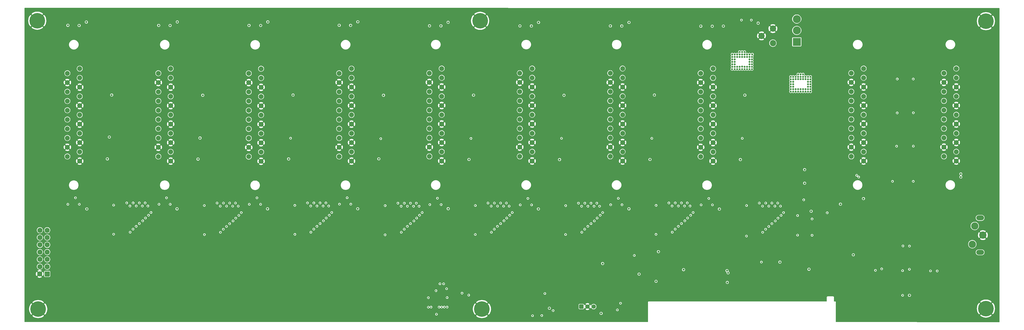
<source format=gbr>
G04 #@! TF.GenerationSoftware,KiCad,Pcbnew,5.1.6-c6e7f7d~87~ubuntu18.04.1*
G04 #@! TF.CreationDate,2020-10-17T10:37:56+01:00*
G04 #@! TF.ProjectId,ossw,6f737377-2e6b-4696-9361-645f70636258,1.1*
G04 #@! TF.SameCoordinates,Original*
G04 #@! TF.FileFunction,Copper,L3,Inr*
G04 #@! TF.FilePolarity,Positive*
%FSLAX46Y46*%
G04 Gerber Fmt 4.6, Leading zero omitted, Abs format (unit mm)*
G04 Created by KiCad (PCBNEW 5.1.6-c6e7f7d~87~ubuntu18.04.1) date 2020-10-17 10:37:56*
%MOMM*%
%LPD*%
G01*
G04 APERTURE LIST*
G04 #@! TA.AperFunction,WasherPad*
%ADD10O,3.200000X2.000000*%
G04 #@! TD*
G04 #@! TA.AperFunction,ViaPad*
%ADD11C,3.000000*%
G04 #@! TD*
G04 #@! TA.AperFunction,ViaPad*
%ADD12C,2.100000*%
G04 #@! TD*
G04 #@! TA.AperFunction,ViaPad*
%ADD13C,0.800000*%
G04 #@! TD*
G04 #@! TA.AperFunction,ViaPad*
%ADD14C,6.400000*%
G04 #@! TD*
G04 #@! TA.AperFunction,ViaPad*
%ADD15C,1.998980*%
G04 #@! TD*
G04 #@! TA.AperFunction,ViaPad*
%ADD16R,3.300000X3.300000*%
G04 #@! TD*
G04 #@! TA.AperFunction,ViaPad*
%ADD17C,3.300000*%
G04 #@! TD*
G04 #@! TA.AperFunction,ViaPad*
%ADD18C,1.800000*%
G04 #@! TD*
G04 #@! TA.AperFunction,ViaPad*
%ADD19C,2.600000*%
G04 #@! TD*
G04 #@! TA.AperFunction,ViaPad*
%ADD20C,0.600000*%
G04 #@! TD*
G04 #@! TA.AperFunction,ViaPad*
%ADD21C,1.200000*%
G04 #@! TD*
G04 #@! TA.AperFunction,Conductor*
%ADD22C,0.200000*%
G04 #@! TD*
G04 APERTURE END LIST*
D10*
X491845200Y-215972000D03*
X491845200Y-230172000D03*
D11*
X492995200Y-223072000D03*
X489645200Y-219322000D03*
X488645200Y-226822000D03*
G04 #@! TA.AperFunction,ViaPad*
G36*
G01*
X109304800Y-238214300D02*
X109304800Y-239915300D01*
G75*
G02*
X109105300Y-240114800I-199500J0D01*
G01*
X107404300Y-240114800D01*
G75*
G02*
X107204800Y-239915300I0J199500D01*
G01*
X107204800Y-238214300D01*
G75*
G02*
X107404300Y-238014800I199500J0D01*
G01*
X109105300Y-238014800D01*
G75*
G02*
X109304800Y-238214300I0J-199500D01*
G01*
G37*
G04 #@! TD.AperFunction*
D12*
X108254800Y-236064800D03*
X108254800Y-233064800D03*
X108254800Y-230064800D03*
X108254800Y-227064800D03*
X108254800Y-224064800D03*
X108254800Y-221064800D03*
X105154800Y-239064800D03*
X105254800Y-236064800D03*
X105254800Y-233064800D03*
X105254800Y-230064800D03*
X105254800Y-227064800D03*
X105254800Y-224064800D03*
X105254800Y-221064800D03*
D13*
X288704656Y-251845744D03*
X287007600Y-251142800D03*
X285310544Y-251845744D03*
X284607600Y-253542800D03*
X285310544Y-255239856D03*
X287007600Y-255942800D03*
X288704656Y-255239856D03*
X289407600Y-253542800D03*
D14*
X287007600Y-253542800D03*
D15*
X382031240Y-192582800D03*
X376951240Y-190677800D03*
X382031240Y-188772800D03*
X376951240Y-186867800D03*
X382031240Y-184962800D03*
X376951240Y-183057800D03*
X382031240Y-181152800D03*
X376951240Y-179247800D03*
X382031240Y-177342800D03*
X376951240Y-175437800D03*
X382031240Y-173532800D03*
X376951240Y-171627800D03*
X382031240Y-169722800D03*
X376951240Y-167817800D03*
X382031240Y-165912800D03*
X376951240Y-164007800D03*
X382031240Y-162102800D03*
X376951240Y-160197800D03*
X382031240Y-158292800D03*
X376951240Y-156387800D03*
X382031240Y-154482800D03*
X344845640Y-154432000D03*
X339765640Y-156337000D03*
X344845640Y-158242000D03*
X339765640Y-160147000D03*
X344845640Y-162052000D03*
X339765640Y-163957000D03*
X344845640Y-165862000D03*
X339765640Y-167767000D03*
X344845640Y-169672000D03*
X339765640Y-171577000D03*
X344845640Y-173482000D03*
X339765640Y-175387000D03*
X344845640Y-177292000D03*
X339765640Y-179197000D03*
X344845640Y-181102000D03*
X339765640Y-183007000D03*
X344845640Y-184912000D03*
X339765640Y-186817000D03*
X344845640Y-188722000D03*
X339765640Y-190627000D03*
X344845640Y-192532000D03*
X307660040Y-154432000D03*
X302580040Y-156337000D03*
X307660040Y-158242000D03*
X302580040Y-160147000D03*
X307660040Y-162052000D03*
X302580040Y-163957000D03*
X307660040Y-165862000D03*
X302580040Y-167767000D03*
X307660040Y-169672000D03*
X302580040Y-171577000D03*
X307660040Y-173482000D03*
X302580040Y-175387000D03*
X307660040Y-177292000D03*
X302580040Y-179197000D03*
X307660040Y-181102000D03*
X302580040Y-183007000D03*
X307660040Y-184912000D03*
X302580040Y-186817000D03*
X307660040Y-188722000D03*
X302580040Y-190627000D03*
X307660040Y-192532000D03*
X270474440Y-154432000D03*
X265394440Y-156337000D03*
X270474440Y-158242000D03*
X265394440Y-160147000D03*
X270474440Y-162052000D03*
X265394440Y-163957000D03*
X270474440Y-165862000D03*
X265394440Y-167767000D03*
X270474440Y-169672000D03*
X265394440Y-171577000D03*
X270474440Y-173482000D03*
X265394440Y-175387000D03*
X270474440Y-177292000D03*
X265394440Y-179197000D03*
X270474440Y-181102000D03*
X265394440Y-183007000D03*
X270474440Y-184912000D03*
X265394440Y-186817000D03*
X270474440Y-188722000D03*
X265394440Y-190627000D03*
X270474440Y-192532000D03*
X233390440Y-154482800D03*
X228310440Y-156387800D03*
X233390440Y-158292800D03*
X228310440Y-160197800D03*
X233390440Y-162102800D03*
X228310440Y-164007800D03*
X233390440Y-165912800D03*
X228310440Y-167817800D03*
X233390440Y-169722800D03*
X228310440Y-171627800D03*
X233390440Y-173532800D03*
X228310440Y-175437800D03*
X233390440Y-177342800D03*
X228310440Y-179247800D03*
X233390440Y-181152800D03*
X228310440Y-183057800D03*
X233390440Y-184962800D03*
X228310440Y-186867800D03*
X233390440Y-188772800D03*
X228310440Y-190677800D03*
X233390440Y-192582800D03*
X196204840Y-154533600D03*
X191124840Y-156438600D03*
X196204840Y-158343600D03*
X191124840Y-160248600D03*
X196204840Y-162153600D03*
X191124840Y-164058600D03*
X196204840Y-165963600D03*
X191124840Y-167868600D03*
X196204840Y-169773600D03*
X191124840Y-171678600D03*
X196204840Y-173583600D03*
X191124840Y-175488600D03*
X196204840Y-177393600D03*
X191124840Y-179298600D03*
X196204840Y-181203600D03*
X191124840Y-183108600D03*
X196204840Y-185013600D03*
X191124840Y-186918600D03*
X196204840Y-188823600D03*
X191124840Y-190728600D03*
X196204840Y-192633600D03*
D13*
X287955056Y-133075344D03*
X286258000Y-132372400D03*
X284560944Y-133075344D03*
X283858000Y-134772400D03*
X284560944Y-136469456D03*
X286258000Y-137172400D03*
X287955056Y-136469456D03*
X288658000Y-134772400D03*
D14*
X286258000Y-134772400D03*
D13*
X105887856Y-133024544D03*
X104190800Y-132321600D03*
X102493744Y-133024544D03*
X101790800Y-134721600D03*
X102493744Y-136418656D03*
X104190800Y-137121600D03*
X105887856Y-136418656D03*
X106590800Y-134721600D03*
D14*
X104190800Y-134721600D03*
D13*
X495943256Y-251642544D03*
X494246200Y-250939600D03*
X492549144Y-251642544D03*
X491846200Y-253339600D03*
X492549144Y-255036656D03*
X494246200Y-255739600D03*
X495943256Y-255036656D03*
X496646200Y-253339600D03*
D14*
X494246200Y-253339600D03*
D13*
X495930256Y-133227744D03*
X494233200Y-132524800D03*
X492536144Y-133227744D03*
X491833200Y-134924800D03*
X492536144Y-136621856D03*
X494233200Y-137324800D03*
X495930256Y-136621856D03*
X496633200Y-134924800D03*
D14*
X494233200Y-134924800D03*
D13*
X106243456Y-251845744D03*
X104546400Y-251142800D03*
X102849344Y-251845744D03*
X102146400Y-253542800D03*
X102849344Y-255239856D03*
X104546400Y-255942800D03*
X106243456Y-255239856D03*
X106946400Y-253542800D03*
D14*
X104546400Y-253542800D03*
D16*
X416471100Y-143434800D03*
D17*
X416471100Y-138734800D03*
X416471100Y-134034800D03*
D15*
X121630440Y-154482800D03*
X116550440Y-156387800D03*
X121630440Y-158292800D03*
X116550440Y-160197800D03*
X121630440Y-162102800D03*
X116550440Y-164007800D03*
X121630440Y-165912800D03*
X116550440Y-167817800D03*
X121630440Y-169722800D03*
X116550440Y-171627800D03*
X121630440Y-173532800D03*
X116550440Y-175437800D03*
X121630440Y-177342800D03*
X116550440Y-179247800D03*
X121630440Y-181152800D03*
X116550440Y-183057800D03*
X121630440Y-184962800D03*
X116550440Y-186867800D03*
X121630440Y-188772800D03*
X116550440Y-190677800D03*
X121630440Y-192582800D03*
X159031940Y-154482800D03*
X153951940Y-156387800D03*
X159031940Y-158292800D03*
X153951940Y-160197800D03*
X159031940Y-162102800D03*
X153951940Y-164007800D03*
X159031940Y-165912800D03*
X153951940Y-167817800D03*
X159031940Y-169722800D03*
X153951940Y-171627800D03*
X159031940Y-173532800D03*
X153951940Y-175437800D03*
X159031940Y-177342800D03*
X153951940Y-179247800D03*
X159031940Y-181152800D03*
X153951940Y-183057800D03*
X159031940Y-184962800D03*
X153951940Y-186867800D03*
X159031940Y-188772800D03*
X153951940Y-190677800D03*
X159031940Y-192582800D03*
X443956440Y-154432000D03*
X438876440Y-156337000D03*
X443956440Y-158242000D03*
X438876440Y-160147000D03*
X443956440Y-162052000D03*
X438876440Y-163957000D03*
X443956440Y-165862000D03*
X438876440Y-167767000D03*
X443956440Y-169672000D03*
X438876440Y-171577000D03*
X443956440Y-173482000D03*
X438876440Y-175387000D03*
X443956440Y-177292000D03*
X438876440Y-179197000D03*
X443956440Y-181102000D03*
X438876440Y-183007000D03*
X443956440Y-184912000D03*
X438876440Y-186817000D03*
X443956440Y-188722000D03*
X438876440Y-190627000D03*
X443956440Y-192532000D03*
X482056440Y-154432000D03*
X476976440Y-156337000D03*
X482056440Y-158242000D03*
X476976440Y-160147000D03*
X482056440Y-162052000D03*
X476976440Y-163957000D03*
X482056440Y-165862000D03*
X476976440Y-167767000D03*
X482056440Y-169672000D03*
X476976440Y-171577000D03*
X482056440Y-173482000D03*
X476976440Y-175387000D03*
X482056440Y-177292000D03*
X476976440Y-179197000D03*
X482056440Y-181102000D03*
X476976440Y-183007000D03*
X482056440Y-184912000D03*
X476976440Y-186817000D03*
X482056440Y-188722000D03*
X476976440Y-190627000D03*
X482056440Y-192532000D03*
G04 #@! TA.AperFunction,ViaPad*
G36*
G01*
X326975900Y-253176600D02*
X326975900Y-251877000D01*
G75*
G02*
X327226100Y-251626800I250200J0D01*
G01*
X328525700Y-251626800D01*
G75*
G02*
X328775900Y-251877000I0J-250200D01*
G01*
X328775900Y-253176600D01*
G75*
G02*
X328525700Y-253426800I-250200J0D01*
G01*
X327226100Y-253426800D01*
G75*
G02*
X326975900Y-253176600I0J250200D01*
G01*
G37*
G04 #@! TD.AperFunction*
D18*
X330415900Y-252526800D03*
X332955900Y-252526800D03*
D19*
X406654000Y-143979900D03*
X406654000Y-137979900D03*
X401954000Y-140979900D03*
D20*
X342087200Y-184861200D03*
X342188800Y-192836800D03*
X347268800Y-171450000D03*
X347218000Y-179070000D03*
X379374400Y-166116000D03*
X379272800Y-184861200D03*
X379374400Y-192836800D03*
X384454400Y-171450000D03*
X379323600Y-169672000D03*
X384403600Y-179070000D03*
X384200400Y-164134800D03*
X230632000Y-166116000D03*
X230530400Y-184861200D03*
X241046000Y-184353200D03*
X230632000Y-192836800D03*
X235712000Y-171450000D03*
X230581200Y-169672000D03*
X235661200Y-179070000D03*
X241046000Y-171653200D03*
X235458000Y-164134800D03*
X267817600Y-166116000D03*
X267716000Y-184861200D03*
X278231600Y-184353200D03*
X272897600Y-171450000D03*
X267766800Y-169672000D03*
X272846800Y-179070000D03*
X278231600Y-171653200D03*
X272643600Y-164134800D03*
X304952400Y-166116000D03*
X304850800Y-184861200D03*
X315366400Y-184353200D03*
X304952400Y-192836800D03*
X310032400Y-171450000D03*
X304901600Y-169672000D03*
X309981600Y-179070000D03*
X315366400Y-171653200D03*
X309778400Y-164134800D03*
X342188800Y-166116000D03*
X352602800Y-184353200D03*
X342138000Y-169672000D03*
X352602800Y-171653200D03*
X347014800Y-164134800D03*
X389788400Y-184353200D03*
X389788400Y-171653200D03*
X255969500Y-180988700D03*
D13*
X243687600Y-164439600D03*
D20*
X293002700Y-180937900D03*
D13*
X280720800Y-164388800D03*
D20*
X330188300Y-180988700D03*
D13*
X317906400Y-164439600D03*
D20*
X367373900Y-180887100D03*
D13*
X355092000Y-164338000D03*
D20*
X404559500Y-180937900D03*
D13*
X392277600Y-164388800D03*
D20*
X267766800Y-192735200D03*
D13*
X206502000Y-164338000D03*
X391693400Y-131673600D03*
D20*
X310349900Y-247129300D03*
X307809900Y-247129300D03*
X470408000Y-246100600D03*
X459003400Y-245821200D03*
X456844400Y-233654600D03*
D13*
X447522600Y-241604800D03*
X479602800Y-186791600D03*
X479475800Y-184962800D03*
X479475800Y-175488600D03*
X479475800Y-169773600D03*
X479475800Y-163880800D03*
X484962200Y-160223200D03*
X484962200Y-152476200D03*
X479475800Y-179146200D03*
X362559600Y-231343200D03*
X351052625Y-225730575D03*
X352983800Y-239141000D03*
X347700600Y-235966000D03*
X336689700Y-236410500D03*
X338340700Y-239534700D03*
X338328000Y-241173000D03*
X394335000Y-239293400D03*
X391261600Y-237032800D03*
X352729800Y-246507000D03*
X350951800Y-246507000D03*
X360172101Y-239039501D03*
X427913800Y-242519200D03*
X428371000Y-239623600D03*
X369925600Y-233019600D03*
X379552200Y-228879400D03*
X314782200Y-251002800D03*
X118922800Y-192760600D03*
X118922800Y-184785000D03*
X119176800Y-169595800D03*
X119176800Y-166014400D03*
X123545600Y-164312600D03*
X119176800Y-158369000D03*
X129362200Y-171373800D03*
X129362200Y-183946800D03*
D21*
X412775400Y-154305000D03*
X413029400Y-150241000D03*
X404698200Y-158140400D03*
X433730400Y-155575000D03*
X433730400Y-162687000D03*
X435000400Y-146177000D03*
X432079400Y-131953000D03*
X432206400Y-141605000D03*
X388899400Y-145034000D03*
D13*
X169468800Y-164388800D03*
X132130800Y-164388800D03*
D20*
X156311600Y-158292800D03*
X156311600Y-165912800D03*
X156311600Y-169468800D03*
X156311600Y-184708800D03*
X156311600Y-192582800D03*
X166776400Y-184200800D03*
X161391600Y-179070000D03*
X124002800Y-171450000D03*
X161391600Y-171450000D03*
X161036000Y-164185600D03*
X436575200Y-185115200D03*
X446328800Y-190703200D03*
X446328800Y-179120800D03*
X446278000Y-171399200D03*
X436676800Y-169875200D03*
X446278000Y-163880800D03*
X446836800Y-160172400D03*
X446836800Y-156464000D03*
D13*
X452272400Y-213055200D03*
D20*
X445719200Y-218643200D03*
X449376800Y-219252800D03*
X437692800Y-212953600D03*
X433273200Y-217170000D03*
X433273200Y-222758000D03*
X437642000Y-226822000D03*
X181610000Y-180949600D03*
X124002800Y-179019200D03*
X166776400Y-171500800D03*
X355041200Y-231444800D03*
X350824800Y-231444800D03*
X144221200Y-180949600D03*
X396392400Y-237083600D03*
X349707200Y-253898400D03*
X203860400Y-171551600D03*
X203860400Y-184251600D03*
X198272400Y-164033200D03*
X193395600Y-169570400D03*
X193446400Y-166014400D03*
X193446400Y-158343600D03*
X198526400Y-171348400D03*
X193344800Y-184759600D03*
X193446400Y-192735200D03*
X198475600Y-178968400D03*
X218783900Y-180887100D03*
X230682800Y-158496000D03*
X304901600Y-158394400D03*
X267766800Y-158445200D03*
X342138000Y-158394400D03*
X379272800Y-158445200D03*
X459524100Y-252793500D03*
X427837600Y-208534000D03*
X425805600Y-208534000D03*
X420852600Y-205613000D03*
X432917600Y-211836000D03*
X428726600Y-201676000D03*
X425043600Y-188976000D03*
X422503600Y-188976000D03*
X419709600Y-191516000D03*
X425932600Y-198247000D03*
D13*
X414629600Y-234238800D03*
D20*
X267208000Y-248869200D03*
X269392400Y-248869200D03*
X267157200Y-255676400D03*
X341274400Y-234492800D03*
X121361200Y-237642400D03*
X124968000Y-236169200D03*
X128320800Y-234594400D03*
X131673600Y-233121200D03*
X395884400Y-131622800D03*
X143586200Y-209804000D03*
X144843500Y-219456000D03*
X403682200Y-209854800D03*
X404939500Y-219506800D03*
X366496600Y-209804000D03*
X367753900Y-219456000D03*
X329311000Y-209905600D03*
X330568300Y-219456000D03*
X292125400Y-209854800D03*
X293382700Y-219456000D03*
X255092200Y-209905600D03*
X256349500Y-219456000D03*
X217906600Y-209804000D03*
X219163900Y-219456000D03*
X180721000Y-209854800D03*
X181978300Y-219506800D03*
X144868900Y-211074000D03*
X146138900Y-218313000D03*
X406234900Y-218363800D03*
X404964900Y-211124800D03*
X369049300Y-218313000D03*
X367779300Y-211074000D03*
X331863700Y-218338400D03*
X330593700Y-211175600D03*
X294678100Y-218338400D03*
X293408100Y-211124800D03*
X257606800Y-218338400D03*
X256374900Y-211175600D03*
X219189300Y-211074000D03*
X220459300Y-218313000D03*
X182003700Y-211124800D03*
X183273700Y-218363800D03*
X146138900Y-209804000D03*
X147535900Y-217170000D03*
X407631900Y-217220800D03*
X406234900Y-209854800D03*
X370446300Y-217170000D03*
X369049300Y-209804000D03*
X333248000Y-217220800D03*
X331863700Y-209905600D03*
X296075100Y-217170000D03*
X294678100Y-209854800D03*
X259041900Y-217220800D03*
X257644900Y-209905600D03*
X220459300Y-209804000D03*
X221856300Y-217170000D03*
X183273700Y-209854800D03*
X184670700Y-217220800D03*
X147383500Y-211074000D03*
X148653500Y-216027000D03*
X407479500Y-211124800D03*
X408749500Y-216077800D03*
X370293900Y-211074000D03*
X371563900Y-216027000D03*
X333108300Y-211175600D03*
X334378300Y-216052400D03*
X295922700Y-211124800D03*
X297192700Y-216052400D03*
X258889500Y-211175600D03*
X260159500Y-216052400D03*
X221703900Y-211074000D03*
X222973900Y-216027000D03*
X184518300Y-211124800D03*
X185788300Y-216077800D03*
D13*
X121399300Y-136702800D03*
D20*
X119888000Y-207695800D03*
D13*
X116763800Y-136639300D03*
D20*
X116763800Y-210362800D03*
X121462800Y-210362800D03*
D13*
X158800800Y-136702800D03*
X154101800Y-136677400D03*
D20*
X157327600Y-207721200D03*
X154228800Y-210362800D03*
X158826200Y-210362800D03*
X397789400Y-134467600D03*
X393725400Y-134467600D03*
X149669500Y-211074000D03*
X150939500Y-213741000D03*
X409765500Y-211124800D03*
X411035500Y-213791800D03*
X372579900Y-211074000D03*
X373849900Y-213741000D03*
X335394300Y-211175600D03*
X336664300Y-213766400D03*
X298208700Y-211124800D03*
X299478700Y-213766400D03*
X261175500Y-211175600D03*
X262432800Y-213766400D03*
X223989900Y-211074000D03*
X225259900Y-213741000D03*
X186804300Y-211124800D03*
X188074300Y-213791800D03*
D13*
X483920800Y-199136000D03*
D20*
X441934600Y-199136000D03*
X316280800Y-254177800D03*
X311619900Y-256209800D03*
X142278100Y-211074000D03*
X143548100Y-220599000D03*
X403644100Y-220649800D03*
X402374100Y-211124800D03*
X366458500Y-220599000D03*
X365188500Y-211074000D03*
X329272900Y-220624400D03*
X328002900Y-211175600D03*
X292087300Y-220624400D03*
X290817300Y-211124800D03*
X255054100Y-220624400D03*
X253784100Y-211175600D03*
X216598500Y-211074000D03*
X217868500Y-220599000D03*
X179412900Y-211124800D03*
X180682900Y-220649800D03*
X140957300Y-209804000D03*
X142354300Y-221869000D03*
X401053300Y-209854800D03*
X402450300Y-221919800D03*
X363867700Y-209804000D03*
X365264700Y-221869000D03*
X326682100Y-209905600D03*
X328079100Y-221894400D03*
X289496500Y-209854800D03*
X290893500Y-221894400D03*
X252463300Y-209905600D03*
X253860300Y-221894400D03*
X215277700Y-209804000D03*
X216674700Y-221869000D03*
X178092100Y-209854800D03*
X179489100Y-221919800D03*
X416788600Y-215011000D03*
X416788600Y-223088200D03*
X135585200Y-210718400D03*
X135585200Y-222707200D03*
X172847000Y-210870800D03*
X172923200Y-222859600D03*
X344017600Y-251155200D03*
X342696800Y-253898400D03*
X460121000Y-227533200D03*
X448818000Y-237591600D03*
X459968600Y-237718600D03*
X459994000Y-247878600D03*
X471449400Y-237820200D03*
X455828400Y-200914000D03*
X464362800Y-200914000D03*
X464400900Y-186397900D03*
X457504800Y-186436000D03*
X457758800Y-172720000D03*
X464413600Y-172669200D03*
X464362800Y-158750000D03*
X457784200Y-158750000D03*
X307809900Y-256273300D03*
D13*
X389864600Y-154686000D03*
X318922400Y-191959000D03*
X310286400Y-135432800D03*
X244602000Y-191654200D03*
X235940600Y-212217000D03*
X386283200Y-136956800D03*
X347472000Y-135432800D03*
X235966000Y-135178800D03*
X384657600Y-212344000D03*
X393293600Y-191959000D03*
X347446600Y-212242400D03*
X356108000Y-191908200D03*
X273100800Y-135382000D03*
X273151600Y-212191600D03*
X281686000Y-191908200D03*
X310235600Y-212293200D03*
X395122400Y-165404800D03*
X357936800Y-165354000D03*
X320751200Y-165455600D03*
X283565600Y-165404800D03*
X246532400Y-165455600D03*
X207518000Y-191705000D03*
X209346800Y-165354000D03*
X198856600Y-212242400D03*
X198983600Y-135229600D03*
X393966700Y-153644600D03*
X393979400Y-154686000D03*
X394995400Y-153670000D03*
X396011400Y-153670000D03*
X397027400Y-153670000D03*
X398043400Y-153670000D03*
X394995400Y-154686000D03*
X396011400Y-154686000D03*
X397027400Y-154686000D03*
X392963400Y-153670000D03*
X391947400Y-153670000D03*
X390931400Y-153670000D03*
X389915400Y-153670000D03*
X390931400Y-154686000D03*
X391947400Y-154686000D03*
X392963400Y-154686000D03*
X389915400Y-152654000D03*
X390931400Y-152654000D03*
X389915400Y-151638000D03*
X390931400Y-151638000D03*
X390931400Y-150622000D03*
X389915400Y-150622000D03*
X389915400Y-149606000D03*
X390931400Y-149606000D03*
X390931400Y-148590000D03*
X389915400Y-148590000D03*
X391947400Y-149606000D03*
X392963400Y-149606000D03*
X393979400Y-149606000D03*
X394995400Y-149606000D03*
X396011400Y-149606000D03*
X397027400Y-149606000D03*
X398043400Y-149606000D03*
X398043400Y-150622000D03*
X398043400Y-152654000D03*
X398043400Y-151638000D03*
X391947400Y-148590000D03*
X392963400Y-148590000D03*
X393979400Y-148590000D03*
X394995400Y-148590000D03*
X396011400Y-148590000D03*
X397027400Y-148590000D03*
X398170400Y-148590000D03*
X392963400Y-147574000D03*
X394995400Y-147574000D03*
X393979400Y-147574000D03*
X397027400Y-152654000D03*
X397027400Y-151638000D03*
X397027400Y-150622000D03*
X161747200Y-135229600D03*
X134772400Y-165354000D03*
X172212000Y-165455600D03*
X398043400Y-154686000D03*
X124561600Y-212293200D03*
X161645600Y-212242400D03*
X132994400Y-191668400D03*
X170281600Y-191755800D03*
X124358500Y-135280500D03*
D20*
X419328600Y-208534000D03*
D13*
X419709600Y-196088000D03*
X419709600Y-201676000D03*
X439724800Y-231190800D03*
X422376600Y-213233000D03*
X434441600Y-210312000D03*
X421487600Y-237134400D03*
D20*
X462788000Y-237147100D03*
X451383500Y-236982100D03*
X312889900Y-247129300D03*
D13*
X418045900Y-162915600D03*
X418045900Y-163931600D03*
X419061900Y-162915600D03*
X419061900Y-163931600D03*
X420077900Y-163931600D03*
X420077900Y-162915600D03*
X421093900Y-162915600D03*
X421093900Y-163931600D03*
X417029900Y-163931600D03*
X416013900Y-162915600D03*
X416013900Y-163931600D03*
X414997900Y-163931600D03*
X414997900Y-162915600D03*
X414997900Y-161899600D03*
X421093900Y-161899600D03*
X414997900Y-160883600D03*
X414997900Y-159867600D03*
X414997900Y-158851600D03*
X414997900Y-157835600D03*
X416013900Y-157835600D03*
X417029900Y-157835600D03*
X418045900Y-157835600D03*
X419061900Y-157835600D03*
X420077900Y-157835600D03*
X421093900Y-157835600D03*
X421093900Y-158851600D03*
X413981900Y-163931600D03*
X413981900Y-162915600D03*
X413981900Y-161899600D03*
X413981900Y-160883600D03*
X413981900Y-159867600D03*
X413981900Y-158851600D03*
X422109900Y-163931600D03*
X422109900Y-162915600D03*
X422109900Y-158851600D03*
X422109900Y-159867600D03*
X422109900Y-157835600D03*
X422109900Y-161899600D03*
X422109900Y-160883600D03*
X421093900Y-160883600D03*
X421093900Y-159867600D03*
X418045900Y-156819600D03*
X419061900Y-156819600D03*
X400583400Y-135737600D03*
D20*
X474218000Y-237845600D03*
D13*
X133807200Y-182676800D03*
D20*
X462813500Y-227584100D03*
D13*
X443890400Y-208026000D03*
X171094400Y-183057800D03*
X462788000Y-247878600D03*
X419049200Y-158800800D03*
X420065200Y-158800800D03*
X417017200Y-158775400D03*
X416001200Y-158800800D03*
X418045900Y-158813500D03*
X359587699Y-229895501D03*
X351637600Y-239141000D03*
X336651600Y-234797600D03*
X387781800Y-237718600D03*
X388226400Y-238620400D03*
X358597200Y-242112800D03*
X369925600Y-237312200D03*
X417042600Y-162915600D03*
X417017200Y-156819600D03*
X413994600Y-157835600D03*
X336016600Y-255320800D03*
X314756800Y-253212600D03*
D20*
X349656400Y-231444800D03*
X208330800Y-183134000D03*
X356870000Y-183184800D03*
X394055600Y-183184800D03*
X319735200Y-183184800D03*
X282498800Y-183235600D03*
X245414800Y-183337200D03*
X428980600Y-213868000D03*
D13*
X387908800Y-242570000D03*
X409549600Y-234188000D03*
D20*
X401929600Y-234188000D03*
X269392400Y-252730000D03*
X268122400Y-245973600D03*
X272491200Y-245160800D03*
X278841200Y-246989600D03*
X281584400Y-247802400D03*
X264972800Y-248869200D03*
X272694400Y-248818400D03*
X148526500Y-209804000D03*
X149923500Y-214884000D03*
X410019500Y-214934800D03*
X408622500Y-209854800D03*
X372833900Y-214884000D03*
X371436900Y-209804000D03*
X335648300Y-214884000D03*
X334251300Y-209905600D03*
X298450000Y-214884000D03*
X297065700Y-209854800D03*
X261366000Y-214884000D03*
X260032500Y-209905600D03*
X222846900Y-209804000D03*
X224243900Y-214884000D03*
X185661300Y-209854800D03*
X187058300Y-214934800D03*
D13*
X483920800Y-197866000D03*
D20*
X441109100Y-198437500D03*
D13*
X196037200Y-136702800D03*
D20*
X194513200Y-207721200D03*
D13*
X191236600Y-136677400D03*
D20*
X191363600Y-210362800D03*
X196011800Y-210362800D03*
D13*
X233019600Y-136652000D03*
D20*
X228447600Y-210312000D03*
X231597200Y-207670400D03*
D13*
X228320600Y-136626600D03*
D20*
X233095800Y-210312000D03*
D13*
X270154400Y-136855200D03*
X265455400Y-136829800D03*
D20*
X265582400Y-210515200D03*
X268732000Y-207873600D03*
X270230600Y-210515200D03*
D13*
X307340000Y-136906000D03*
D20*
X302768000Y-210616800D03*
X305917600Y-207975200D03*
D13*
X302641000Y-136880600D03*
D20*
X307416200Y-210616800D03*
D13*
X344525600Y-136906000D03*
X339826600Y-136880600D03*
D20*
X339953600Y-210566000D03*
X343103200Y-207924400D03*
X344601800Y-210566000D03*
D13*
X381711200Y-137007600D03*
X377012200Y-136982200D03*
D20*
X377139200Y-210616800D03*
X380288800Y-207975200D03*
X381787400Y-210616800D03*
X210083400Y-210820000D03*
X210108800Y-222758000D03*
X247218200Y-210921600D03*
X247192800Y-222961200D03*
X284302200Y-210870800D03*
X284276800Y-222808800D03*
X321437000Y-210921600D03*
X321411600Y-222808800D03*
X358622600Y-210820000D03*
X358597200Y-222758000D03*
X395808200Y-210870800D03*
X395782800Y-223469200D03*
X422757600Y-223139000D03*
X422757600Y-216408000D03*
X272694400Y-252730000D03*
X271526000Y-252730000D03*
X270459200Y-252730000D03*
X268325600Y-255676400D03*
X266090400Y-252730000D03*
X271272000Y-243128800D03*
X269748000Y-243128800D03*
X264972800Y-252780800D03*
D22*
G36*
X499776400Y-129556574D02*
G01*
X499776401Y-258831860D01*
X432632200Y-258806741D01*
X432632200Y-256044422D01*
X491759167Y-256044422D01*
X492123494Y-256523254D01*
X492785382Y-256876201D01*
X493503408Y-257093237D01*
X494249979Y-257166023D01*
X494996404Y-257091762D01*
X495714000Y-256873308D01*
X496368906Y-256523254D01*
X496733233Y-256044422D01*
X494246200Y-253557389D01*
X491759167Y-256044422D01*
X432632200Y-256044422D01*
X432632200Y-253343379D01*
X490419777Y-253343379D01*
X490494038Y-254089804D01*
X490712492Y-254807400D01*
X491062546Y-255462306D01*
X491541378Y-255826633D01*
X494028411Y-253339600D01*
X494463989Y-253339600D01*
X496951022Y-255826633D01*
X497429854Y-255462306D01*
X497782801Y-254800418D01*
X497999837Y-254082392D01*
X498072623Y-253335821D01*
X497998362Y-252589396D01*
X497779908Y-251871800D01*
X497429854Y-251216894D01*
X496951022Y-250852567D01*
X494463989Y-253339600D01*
X494028411Y-253339600D01*
X491541378Y-250852567D01*
X491062546Y-251216894D01*
X490709599Y-251878782D01*
X490492563Y-252596808D01*
X490419777Y-253343379D01*
X432632200Y-253343379D01*
X432632200Y-250716418D01*
X432634014Y-250698000D01*
X432627788Y-250634778D01*
X491759167Y-250634778D01*
X494246200Y-253121811D01*
X496733233Y-250634778D01*
X496368906Y-250155946D01*
X495707018Y-249802999D01*
X494988992Y-249585963D01*
X494242421Y-249513177D01*
X493495996Y-249587438D01*
X492778400Y-249805892D01*
X492123494Y-250155946D01*
X491759167Y-250634778D01*
X432627788Y-250634778D01*
X432626774Y-250624487D01*
X432605331Y-250553800D01*
X432570509Y-250488653D01*
X432523648Y-250431552D01*
X432466547Y-250384691D01*
X432401400Y-250349869D01*
X432330713Y-250328426D01*
X432275619Y-250323000D01*
X432257200Y-250321186D01*
X432238781Y-250323000D01*
X431819400Y-250323000D01*
X431819400Y-248633619D01*
X431821214Y-248615200D01*
X431813974Y-248541687D01*
X431792531Y-248471000D01*
X431757709Y-248405853D01*
X431710848Y-248348752D01*
X431653747Y-248301891D01*
X431588600Y-248267069D01*
X431517913Y-248245626D01*
X431462819Y-248240200D01*
X431444400Y-248238386D01*
X431425981Y-248240200D01*
X429126019Y-248240200D01*
X429107600Y-248238386D01*
X429089181Y-248240200D01*
X429034087Y-248245626D01*
X428963400Y-248267069D01*
X428898253Y-248301891D01*
X428841152Y-248348752D01*
X428794291Y-248405853D01*
X428759469Y-248471000D01*
X428738026Y-248541687D01*
X428730786Y-248615200D01*
X428732600Y-248633619D01*
X428732601Y-250323000D01*
X355593019Y-250323000D01*
X355574600Y-250321186D01*
X355556181Y-250323000D01*
X355501087Y-250328426D01*
X355430400Y-250349869D01*
X355365253Y-250384691D01*
X355308152Y-250431552D01*
X355261291Y-250488653D01*
X355226469Y-250553800D01*
X355205026Y-250624487D01*
X355197786Y-250698000D01*
X355199600Y-250716418D01*
X355199601Y-258806598D01*
X98977946Y-258804403D01*
X98978944Y-256247622D01*
X102059367Y-256247622D01*
X102423694Y-256726454D01*
X103085582Y-257079401D01*
X103803608Y-257296437D01*
X104550179Y-257369223D01*
X105296604Y-257294962D01*
X106014200Y-257076508D01*
X106669106Y-256726454D01*
X107033433Y-256247622D01*
X104546400Y-253760589D01*
X102059367Y-256247622D01*
X98978944Y-256247622D01*
X98980000Y-253546579D01*
X100719977Y-253546579D01*
X100794238Y-254293004D01*
X101012692Y-255010600D01*
X101362746Y-255665506D01*
X101841578Y-256029833D01*
X104328611Y-253542800D01*
X104764189Y-253542800D01*
X107251222Y-256029833D01*
X107730054Y-255665506D01*
X107755756Y-255617305D01*
X267725600Y-255617305D01*
X267725600Y-255735495D01*
X267748658Y-255851414D01*
X267793887Y-255960607D01*
X267859550Y-256058878D01*
X267943122Y-256142450D01*
X268041393Y-256208113D01*
X268150586Y-256253342D01*
X268266505Y-256276400D01*
X268384695Y-256276400D01*
X268500614Y-256253342D01*
X268514423Y-256247622D01*
X284520567Y-256247622D01*
X284884894Y-256726454D01*
X285546782Y-257079401D01*
X286264808Y-257296437D01*
X287011379Y-257369223D01*
X287757804Y-257294962D01*
X288475400Y-257076508D01*
X289130306Y-256726454D01*
X289494633Y-256247622D01*
X289461216Y-256214205D01*
X307209900Y-256214205D01*
X307209900Y-256332395D01*
X307232958Y-256448314D01*
X307278187Y-256557507D01*
X307343850Y-256655778D01*
X307427422Y-256739350D01*
X307525693Y-256805013D01*
X307634886Y-256850242D01*
X307750805Y-256873300D01*
X307868995Y-256873300D01*
X307984914Y-256850242D01*
X308094107Y-256805013D01*
X308192378Y-256739350D01*
X308275950Y-256655778D01*
X308341613Y-256557507D01*
X308386842Y-256448314D01*
X308409900Y-256332395D01*
X308409900Y-256214205D01*
X308397269Y-256150705D01*
X311019900Y-256150705D01*
X311019900Y-256268895D01*
X311042958Y-256384814D01*
X311088187Y-256494007D01*
X311153850Y-256592278D01*
X311237422Y-256675850D01*
X311335693Y-256741513D01*
X311444886Y-256786742D01*
X311560805Y-256809800D01*
X311678995Y-256809800D01*
X311794914Y-256786742D01*
X311904107Y-256741513D01*
X312002378Y-256675850D01*
X312085950Y-256592278D01*
X312151613Y-256494007D01*
X312196842Y-256384814D01*
X312219900Y-256268895D01*
X312219900Y-256150705D01*
X312196842Y-256034786D01*
X312151613Y-255925593D01*
X312085950Y-255827322D01*
X312002378Y-255743750D01*
X311904107Y-255678087D01*
X311794914Y-255632858D01*
X311678995Y-255609800D01*
X311560805Y-255609800D01*
X311444886Y-255632858D01*
X311335693Y-255678087D01*
X311237422Y-255743750D01*
X311153850Y-255827322D01*
X311088187Y-255925593D01*
X311042958Y-256034786D01*
X311019900Y-256150705D01*
X308397269Y-256150705D01*
X308386842Y-256098286D01*
X308341613Y-255989093D01*
X308275950Y-255890822D01*
X308192378Y-255807250D01*
X308094107Y-255741587D01*
X307984914Y-255696358D01*
X307868995Y-255673300D01*
X307750805Y-255673300D01*
X307634886Y-255696358D01*
X307525693Y-255741587D01*
X307427422Y-255807250D01*
X307343850Y-255890822D01*
X307278187Y-255989093D01*
X307232958Y-256098286D01*
X307209900Y-256214205D01*
X289461216Y-256214205D01*
X287007600Y-253760589D01*
X284520567Y-256247622D01*
X268514423Y-256247622D01*
X268609807Y-256208113D01*
X268708078Y-256142450D01*
X268791650Y-256058878D01*
X268857313Y-255960607D01*
X268902542Y-255851414D01*
X268925600Y-255735495D01*
X268925600Y-255617305D01*
X268902542Y-255501386D01*
X268857313Y-255392193D01*
X268791650Y-255293922D01*
X268708078Y-255210350D01*
X268609807Y-255144687D01*
X268500614Y-255099458D01*
X268384695Y-255076400D01*
X268266505Y-255076400D01*
X268150586Y-255099458D01*
X268041393Y-255144687D01*
X267943122Y-255210350D01*
X267859550Y-255293922D01*
X267793887Y-255392193D01*
X267748658Y-255501386D01*
X267725600Y-255617305D01*
X107755756Y-255617305D01*
X108083001Y-255003618D01*
X108300037Y-254285592D01*
X108372086Y-253546579D01*
X283181177Y-253546579D01*
X283255438Y-254293004D01*
X283473892Y-255010600D01*
X283823946Y-255665506D01*
X284302778Y-256029833D01*
X286789811Y-253542800D01*
X287225389Y-253542800D01*
X289712422Y-256029833D01*
X290191254Y-255665506D01*
X290411829Y-255251856D01*
X335316600Y-255251856D01*
X335316600Y-255389744D01*
X335343501Y-255524982D01*
X335396268Y-255652374D01*
X335472874Y-255767024D01*
X335570376Y-255864526D01*
X335685026Y-255941132D01*
X335812418Y-255993899D01*
X335947656Y-256020800D01*
X336085544Y-256020800D01*
X336220782Y-255993899D01*
X336348174Y-255941132D01*
X336462824Y-255864526D01*
X336560326Y-255767024D01*
X336636932Y-255652374D01*
X336689699Y-255524982D01*
X336716600Y-255389744D01*
X336716600Y-255251856D01*
X336689699Y-255116618D01*
X336636932Y-254989226D01*
X336560326Y-254874576D01*
X336462824Y-254777074D01*
X336348174Y-254700468D01*
X336220782Y-254647701D01*
X336085544Y-254620800D01*
X335947656Y-254620800D01*
X335812418Y-254647701D01*
X335685026Y-254700468D01*
X335570376Y-254777074D01*
X335472874Y-254874576D01*
X335396268Y-254989226D01*
X335343501Y-255116618D01*
X335316600Y-255251856D01*
X290411829Y-255251856D01*
X290544201Y-255003618D01*
X290761237Y-254285592D01*
X290777507Y-254118705D01*
X315680800Y-254118705D01*
X315680800Y-254236895D01*
X315703858Y-254352814D01*
X315749087Y-254462007D01*
X315814750Y-254560278D01*
X315898322Y-254643850D01*
X315996593Y-254709513D01*
X316105786Y-254754742D01*
X316221705Y-254777800D01*
X316339895Y-254777800D01*
X316455814Y-254754742D01*
X316565007Y-254709513D01*
X316663278Y-254643850D01*
X316746850Y-254560278D01*
X316812513Y-254462007D01*
X316857742Y-254352814D01*
X316880800Y-254236895D01*
X316880800Y-254118705D01*
X316857742Y-254002786D01*
X316812513Y-253893593D01*
X316746850Y-253795322D01*
X316663278Y-253711750D01*
X316565007Y-253646087D01*
X316455814Y-253600858D01*
X316339895Y-253577800D01*
X316221705Y-253577800D01*
X316105786Y-253600858D01*
X315996593Y-253646087D01*
X315898322Y-253711750D01*
X315814750Y-253795322D01*
X315749087Y-253893593D01*
X315703858Y-254002786D01*
X315680800Y-254118705D01*
X290777507Y-254118705D01*
X290834023Y-253539021D01*
X290794689Y-253143656D01*
X314056800Y-253143656D01*
X314056800Y-253281544D01*
X314083701Y-253416782D01*
X314136468Y-253544174D01*
X314213074Y-253658824D01*
X314310576Y-253756326D01*
X314425226Y-253832932D01*
X314552618Y-253885699D01*
X314687856Y-253912600D01*
X314825744Y-253912600D01*
X314960982Y-253885699D01*
X315088374Y-253832932D01*
X315203024Y-253756326D01*
X315300526Y-253658824D01*
X315377132Y-253544174D01*
X315429899Y-253416782D01*
X315456800Y-253281544D01*
X315456800Y-253143656D01*
X315429899Y-253008418D01*
X315377132Y-252881026D01*
X315300526Y-252766376D01*
X315203024Y-252668874D01*
X315088374Y-252592268D01*
X314960982Y-252539501D01*
X314825744Y-252512600D01*
X314687856Y-252512600D01*
X314552618Y-252539501D01*
X314425226Y-252592268D01*
X314310576Y-252668874D01*
X314213074Y-252766376D01*
X314136468Y-252881026D01*
X314083701Y-253008418D01*
X314056800Y-253143656D01*
X290794689Y-253143656D01*
X290759762Y-252792596D01*
X290541308Y-252075000D01*
X290435475Y-251877000D01*
X326674449Y-251877000D01*
X326674449Y-253176600D01*
X326685049Y-253284222D01*
X326716441Y-253387708D01*
X326767419Y-253483081D01*
X326836024Y-253566676D01*
X326919619Y-253635281D01*
X327014992Y-253686259D01*
X327118478Y-253717651D01*
X327226100Y-253728251D01*
X328525700Y-253728251D01*
X328633322Y-253717651D01*
X328736808Y-253686259D01*
X328832181Y-253635281D01*
X328883065Y-253593521D01*
X329566968Y-253593521D01*
X329654431Y-253836872D01*
X329924645Y-253960255D01*
X330213737Y-254028551D01*
X330510599Y-254039135D01*
X330803822Y-253991601D01*
X331082137Y-253887776D01*
X331172817Y-253839305D01*
X342096800Y-253839305D01*
X342096800Y-253957495D01*
X342119858Y-254073414D01*
X342165087Y-254182607D01*
X342230750Y-254280878D01*
X342314322Y-254364450D01*
X342412593Y-254430113D01*
X342521786Y-254475342D01*
X342637705Y-254498400D01*
X342755895Y-254498400D01*
X342871814Y-254475342D01*
X342981007Y-254430113D01*
X343079278Y-254364450D01*
X343162850Y-254280878D01*
X343228513Y-254182607D01*
X343273742Y-254073414D01*
X343296800Y-253957495D01*
X343296800Y-253839305D01*
X343273742Y-253723386D01*
X343228513Y-253614193D01*
X343162850Y-253515922D01*
X343079278Y-253432350D01*
X342981007Y-253366687D01*
X342871814Y-253321458D01*
X342755895Y-253298400D01*
X342637705Y-253298400D01*
X342521786Y-253321458D01*
X342412593Y-253366687D01*
X342314322Y-253432350D01*
X342230750Y-253515922D01*
X342165087Y-253614193D01*
X342119858Y-253723386D01*
X342096800Y-253839305D01*
X331172817Y-253839305D01*
X331177369Y-253836872D01*
X331264832Y-253593521D01*
X330415900Y-252744589D01*
X329566968Y-253593521D01*
X328883065Y-253593521D01*
X328915776Y-253566676D01*
X328984381Y-253483081D01*
X329035359Y-253387708D01*
X329066751Y-253284222D01*
X329072494Y-253225908D01*
X329105828Y-253288269D01*
X329349179Y-253375732D01*
X330198111Y-252526800D01*
X330633689Y-252526800D01*
X331482621Y-253375732D01*
X331725972Y-253288269D01*
X331849355Y-253018055D01*
X331853408Y-253000899D01*
X331892474Y-253095213D01*
X332023799Y-253291755D01*
X332190945Y-253458901D01*
X332387487Y-253590226D01*
X332605873Y-253680684D01*
X332837710Y-253726800D01*
X333074090Y-253726800D01*
X333305927Y-253680684D01*
X333524313Y-253590226D01*
X333720855Y-253458901D01*
X333888001Y-253291755D01*
X334019326Y-253095213D01*
X334109784Y-252876827D01*
X334155900Y-252644990D01*
X334155900Y-252408610D01*
X334109784Y-252176773D01*
X334019326Y-251958387D01*
X333888001Y-251761845D01*
X333720855Y-251594699D01*
X333524313Y-251463374D01*
X333305927Y-251372916D01*
X333074090Y-251326800D01*
X332837710Y-251326800D01*
X332605873Y-251372916D01*
X332387487Y-251463374D01*
X332190945Y-251594699D01*
X332023799Y-251761845D01*
X331892474Y-251958387D01*
X331850853Y-252058868D01*
X331776876Y-251860563D01*
X331725972Y-251765331D01*
X331482621Y-251677868D01*
X330633689Y-252526800D01*
X330198111Y-252526800D01*
X329349179Y-251677868D01*
X329105828Y-251765331D01*
X329073357Y-251836445D01*
X329066751Y-251769378D01*
X329035359Y-251665892D01*
X328984381Y-251570519D01*
X328915776Y-251486924D01*
X328883066Y-251460079D01*
X329566968Y-251460079D01*
X330415900Y-252309011D01*
X331264832Y-251460079D01*
X331177369Y-251216728D01*
X330913200Y-251096105D01*
X343417600Y-251096105D01*
X343417600Y-251214295D01*
X343440658Y-251330214D01*
X343485887Y-251439407D01*
X343551550Y-251537678D01*
X343635122Y-251621250D01*
X343733393Y-251686913D01*
X343842586Y-251732142D01*
X343958505Y-251755200D01*
X344076695Y-251755200D01*
X344192614Y-251732142D01*
X344301807Y-251686913D01*
X344400078Y-251621250D01*
X344483650Y-251537678D01*
X344549313Y-251439407D01*
X344594542Y-251330214D01*
X344617600Y-251214295D01*
X344617600Y-251096105D01*
X344594542Y-250980186D01*
X344549313Y-250870993D01*
X344483650Y-250772722D01*
X344400078Y-250689150D01*
X344301807Y-250623487D01*
X344192614Y-250578258D01*
X344076695Y-250555200D01*
X343958505Y-250555200D01*
X343842586Y-250578258D01*
X343733393Y-250623487D01*
X343635122Y-250689150D01*
X343551550Y-250772722D01*
X343485887Y-250870993D01*
X343440658Y-250980186D01*
X343417600Y-251096105D01*
X330913200Y-251096105D01*
X330907155Y-251093345D01*
X330618063Y-251025049D01*
X330321201Y-251014465D01*
X330027978Y-251061999D01*
X329749663Y-251165824D01*
X329654431Y-251216728D01*
X329566968Y-251460079D01*
X328883066Y-251460079D01*
X328832181Y-251418319D01*
X328736808Y-251367341D01*
X328633322Y-251335949D01*
X328525700Y-251325349D01*
X327226100Y-251325349D01*
X327118478Y-251335949D01*
X327014992Y-251367341D01*
X326919619Y-251418319D01*
X326836024Y-251486924D01*
X326767419Y-251570519D01*
X326716441Y-251665892D01*
X326685049Y-251769378D01*
X326674449Y-251877000D01*
X290435475Y-251877000D01*
X290191254Y-251420094D01*
X289712422Y-251055767D01*
X287225389Y-253542800D01*
X286789811Y-253542800D01*
X284302778Y-251055767D01*
X283823946Y-251420094D01*
X283470999Y-252081982D01*
X283253963Y-252800008D01*
X283181177Y-253546579D01*
X108372086Y-253546579D01*
X108372823Y-253539021D01*
X108298562Y-252792596D01*
X108276982Y-252721705D01*
X264372800Y-252721705D01*
X264372800Y-252839895D01*
X264395858Y-252955814D01*
X264441087Y-253065007D01*
X264506750Y-253163278D01*
X264590322Y-253246850D01*
X264688593Y-253312513D01*
X264797786Y-253357742D01*
X264913705Y-253380800D01*
X265031895Y-253380800D01*
X265147814Y-253357742D01*
X265257007Y-253312513D01*
X265355278Y-253246850D01*
X265438850Y-253163278D01*
X265504513Y-253065007D01*
X265542121Y-252974213D01*
X265558687Y-253014207D01*
X265624350Y-253112478D01*
X265707922Y-253196050D01*
X265806193Y-253261713D01*
X265915386Y-253306942D01*
X266031305Y-253330000D01*
X266149495Y-253330000D01*
X266265414Y-253306942D01*
X266374607Y-253261713D01*
X266472878Y-253196050D01*
X266556450Y-253112478D01*
X266622113Y-253014207D01*
X266667342Y-252905014D01*
X266690400Y-252789095D01*
X266690400Y-252670905D01*
X268792400Y-252670905D01*
X268792400Y-252789095D01*
X268815458Y-252905014D01*
X268860687Y-253014207D01*
X268926350Y-253112478D01*
X269009922Y-253196050D01*
X269108193Y-253261713D01*
X269217386Y-253306942D01*
X269333305Y-253330000D01*
X269451495Y-253330000D01*
X269567414Y-253306942D01*
X269676607Y-253261713D01*
X269774878Y-253196050D01*
X269858450Y-253112478D01*
X269924113Y-253014207D01*
X269925800Y-253010134D01*
X269927487Y-253014207D01*
X269993150Y-253112478D01*
X270076722Y-253196050D01*
X270174993Y-253261713D01*
X270284186Y-253306942D01*
X270400105Y-253330000D01*
X270518295Y-253330000D01*
X270634214Y-253306942D01*
X270743407Y-253261713D01*
X270841678Y-253196050D01*
X270925250Y-253112478D01*
X270990913Y-253014207D01*
X270992600Y-253010134D01*
X270994287Y-253014207D01*
X271059950Y-253112478D01*
X271143522Y-253196050D01*
X271241793Y-253261713D01*
X271350986Y-253306942D01*
X271466905Y-253330000D01*
X271585095Y-253330000D01*
X271701014Y-253306942D01*
X271810207Y-253261713D01*
X271908478Y-253196050D01*
X271992050Y-253112478D01*
X272057713Y-253014207D01*
X272102942Y-252905014D01*
X272110200Y-252868526D01*
X272117458Y-252905014D01*
X272162687Y-253014207D01*
X272228350Y-253112478D01*
X272311922Y-253196050D01*
X272410193Y-253261713D01*
X272519386Y-253306942D01*
X272635305Y-253330000D01*
X272753495Y-253330000D01*
X272869414Y-253306942D01*
X272978607Y-253261713D01*
X273076878Y-253196050D01*
X273160450Y-253112478D01*
X273226113Y-253014207D01*
X273271342Y-252905014D01*
X273294400Y-252789095D01*
X273294400Y-252670905D01*
X273271342Y-252554986D01*
X273226113Y-252445793D01*
X273160450Y-252347522D01*
X273076878Y-252263950D01*
X272978607Y-252198287D01*
X272869414Y-252153058D01*
X272753495Y-252130000D01*
X272635305Y-252130000D01*
X272519386Y-252153058D01*
X272410193Y-252198287D01*
X272311922Y-252263950D01*
X272228350Y-252347522D01*
X272162687Y-252445793D01*
X272117458Y-252554986D01*
X272110200Y-252591474D01*
X272102942Y-252554986D01*
X272057713Y-252445793D01*
X271992050Y-252347522D01*
X271908478Y-252263950D01*
X271810207Y-252198287D01*
X271701014Y-252153058D01*
X271585095Y-252130000D01*
X271466905Y-252130000D01*
X271350986Y-252153058D01*
X271241793Y-252198287D01*
X271143522Y-252263950D01*
X271059950Y-252347522D01*
X270994287Y-252445793D01*
X270992600Y-252449866D01*
X270990913Y-252445793D01*
X270925250Y-252347522D01*
X270841678Y-252263950D01*
X270743407Y-252198287D01*
X270634214Y-252153058D01*
X270518295Y-252130000D01*
X270400105Y-252130000D01*
X270284186Y-252153058D01*
X270174993Y-252198287D01*
X270076722Y-252263950D01*
X269993150Y-252347522D01*
X269927487Y-252445793D01*
X269925800Y-252449866D01*
X269924113Y-252445793D01*
X269858450Y-252347522D01*
X269774878Y-252263950D01*
X269676607Y-252198287D01*
X269567414Y-252153058D01*
X269451495Y-252130000D01*
X269333305Y-252130000D01*
X269217386Y-252153058D01*
X269108193Y-252198287D01*
X269009922Y-252263950D01*
X268926350Y-252347522D01*
X268860687Y-252445793D01*
X268815458Y-252554986D01*
X268792400Y-252670905D01*
X266690400Y-252670905D01*
X266667342Y-252554986D01*
X266622113Y-252445793D01*
X266556450Y-252347522D01*
X266472878Y-252263950D01*
X266374607Y-252198287D01*
X266265414Y-252153058D01*
X266149495Y-252130000D01*
X266031305Y-252130000D01*
X265915386Y-252153058D01*
X265806193Y-252198287D01*
X265707922Y-252263950D01*
X265624350Y-252347522D01*
X265558687Y-252445793D01*
X265521079Y-252536587D01*
X265504513Y-252496593D01*
X265438850Y-252398322D01*
X265355278Y-252314750D01*
X265257007Y-252249087D01*
X265147814Y-252203858D01*
X265031895Y-252180800D01*
X264913705Y-252180800D01*
X264797786Y-252203858D01*
X264688593Y-252249087D01*
X264590322Y-252314750D01*
X264506750Y-252398322D01*
X264441087Y-252496593D01*
X264395858Y-252605786D01*
X264372800Y-252721705D01*
X108276982Y-252721705D01*
X108080108Y-252075000D01*
X107730054Y-251420094D01*
X107251222Y-251055767D01*
X104764189Y-253542800D01*
X104328611Y-253542800D01*
X101841578Y-251055767D01*
X101362746Y-251420094D01*
X101009799Y-252081982D01*
X100792763Y-252800008D01*
X100719977Y-253546579D01*
X98980000Y-253546579D01*
X98981058Y-250837978D01*
X102059367Y-250837978D01*
X104546400Y-253325011D01*
X107033433Y-250837978D01*
X284520567Y-250837978D01*
X287007600Y-253325011D01*
X289494633Y-250837978D01*
X289130306Y-250359146D01*
X288468418Y-250006199D01*
X287750392Y-249789163D01*
X287003821Y-249716377D01*
X286257396Y-249790638D01*
X285539800Y-250009092D01*
X284884894Y-250359146D01*
X284520567Y-250837978D01*
X107033433Y-250837978D01*
X106669106Y-250359146D01*
X106007218Y-250006199D01*
X105289192Y-249789163D01*
X104542621Y-249716377D01*
X103796196Y-249790638D01*
X103078600Y-250009092D01*
X102423694Y-250359146D01*
X102059367Y-250837978D01*
X98981058Y-250837978D01*
X98981850Y-248810105D01*
X264372800Y-248810105D01*
X264372800Y-248928295D01*
X264395858Y-249044214D01*
X264441087Y-249153407D01*
X264506750Y-249251678D01*
X264590322Y-249335250D01*
X264688593Y-249400913D01*
X264797786Y-249446142D01*
X264913705Y-249469200D01*
X265031895Y-249469200D01*
X265147814Y-249446142D01*
X265257007Y-249400913D01*
X265355278Y-249335250D01*
X265438850Y-249251678D01*
X265504513Y-249153407D01*
X265549742Y-249044214D01*
X265572800Y-248928295D01*
X265572800Y-248810105D01*
X265562696Y-248759305D01*
X272094400Y-248759305D01*
X272094400Y-248877495D01*
X272117458Y-248993414D01*
X272162687Y-249102607D01*
X272228350Y-249200878D01*
X272311922Y-249284450D01*
X272410193Y-249350113D01*
X272519386Y-249395342D01*
X272635305Y-249418400D01*
X272753495Y-249418400D01*
X272869414Y-249395342D01*
X272978607Y-249350113D01*
X273076878Y-249284450D01*
X273160450Y-249200878D01*
X273226113Y-249102607D01*
X273271342Y-248993414D01*
X273294400Y-248877495D01*
X273294400Y-248759305D01*
X273271342Y-248643386D01*
X273226113Y-248534193D01*
X273160450Y-248435922D01*
X273076878Y-248352350D01*
X272978607Y-248286687D01*
X272869414Y-248241458D01*
X272753495Y-248218400D01*
X272635305Y-248218400D01*
X272519386Y-248241458D01*
X272410193Y-248286687D01*
X272311922Y-248352350D01*
X272228350Y-248435922D01*
X272162687Y-248534193D01*
X272117458Y-248643386D01*
X272094400Y-248759305D01*
X265562696Y-248759305D01*
X265549742Y-248694186D01*
X265504513Y-248584993D01*
X265438850Y-248486722D01*
X265355278Y-248403150D01*
X265257007Y-248337487D01*
X265147814Y-248292258D01*
X265031895Y-248269200D01*
X264913705Y-248269200D01*
X264797786Y-248292258D01*
X264688593Y-248337487D01*
X264590322Y-248403150D01*
X264506750Y-248486722D01*
X264441087Y-248584993D01*
X264395858Y-248694186D01*
X264372800Y-248810105D01*
X98981850Y-248810105D01*
X98982266Y-247743305D01*
X280984400Y-247743305D01*
X280984400Y-247861495D01*
X281007458Y-247977414D01*
X281052687Y-248086607D01*
X281118350Y-248184878D01*
X281201922Y-248268450D01*
X281300193Y-248334113D01*
X281409386Y-248379342D01*
X281525305Y-248402400D01*
X281643495Y-248402400D01*
X281759414Y-248379342D01*
X281868607Y-248334113D01*
X281966878Y-248268450D01*
X282050450Y-248184878D01*
X282116113Y-248086607D01*
X282161342Y-247977414D01*
X282184400Y-247861495D01*
X282184400Y-247819505D01*
X459394000Y-247819505D01*
X459394000Y-247937695D01*
X459417058Y-248053614D01*
X459462287Y-248162807D01*
X459527950Y-248261078D01*
X459611522Y-248344650D01*
X459709793Y-248410313D01*
X459818986Y-248455542D01*
X459934905Y-248478600D01*
X460053095Y-248478600D01*
X460169014Y-248455542D01*
X460278207Y-248410313D01*
X460376478Y-248344650D01*
X460460050Y-248261078D01*
X460525713Y-248162807D01*
X460570942Y-248053614D01*
X460594000Y-247937695D01*
X460594000Y-247819505D01*
X460592041Y-247809656D01*
X462088000Y-247809656D01*
X462088000Y-247947544D01*
X462114901Y-248082782D01*
X462167668Y-248210174D01*
X462244274Y-248324824D01*
X462341776Y-248422326D01*
X462456426Y-248498932D01*
X462583818Y-248551699D01*
X462719056Y-248578600D01*
X462856944Y-248578600D01*
X462992182Y-248551699D01*
X463119574Y-248498932D01*
X463234224Y-248422326D01*
X463331726Y-248324824D01*
X463408332Y-248210174D01*
X463461099Y-248082782D01*
X463488000Y-247947544D01*
X463488000Y-247809656D01*
X463461099Y-247674418D01*
X463408332Y-247547026D01*
X463331726Y-247432376D01*
X463234224Y-247334874D01*
X463119574Y-247258268D01*
X462992182Y-247205501D01*
X462856944Y-247178600D01*
X462719056Y-247178600D01*
X462583818Y-247205501D01*
X462456426Y-247258268D01*
X462341776Y-247334874D01*
X462244274Y-247432376D01*
X462167668Y-247547026D01*
X462114901Y-247674418D01*
X462088000Y-247809656D01*
X460592041Y-247809656D01*
X460570942Y-247703586D01*
X460525713Y-247594393D01*
X460460050Y-247496122D01*
X460376478Y-247412550D01*
X460278207Y-247346887D01*
X460169014Y-247301658D01*
X460053095Y-247278600D01*
X459934905Y-247278600D01*
X459818986Y-247301658D01*
X459709793Y-247346887D01*
X459611522Y-247412550D01*
X459527950Y-247496122D01*
X459462287Y-247594393D01*
X459417058Y-247703586D01*
X459394000Y-247819505D01*
X282184400Y-247819505D01*
X282184400Y-247743305D01*
X282161342Y-247627386D01*
X282116113Y-247518193D01*
X282050450Y-247419922D01*
X281966878Y-247336350D01*
X281868607Y-247270687D01*
X281759414Y-247225458D01*
X281643495Y-247202400D01*
X281525305Y-247202400D01*
X281409386Y-247225458D01*
X281300193Y-247270687D01*
X281201922Y-247336350D01*
X281118350Y-247419922D01*
X281052687Y-247518193D01*
X281007458Y-247627386D01*
X280984400Y-247743305D01*
X98982266Y-247743305D01*
X98982584Y-246930505D01*
X278241200Y-246930505D01*
X278241200Y-247048695D01*
X278264258Y-247164614D01*
X278309487Y-247273807D01*
X278375150Y-247372078D01*
X278458722Y-247455650D01*
X278556993Y-247521313D01*
X278666186Y-247566542D01*
X278782105Y-247589600D01*
X278900295Y-247589600D01*
X279016214Y-247566542D01*
X279125407Y-247521313D01*
X279223678Y-247455650D01*
X279307250Y-247372078D01*
X279372913Y-247273807D01*
X279418142Y-247164614D01*
X279436921Y-247070205D01*
X312289900Y-247070205D01*
X312289900Y-247188395D01*
X312312958Y-247304314D01*
X312358187Y-247413507D01*
X312423850Y-247511778D01*
X312507422Y-247595350D01*
X312605693Y-247661013D01*
X312714886Y-247706242D01*
X312830805Y-247729300D01*
X312948995Y-247729300D01*
X313064914Y-247706242D01*
X313174107Y-247661013D01*
X313272378Y-247595350D01*
X313355950Y-247511778D01*
X313421613Y-247413507D01*
X313466842Y-247304314D01*
X313489900Y-247188395D01*
X313489900Y-247070205D01*
X313466842Y-246954286D01*
X313421613Y-246845093D01*
X313355950Y-246746822D01*
X313272378Y-246663250D01*
X313174107Y-246597587D01*
X313064914Y-246552358D01*
X312948995Y-246529300D01*
X312830805Y-246529300D01*
X312714886Y-246552358D01*
X312605693Y-246597587D01*
X312507422Y-246663250D01*
X312423850Y-246746822D01*
X312358187Y-246845093D01*
X312312958Y-246954286D01*
X312289900Y-247070205D01*
X279436921Y-247070205D01*
X279441200Y-247048695D01*
X279441200Y-246930505D01*
X279418142Y-246814586D01*
X279372913Y-246705393D01*
X279307250Y-246607122D01*
X279223678Y-246523550D01*
X279125407Y-246457887D01*
X279016214Y-246412658D01*
X278900295Y-246389600D01*
X278782105Y-246389600D01*
X278666186Y-246412658D01*
X278556993Y-246457887D01*
X278458722Y-246523550D01*
X278375150Y-246607122D01*
X278309487Y-246705393D01*
X278264258Y-246814586D01*
X278241200Y-246930505D01*
X98982584Y-246930505D01*
X98982981Y-245914505D01*
X267522400Y-245914505D01*
X267522400Y-246032695D01*
X267545458Y-246148614D01*
X267590687Y-246257807D01*
X267656350Y-246356078D01*
X267739922Y-246439650D01*
X267838193Y-246505313D01*
X267947386Y-246550542D01*
X268063305Y-246573600D01*
X268181495Y-246573600D01*
X268297414Y-246550542D01*
X268406607Y-246505313D01*
X268504878Y-246439650D01*
X268588450Y-246356078D01*
X268654113Y-246257807D01*
X268699342Y-246148614D01*
X268722400Y-246032695D01*
X268722400Y-245914505D01*
X268699342Y-245798586D01*
X268654113Y-245689393D01*
X268588450Y-245591122D01*
X268504878Y-245507550D01*
X268406607Y-245441887D01*
X268297414Y-245396658D01*
X268181495Y-245373600D01*
X268063305Y-245373600D01*
X267947386Y-245396658D01*
X267838193Y-245441887D01*
X267739922Y-245507550D01*
X267656350Y-245591122D01*
X267590687Y-245689393D01*
X267545458Y-245798586D01*
X267522400Y-245914505D01*
X98982981Y-245914505D01*
X98983298Y-245101705D01*
X271891200Y-245101705D01*
X271891200Y-245219895D01*
X271914258Y-245335814D01*
X271959487Y-245445007D01*
X272025150Y-245543278D01*
X272108722Y-245626850D01*
X272206993Y-245692513D01*
X272316186Y-245737742D01*
X272432105Y-245760800D01*
X272550295Y-245760800D01*
X272666214Y-245737742D01*
X272775407Y-245692513D01*
X272873678Y-245626850D01*
X272957250Y-245543278D01*
X273022913Y-245445007D01*
X273068142Y-245335814D01*
X273091200Y-245219895D01*
X273091200Y-245101705D01*
X273068142Y-244985786D01*
X273022913Y-244876593D01*
X272957250Y-244778322D01*
X272873678Y-244694750D01*
X272775407Y-244629087D01*
X272666214Y-244583858D01*
X272550295Y-244560800D01*
X272432105Y-244560800D01*
X272316186Y-244583858D01*
X272206993Y-244629087D01*
X272108722Y-244694750D01*
X272025150Y-244778322D01*
X271959487Y-244876593D01*
X271914258Y-244985786D01*
X271891200Y-245101705D01*
X98983298Y-245101705D01*
X98984092Y-243069705D01*
X269148000Y-243069705D01*
X269148000Y-243187895D01*
X269171058Y-243303814D01*
X269216287Y-243413007D01*
X269281950Y-243511278D01*
X269365522Y-243594850D01*
X269463793Y-243660513D01*
X269572986Y-243705742D01*
X269688905Y-243728800D01*
X269807095Y-243728800D01*
X269923014Y-243705742D01*
X270032207Y-243660513D01*
X270130478Y-243594850D01*
X270214050Y-243511278D01*
X270279713Y-243413007D01*
X270324942Y-243303814D01*
X270348000Y-243187895D01*
X270348000Y-243069705D01*
X270672000Y-243069705D01*
X270672000Y-243187895D01*
X270695058Y-243303814D01*
X270740287Y-243413007D01*
X270805950Y-243511278D01*
X270889522Y-243594850D01*
X270987793Y-243660513D01*
X271096986Y-243705742D01*
X271212905Y-243728800D01*
X271331095Y-243728800D01*
X271447014Y-243705742D01*
X271556207Y-243660513D01*
X271654478Y-243594850D01*
X271738050Y-243511278D01*
X271803713Y-243413007D01*
X271848942Y-243303814D01*
X271872000Y-243187895D01*
X271872000Y-243069705D01*
X271848942Y-242953786D01*
X271803713Y-242844593D01*
X271738050Y-242746322D01*
X271654478Y-242662750D01*
X271556207Y-242597087D01*
X271447014Y-242551858D01*
X271331095Y-242528800D01*
X271212905Y-242528800D01*
X271096986Y-242551858D01*
X270987793Y-242597087D01*
X270889522Y-242662750D01*
X270805950Y-242746322D01*
X270740287Y-242844593D01*
X270695058Y-242953786D01*
X270672000Y-243069705D01*
X270348000Y-243069705D01*
X270324942Y-242953786D01*
X270279713Y-242844593D01*
X270214050Y-242746322D01*
X270130478Y-242662750D01*
X270032207Y-242597087D01*
X269923014Y-242551858D01*
X269807095Y-242528800D01*
X269688905Y-242528800D01*
X269572986Y-242551858D01*
X269463793Y-242597087D01*
X269365522Y-242662750D01*
X269281950Y-242746322D01*
X269216287Y-242844593D01*
X269171058Y-242953786D01*
X269148000Y-243069705D01*
X98984092Y-243069705D01*
X98984492Y-242043856D01*
X357897200Y-242043856D01*
X357897200Y-242181744D01*
X357924101Y-242316982D01*
X357976868Y-242444374D01*
X358053474Y-242559024D01*
X358150976Y-242656526D01*
X358265626Y-242733132D01*
X358393018Y-242785899D01*
X358528256Y-242812800D01*
X358666144Y-242812800D01*
X358801382Y-242785899D01*
X358928774Y-242733132D01*
X359043424Y-242656526D01*
X359140926Y-242559024D01*
X359179658Y-242501056D01*
X387208800Y-242501056D01*
X387208800Y-242638944D01*
X387235701Y-242774182D01*
X387288468Y-242901574D01*
X387365074Y-243016224D01*
X387462576Y-243113726D01*
X387577226Y-243190332D01*
X387704618Y-243243099D01*
X387839856Y-243270000D01*
X387977744Y-243270000D01*
X388112982Y-243243099D01*
X388240374Y-243190332D01*
X388355024Y-243113726D01*
X388452526Y-243016224D01*
X388529132Y-242901574D01*
X388581899Y-242774182D01*
X388608800Y-242638944D01*
X388608800Y-242501056D01*
X388581899Y-242365818D01*
X388529132Y-242238426D01*
X388452526Y-242123776D01*
X388355024Y-242026274D01*
X388240374Y-241949668D01*
X388112982Y-241896901D01*
X387977744Y-241870000D01*
X387839856Y-241870000D01*
X387704618Y-241896901D01*
X387577226Y-241949668D01*
X387462576Y-242026274D01*
X387365074Y-242123776D01*
X387288468Y-242238426D01*
X387235701Y-242365818D01*
X387208800Y-242501056D01*
X359179658Y-242501056D01*
X359217532Y-242444374D01*
X359270299Y-242316982D01*
X359297200Y-242181744D01*
X359297200Y-242043856D01*
X359270299Y-241908618D01*
X359217532Y-241781226D01*
X359140926Y-241666576D01*
X359043424Y-241569074D01*
X358928774Y-241492468D01*
X358801382Y-241439701D01*
X358666144Y-241412800D01*
X358528256Y-241412800D01*
X358393018Y-241439701D01*
X358265626Y-241492468D01*
X358150976Y-241569074D01*
X358053474Y-241666576D01*
X357976868Y-241781226D01*
X357924101Y-241908618D01*
X357897200Y-242043856D01*
X98984492Y-242043856D01*
X98985198Y-240238717D01*
X104198671Y-240238717D01*
X104304318Y-240497388D01*
X104600144Y-240635782D01*
X104917285Y-240713803D01*
X105243553Y-240728455D01*
X105566411Y-240679174D01*
X105873451Y-240567853D01*
X106005282Y-240497388D01*
X106110929Y-240238717D01*
X105154800Y-239282589D01*
X104198671Y-240238717D01*
X98985198Y-240238717D01*
X98985622Y-239153553D01*
X103491145Y-239153553D01*
X103540426Y-239476411D01*
X103651747Y-239783451D01*
X103722212Y-239915282D01*
X103980883Y-240020929D01*
X104937011Y-239064800D01*
X105372589Y-239064800D01*
X106328717Y-240020929D01*
X106587388Y-239915282D01*
X106725782Y-239619456D01*
X106803803Y-239302315D01*
X106818455Y-238976047D01*
X106769174Y-238653189D01*
X106657853Y-238346149D01*
X106587388Y-238214318D01*
X106587344Y-238214300D01*
X106903349Y-238214300D01*
X106903349Y-239915300D01*
X106912975Y-240013031D01*
X106941482Y-240107006D01*
X106987774Y-240193613D01*
X107050074Y-240269526D01*
X107125987Y-240331826D01*
X107212594Y-240378118D01*
X107306569Y-240406625D01*
X107404300Y-240416251D01*
X109105300Y-240416251D01*
X109203031Y-240406625D01*
X109297006Y-240378118D01*
X109383613Y-240331826D01*
X109459526Y-240269526D01*
X109521826Y-240193613D01*
X109568118Y-240107006D01*
X109596625Y-240013031D01*
X109606251Y-239915300D01*
X109606251Y-239072056D01*
X350937600Y-239072056D01*
X350937600Y-239209944D01*
X350964501Y-239345182D01*
X351017268Y-239472574D01*
X351093874Y-239587224D01*
X351191376Y-239684726D01*
X351306026Y-239761332D01*
X351433418Y-239814099D01*
X351568656Y-239841000D01*
X351706544Y-239841000D01*
X351841782Y-239814099D01*
X351969174Y-239761332D01*
X352083824Y-239684726D01*
X352181326Y-239587224D01*
X352257932Y-239472574D01*
X352310699Y-239345182D01*
X352337600Y-239209944D01*
X352337600Y-239072056D01*
X352310699Y-238936818D01*
X352257932Y-238809426D01*
X352181326Y-238694776D01*
X352083824Y-238597274D01*
X351969174Y-238520668D01*
X351841782Y-238467901D01*
X351706544Y-238441000D01*
X351568656Y-238441000D01*
X351433418Y-238467901D01*
X351306026Y-238520668D01*
X351191376Y-238597274D01*
X351093874Y-238694776D01*
X351017268Y-238809426D01*
X350964501Y-238936818D01*
X350937600Y-239072056D01*
X109606251Y-239072056D01*
X109606251Y-238214300D01*
X109596625Y-238116569D01*
X109568118Y-238022594D01*
X109521826Y-237935987D01*
X109459526Y-237860074D01*
X109383613Y-237797774D01*
X109297006Y-237751482D01*
X109203031Y-237722975D01*
X109105300Y-237713349D01*
X107404300Y-237713349D01*
X107306569Y-237722975D01*
X107212594Y-237751482D01*
X107125987Y-237797774D01*
X107050074Y-237860074D01*
X106987774Y-237935987D01*
X106941482Y-238022594D01*
X106912975Y-238116569D01*
X106903349Y-238214300D01*
X106587344Y-238214300D01*
X106328717Y-238108671D01*
X105372589Y-239064800D01*
X104937011Y-239064800D01*
X103980883Y-238108671D01*
X103722212Y-238214318D01*
X103583818Y-238510144D01*
X103505797Y-238827285D01*
X103491145Y-239153553D01*
X98985622Y-239153553D01*
X98986880Y-235931837D01*
X103904800Y-235931837D01*
X103904800Y-236197763D01*
X103956680Y-236458580D01*
X104058446Y-236704265D01*
X104206187Y-236925375D01*
X104394225Y-237113413D01*
X104615335Y-237261154D01*
X104861020Y-237362920D01*
X105058772Y-237402255D01*
X104743189Y-237450426D01*
X104436149Y-237561747D01*
X104304318Y-237632212D01*
X104198671Y-237890883D01*
X105154800Y-238847011D01*
X106110929Y-237890883D01*
X106005282Y-237632212D01*
X105709456Y-237493818D01*
X105392315Y-237415797D01*
X105370114Y-237414800D01*
X105387763Y-237414800D01*
X105648580Y-237362920D01*
X105894265Y-237261154D01*
X106115375Y-237113413D01*
X106303413Y-236925375D01*
X106451154Y-236704265D01*
X106552920Y-236458580D01*
X106604800Y-236197763D01*
X106604800Y-235931837D01*
X106904800Y-235931837D01*
X106904800Y-236197763D01*
X106956680Y-236458580D01*
X107058446Y-236704265D01*
X107206187Y-236925375D01*
X107394225Y-237113413D01*
X107615335Y-237261154D01*
X107861020Y-237362920D01*
X108121837Y-237414800D01*
X108387763Y-237414800D01*
X108648580Y-237362920D01*
X108894265Y-237261154D01*
X108921051Y-237243256D01*
X369225600Y-237243256D01*
X369225600Y-237381144D01*
X369252501Y-237516382D01*
X369305268Y-237643774D01*
X369381874Y-237758424D01*
X369479376Y-237855926D01*
X369594026Y-237932532D01*
X369721418Y-237985299D01*
X369856656Y-238012200D01*
X369994544Y-238012200D01*
X370129782Y-237985299D01*
X370257174Y-237932532D01*
X370371824Y-237855926D01*
X370469326Y-237758424D01*
X370542001Y-237649656D01*
X387081800Y-237649656D01*
X387081800Y-237787544D01*
X387108701Y-237922782D01*
X387161468Y-238050174D01*
X387238074Y-238164824D01*
X387335576Y-238262326D01*
X387450226Y-238338932D01*
X387565531Y-238386692D01*
X387553301Y-238416218D01*
X387526400Y-238551456D01*
X387526400Y-238689344D01*
X387553301Y-238824582D01*
X387606068Y-238951974D01*
X387682674Y-239066624D01*
X387780176Y-239164126D01*
X387894826Y-239240732D01*
X388022218Y-239293499D01*
X388157456Y-239320400D01*
X388295344Y-239320400D01*
X388430582Y-239293499D01*
X388557974Y-239240732D01*
X388672624Y-239164126D01*
X388770126Y-239066624D01*
X388846732Y-238951974D01*
X388899499Y-238824582D01*
X388926400Y-238689344D01*
X388926400Y-238551456D01*
X388899499Y-238416218D01*
X388846732Y-238288826D01*
X388770126Y-238174176D01*
X388672624Y-238076674D01*
X388557974Y-238000068D01*
X388442669Y-237952308D01*
X388454899Y-237922782D01*
X388481800Y-237787544D01*
X388481800Y-237649656D01*
X388454899Y-237514418D01*
X388402132Y-237387026D01*
X388325526Y-237272376D01*
X388228024Y-237174874D01*
X388113374Y-237098268D01*
X388034159Y-237065456D01*
X420787600Y-237065456D01*
X420787600Y-237203344D01*
X420814501Y-237338582D01*
X420867268Y-237465974D01*
X420943874Y-237580624D01*
X421041376Y-237678126D01*
X421156026Y-237754732D01*
X421283418Y-237807499D01*
X421418656Y-237834400D01*
X421556544Y-237834400D01*
X421691782Y-237807499D01*
X421819174Y-237754732D01*
X421933824Y-237678126D01*
X422031326Y-237580624D01*
X422063477Y-237532505D01*
X448218000Y-237532505D01*
X448218000Y-237650695D01*
X448241058Y-237766614D01*
X448286287Y-237875807D01*
X448351950Y-237974078D01*
X448435522Y-238057650D01*
X448533793Y-238123313D01*
X448642986Y-238168542D01*
X448758905Y-238191600D01*
X448877095Y-238191600D01*
X448993014Y-238168542D01*
X449102207Y-238123313D01*
X449200478Y-238057650D01*
X449284050Y-237974078D01*
X449349713Y-237875807D01*
X449394942Y-237766614D01*
X449416247Y-237659505D01*
X459368600Y-237659505D01*
X459368600Y-237777695D01*
X459391658Y-237893614D01*
X459436887Y-238002807D01*
X459502550Y-238101078D01*
X459586122Y-238184650D01*
X459684393Y-238250313D01*
X459793586Y-238295542D01*
X459909505Y-238318600D01*
X460027695Y-238318600D01*
X460143614Y-238295542D01*
X460252807Y-238250313D01*
X460351078Y-238184650D01*
X460434650Y-238101078D01*
X460500313Y-238002807D01*
X460545542Y-237893614D01*
X460568600Y-237777695D01*
X460568600Y-237761105D01*
X470849400Y-237761105D01*
X470849400Y-237879295D01*
X470872458Y-237995214D01*
X470917687Y-238104407D01*
X470983350Y-238202678D01*
X471066922Y-238286250D01*
X471165193Y-238351913D01*
X471274386Y-238397142D01*
X471390305Y-238420200D01*
X471508495Y-238420200D01*
X471624414Y-238397142D01*
X471733607Y-238351913D01*
X471831878Y-238286250D01*
X471915450Y-238202678D01*
X471981113Y-238104407D01*
X472026342Y-237995214D01*
X472049400Y-237879295D01*
X472049400Y-237786505D01*
X473618000Y-237786505D01*
X473618000Y-237904695D01*
X473641058Y-238020614D01*
X473686287Y-238129807D01*
X473751950Y-238228078D01*
X473835522Y-238311650D01*
X473933793Y-238377313D01*
X474042986Y-238422542D01*
X474158905Y-238445600D01*
X474277095Y-238445600D01*
X474393014Y-238422542D01*
X474502207Y-238377313D01*
X474600478Y-238311650D01*
X474684050Y-238228078D01*
X474749713Y-238129807D01*
X474794942Y-238020614D01*
X474818000Y-237904695D01*
X474818000Y-237786505D01*
X474794942Y-237670586D01*
X474749713Y-237561393D01*
X474684050Y-237463122D01*
X474600478Y-237379550D01*
X474502207Y-237313887D01*
X474393014Y-237268658D01*
X474277095Y-237245600D01*
X474158905Y-237245600D01*
X474042986Y-237268658D01*
X473933793Y-237313887D01*
X473835522Y-237379550D01*
X473751950Y-237463122D01*
X473686287Y-237561393D01*
X473641058Y-237670586D01*
X473618000Y-237786505D01*
X472049400Y-237786505D01*
X472049400Y-237761105D01*
X472026342Y-237645186D01*
X471981113Y-237535993D01*
X471915450Y-237437722D01*
X471831878Y-237354150D01*
X471733607Y-237288487D01*
X471624414Y-237243258D01*
X471508495Y-237220200D01*
X471390305Y-237220200D01*
X471274386Y-237243258D01*
X471165193Y-237288487D01*
X471066922Y-237354150D01*
X470983350Y-237437722D01*
X470917687Y-237535993D01*
X470872458Y-237645186D01*
X470849400Y-237761105D01*
X460568600Y-237761105D01*
X460568600Y-237659505D01*
X460545542Y-237543586D01*
X460500313Y-237434393D01*
X460434650Y-237336122D01*
X460351078Y-237252550D01*
X460252807Y-237186887D01*
X460143614Y-237141658D01*
X460027695Y-237118600D01*
X459909505Y-237118600D01*
X459793586Y-237141658D01*
X459684393Y-237186887D01*
X459586122Y-237252550D01*
X459502550Y-237336122D01*
X459436887Y-237434393D01*
X459391658Y-237543586D01*
X459368600Y-237659505D01*
X449416247Y-237659505D01*
X449418000Y-237650695D01*
X449418000Y-237532505D01*
X449394942Y-237416586D01*
X449349713Y-237307393D01*
X449284050Y-237209122D01*
X449200478Y-237125550D01*
X449102207Y-237059887D01*
X448993014Y-237014658D01*
X448877095Y-236991600D01*
X448758905Y-236991600D01*
X448642986Y-237014658D01*
X448533793Y-237059887D01*
X448435522Y-237125550D01*
X448351950Y-237209122D01*
X448286287Y-237307393D01*
X448241058Y-237416586D01*
X448218000Y-237532505D01*
X422063477Y-237532505D01*
X422107932Y-237465974D01*
X422160699Y-237338582D01*
X422187600Y-237203344D01*
X422187600Y-237065456D01*
X422160699Y-236930218D01*
X422157712Y-236923005D01*
X450783500Y-236923005D01*
X450783500Y-237041195D01*
X450806558Y-237157114D01*
X450851787Y-237266307D01*
X450917450Y-237364578D01*
X451001022Y-237448150D01*
X451099293Y-237513813D01*
X451208486Y-237559042D01*
X451324405Y-237582100D01*
X451442595Y-237582100D01*
X451558514Y-237559042D01*
X451667707Y-237513813D01*
X451765978Y-237448150D01*
X451849550Y-237364578D01*
X451915213Y-237266307D01*
X451960442Y-237157114D01*
X451974188Y-237088005D01*
X462188000Y-237088005D01*
X462188000Y-237206195D01*
X462211058Y-237322114D01*
X462256287Y-237431307D01*
X462321950Y-237529578D01*
X462405522Y-237613150D01*
X462503793Y-237678813D01*
X462612986Y-237724042D01*
X462728905Y-237747100D01*
X462847095Y-237747100D01*
X462963014Y-237724042D01*
X463072207Y-237678813D01*
X463170478Y-237613150D01*
X463254050Y-237529578D01*
X463319713Y-237431307D01*
X463364942Y-237322114D01*
X463388000Y-237206195D01*
X463388000Y-237088005D01*
X463364942Y-236972086D01*
X463319713Y-236862893D01*
X463254050Y-236764622D01*
X463170478Y-236681050D01*
X463072207Y-236615387D01*
X462963014Y-236570158D01*
X462847095Y-236547100D01*
X462728905Y-236547100D01*
X462612986Y-236570158D01*
X462503793Y-236615387D01*
X462405522Y-236681050D01*
X462321950Y-236764622D01*
X462256287Y-236862893D01*
X462211058Y-236972086D01*
X462188000Y-237088005D01*
X451974188Y-237088005D01*
X451983500Y-237041195D01*
X451983500Y-236923005D01*
X451960442Y-236807086D01*
X451915213Y-236697893D01*
X451849550Y-236599622D01*
X451765978Y-236516050D01*
X451667707Y-236450387D01*
X451558514Y-236405158D01*
X451442595Y-236382100D01*
X451324405Y-236382100D01*
X451208486Y-236405158D01*
X451099293Y-236450387D01*
X451001022Y-236516050D01*
X450917450Y-236599622D01*
X450851787Y-236697893D01*
X450806558Y-236807086D01*
X450783500Y-236923005D01*
X422157712Y-236923005D01*
X422107932Y-236802826D01*
X422031326Y-236688176D01*
X421933824Y-236590674D01*
X421819174Y-236514068D01*
X421691782Y-236461301D01*
X421556544Y-236434400D01*
X421418656Y-236434400D01*
X421283418Y-236461301D01*
X421156026Y-236514068D01*
X421041376Y-236590674D01*
X420943874Y-236688176D01*
X420867268Y-236802826D01*
X420814501Y-236930218D01*
X420787600Y-237065456D01*
X388034159Y-237065456D01*
X387985982Y-237045501D01*
X387850744Y-237018600D01*
X387712856Y-237018600D01*
X387577618Y-237045501D01*
X387450226Y-237098268D01*
X387335576Y-237174874D01*
X387238074Y-237272376D01*
X387161468Y-237387026D01*
X387108701Y-237514418D01*
X387081800Y-237649656D01*
X370542001Y-237649656D01*
X370545932Y-237643774D01*
X370598699Y-237516382D01*
X370625600Y-237381144D01*
X370625600Y-237243256D01*
X370598699Y-237108018D01*
X370545932Y-236980626D01*
X370469326Y-236865976D01*
X370371824Y-236768474D01*
X370257174Y-236691868D01*
X370129782Y-236639101D01*
X369994544Y-236612200D01*
X369856656Y-236612200D01*
X369721418Y-236639101D01*
X369594026Y-236691868D01*
X369479376Y-236768474D01*
X369381874Y-236865976D01*
X369305268Y-236980626D01*
X369252501Y-237108018D01*
X369225600Y-237243256D01*
X108921051Y-237243256D01*
X109115375Y-237113413D01*
X109303413Y-236925375D01*
X109451154Y-236704265D01*
X109552920Y-236458580D01*
X109604800Y-236197763D01*
X109604800Y-235931837D01*
X109552920Y-235671020D01*
X109451154Y-235425335D01*
X109303413Y-235204225D01*
X109115375Y-235016187D01*
X108894265Y-234868446D01*
X108648580Y-234766680D01*
X108457422Y-234728656D01*
X335951600Y-234728656D01*
X335951600Y-234866544D01*
X335978501Y-235001782D01*
X336031268Y-235129174D01*
X336107874Y-235243824D01*
X336205376Y-235341326D01*
X336320026Y-235417932D01*
X336447418Y-235470699D01*
X336582656Y-235497600D01*
X336720544Y-235497600D01*
X336855782Y-235470699D01*
X336983174Y-235417932D01*
X337097824Y-235341326D01*
X337195326Y-235243824D01*
X337271932Y-235129174D01*
X337324699Y-235001782D01*
X337351600Y-234866544D01*
X337351600Y-234728656D01*
X337324699Y-234593418D01*
X337271932Y-234466026D01*
X337195326Y-234351376D01*
X337097824Y-234253874D01*
X336983174Y-234177268D01*
X336866415Y-234128905D01*
X401329600Y-234128905D01*
X401329600Y-234247095D01*
X401352658Y-234363014D01*
X401397887Y-234472207D01*
X401463550Y-234570478D01*
X401547122Y-234654050D01*
X401645393Y-234719713D01*
X401754586Y-234764942D01*
X401870505Y-234788000D01*
X401988695Y-234788000D01*
X402104614Y-234764942D01*
X402213807Y-234719713D01*
X402312078Y-234654050D01*
X402395650Y-234570478D01*
X402461313Y-234472207D01*
X402506542Y-234363014D01*
X402529600Y-234247095D01*
X402529600Y-234128905D01*
X402527641Y-234119056D01*
X408849600Y-234119056D01*
X408849600Y-234256944D01*
X408876501Y-234392182D01*
X408929268Y-234519574D01*
X409005874Y-234634224D01*
X409103376Y-234731726D01*
X409218026Y-234808332D01*
X409345418Y-234861099D01*
X409480656Y-234888000D01*
X409618544Y-234888000D01*
X409753782Y-234861099D01*
X409881174Y-234808332D01*
X409995824Y-234731726D01*
X410093326Y-234634224D01*
X410169932Y-234519574D01*
X410222699Y-234392182D01*
X410249600Y-234256944D01*
X410249600Y-234119056D01*
X410222699Y-233983818D01*
X410169932Y-233856426D01*
X410093326Y-233741776D01*
X409995824Y-233644274D01*
X409881174Y-233567668D01*
X409753782Y-233514901D01*
X409618544Y-233488000D01*
X409480656Y-233488000D01*
X409345418Y-233514901D01*
X409218026Y-233567668D01*
X409103376Y-233644274D01*
X409005874Y-233741776D01*
X408929268Y-233856426D01*
X408876501Y-233983818D01*
X408849600Y-234119056D01*
X402527641Y-234119056D01*
X402506542Y-234012986D01*
X402461313Y-233903793D01*
X402395650Y-233805522D01*
X402312078Y-233721950D01*
X402213807Y-233656287D01*
X402104614Y-233611058D01*
X401988695Y-233588000D01*
X401870505Y-233588000D01*
X401754586Y-233611058D01*
X401645393Y-233656287D01*
X401547122Y-233721950D01*
X401463550Y-233805522D01*
X401397887Y-233903793D01*
X401352658Y-234012986D01*
X401329600Y-234128905D01*
X336866415Y-234128905D01*
X336855782Y-234124501D01*
X336720544Y-234097600D01*
X336582656Y-234097600D01*
X336447418Y-234124501D01*
X336320026Y-234177268D01*
X336205376Y-234253874D01*
X336107874Y-234351376D01*
X336031268Y-234466026D01*
X335978501Y-234593418D01*
X335951600Y-234728656D01*
X108457422Y-234728656D01*
X108387763Y-234714800D01*
X108121837Y-234714800D01*
X107861020Y-234766680D01*
X107615335Y-234868446D01*
X107394225Y-235016187D01*
X107206187Y-235204225D01*
X107058446Y-235425335D01*
X106956680Y-235671020D01*
X106904800Y-235931837D01*
X106604800Y-235931837D01*
X106552920Y-235671020D01*
X106451154Y-235425335D01*
X106303413Y-235204225D01*
X106115375Y-235016187D01*
X105894265Y-234868446D01*
X105648580Y-234766680D01*
X105387763Y-234714800D01*
X105121837Y-234714800D01*
X104861020Y-234766680D01*
X104615335Y-234868446D01*
X104394225Y-235016187D01*
X104206187Y-235204225D01*
X104058446Y-235425335D01*
X103956680Y-235671020D01*
X103904800Y-235931837D01*
X98986880Y-235931837D01*
X98988052Y-232931837D01*
X103904800Y-232931837D01*
X103904800Y-233197763D01*
X103956680Y-233458580D01*
X104058446Y-233704265D01*
X104206187Y-233925375D01*
X104394225Y-234113413D01*
X104615335Y-234261154D01*
X104861020Y-234362920D01*
X105121837Y-234414800D01*
X105387763Y-234414800D01*
X105648580Y-234362920D01*
X105894265Y-234261154D01*
X106115375Y-234113413D01*
X106303413Y-233925375D01*
X106451154Y-233704265D01*
X106552920Y-233458580D01*
X106604800Y-233197763D01*
X106604800Y-232931837D01*
X106904800Y-232931837D01*
X106904800Y-233197763D01*
X106956680Y-233458580D01*
X107058446Y-233704265D01*
X107206187Y-233925375D01*
X107394225Y-234113413D01*
X107615335Y-234261154D01*
X107861020Y-234362920D01*
X108121837Y-234414800D01*
X108387763Y-234414800D01*
X108648580Y-234362920D01*
X108894265Y-234261154D01*
X109115375Y-234113413D01*
X109303413Y-233925375D01*
X109451154Y-233704265D01*
X109552920Y-233458580D01*
X109604800Y-233197763D01*
X109604800Y-232931837D01*
X109552920Y-232671020D01*
X109451154Y-232425335D01*
X109303413Y-232204225D01*
X109115375Y-232016187D01*
X108894265Y-231868446D01*
X108648580Y-231766680D01*
X108387763Y-231714800D01*
X108121837Y-231714800D01*
X107861020Y-231766680D01*
X107615335Y-231868446D01*
X107394225Y-232016187D01*
X107206187Y-232204225D01*
X107058446Y-232425335D01*
X106956680Y-232671020D01*
X106904800Y-232931837D01*
X106604800Y-232931837D01*
X106552920Y-232671020D01*
X106451154Y-232425335D01*
X106303413Y-232204225D01*
X106115375Y-232016187D01*
X105894265Y-231868446D01*
X105648580Y-231766680D01*
X105387763Y-231714800D01*
X105121837Y-231714800D01*
X104861020Y-231766680D01*
X104615335Y-231868446D01*
X104394225Y-232016187D01*
X104206187Y-232204225D01*
X104058446Y-232425335D01*
X103956680Y-232671020D01*
X103904800Y-232931837D01*
X98988052Y-232931837D01*
X98989224Y-229931837D01*
X103904800Y-229931837D01*
X103904800Y-230197763D01*
X103956680Y-230458580D01*
X104058446Y-230704265D01*
X104206187Y-230925375D01*
X104394225Y-231113413D01*
X104615335Y-231261154D01*
X104861020Y-231362920D01*
X105121837Y-231414800D01*
X105387763Y-231414800D01*
X105648580Y-231362920D01*
X105894265Y-231261154D01*
X106115375Y-231113413D01*
X106303413Y-230925375D01*
X106451154Y-230704265D01*
X106552920Y-230458580D01*
X106604800Y-230197763D01*
X106604800Y-229931837D01*
X106904800Y-229931837D01*
X106904800Y-230197763D01*
X106956680Y-230458580D01*
X107058446Y-230704265D01*
X107206187Y-230925375D01*
X107394225Y-231113413D01*
X107615335Y-231261154D01*
X107861020Y-231362920D01*
X108121837Y-231414800D01*
X108387763Y-231414800D01*
X108534032Y-231385705D01*
X349056400Y-231385705D01*
X349056400Y-231503895D01*
X349079458Y-231619814D01*
X349124687Y-231729007D01*
X349190350Y-231827278D01*
X349273922Y-231910850D01*
X349372193Y-231976513D01*
X349481386Y-232021742D01*
X349597305Y-232044800D01*
X349715495Y-232044800D01*
X349831414Y-232021742D01*
X349940607Y-231976513D01*
X350038878Y-231910850D01*
X350122450Y-231827278D01*
X350188113Y-231729007D01*
X350233342Y-231619814D01*
X350256400Y-231503895D01*
X350256400Y-231385705D01*
X350233342Y-231269786D01*
X350188113Y-231160593D01*
X350162230Y-231121856D01*
X439024800Y-231121856D01*
X439024800Y-231259744D01*
X439051701Y-231394982D01*
X439104468Y-231522374D01*
X439181074Y-231637024D01*
X439278576Y-231734526D01*
X439393226Y-231811132D01*
X439520618Y-231863899D01*
X439655856Y-231890800D01*
X439793744Y-231890800D01*
X439928982Y-231863899D01*
X440056374Y-231811132D01*
X440171024Y-231734526D01*
X440268526Y-231637024D01*
X440345132Y-231522374D01*
X440397899Y-231394982D01*
X440424800Y-231259744D01*
X440424800Y-231121856D01*
X440397899Y-230986618D01*
X440345132Y-230859226D01*
X440268526Y-230744576D01*
X440171024Y-230647074D01*
X440056374Y-230570468D01*
X439928982Y-230517701D01*
X439793744Y-230490800D01*
X439655856Y-230490800D01*
X439520618Y-230517701D01*
X439393226Y-230570468D01*
X439278576Y-230647074D01*
X439181074Y-230744576D01*
X439104468Y-230859226D01*
X439051701Y-230986618D01*
X439024800Y-231121856D01*
X350162230Y-231121856D01*
X350122450Y-231062322D01*
X350038878Y-230978750D01*
X349940607Y-230913087D01*
X349831414Y-230867858D01*
X349715495Y-230844800D01*
X349597305Y-230844800D01*
X349481386Y-230867858D01*
X349372193Y-230913087D01*
X349273922Y-230978750D01*
X349190350Y-231062322D01*
X349124687Y-231160593D01*
X349079458Y-231269786D01*
X349056400Y-231385705D01*
X108534032Y-231385705D01*
X108648580Y-231362920D01*
X108894265Y-231261154D01*
X109115375Y-231113413D01*
X109303413Y-230925375D01*
X109451154Y-230704265D01*
X109552920Y-230458580D01*
X109604800Y-230197763D01*
X109604800Y-229931837D01*
X109583859Y-229826557D01*
X358887699Y-229826557D01*
X358887699Y-229964445D01*
X358914600Y-230099683D01*
X358967367Y-230227075D01*
X359043973Y-230341725D01*
X359141475Y-230439227D01*
X359256125Y-230515833D01*
X359383517Y-230568600D01*
X359518755Y-230595501D01*
X359656643Y-230595501D01*
X359791881Y-230568600D01*
X359919273Y-230515833D01*
X360033923Y-230439227D01*
X360131425Y-230341725D01*
X360208031Y-230227075D01*
X360230843Y-230172000D01*
X489938910Y-230172000D01*
X489964010Y-230426845D01*
X490038345Y-230671896D01*
X490159060Y-230897736D01*
X490321513Y-231095687D01*
X490519464Y-231258140D01*
X490745304Y-231378855D01*
X490990355Y-231453190D01*
X491181336Y-231472000D01*
X492509064Y-231472000D01*
X492700045Y-231453190D01*
X492945096Y-231378855D01*
X493170936Y-231258140D01*
X493368887Y-231095687D01*
X493531340Y-230897736D01*
X493652055Y-230671896D01*
X493726390Y-230426845D01*
X493751490Y-230172000D01*
X493726390Y-229917155D01*
X493652055Y-229672104D01*
X493531340Y-229446264D01*
X493368887Y-229248313D01*
X493170936Y-229085860D01*
X492945096Y-228965145D01*
X492700045Y-228890810D01*
X492509064Y-228872000D01*
X491181336Y-228872000D01*
X490990355Y-228890810D01*
X490745304Y-228965145D01*
X490519464Y-229085860D01*
X490321513Y-229248313D01*
X490159060Y-229446264D01*
X490038345Y-229672104D01*
X489964010Y-229917155D01*
X489938910Y-230172000D01*
X360230843Y-230172000D01*
X360260798Y-230099683D01*
X360287699Y-229964445D01*
X360287699Y-229826557D01*
X360260798Y-229691319D01*
X360208031Y-229563927D01*
X360131425Y-229449277D01*
X360033923Y-229351775D01*
X359919273Y-229275169D01*
X359791881Y-229222402D01*
X359656643Y-229195501D01*
X359518755Y-229195501D01*
X359383517Y-229222402D01*
X359256125Y-229275169D01*
X359141475Y-229351775D01*
X359043973Y-229449277D01*
X358967367Y-229563927D01*
X358914600Y-229691319D01*
X358887699Y-229826557D01*
X109583859Y-229826557D01*
X109552920Y-229671020D01*
X109451154Y-229425335D01*
X109303413Y-229204225D01*
X109115375Y-229016187D01*
X108894265Y-228868446D01*
X108648580Y-228766680D01*
X108387763Y-228714800D01*
X108121837Y-228714800D01*
X107861020Y-228766680D01*
X107615335Y-228868446D01*
X107394225Y-229016187D01*
X107206187Y-229204225D01*
X107058446Y-229425335D01*
X106956680Y-229671020D01*
X106904800Y-229931837D01*
X106604800Y-229931837D01*
X106552920Y-229671020D01*
X106451154Y-229425335D01*
X106303413Y-229204225D01*
X106115375Y-229016187D01*
X105894265Y-228868446D01*
X105648580Y-228766680D01*
X105387763Y-228714800D01*
X105121837Y-228714800D01*
X104861020Y-228766680D01*
X104615335Y-228868446D01*
X104394225Y-229016187D01*
X104206187Y-229204225D01*
X104058446Y-229425335D01*
X103956680Y-229671020D01*
X103904800Y-229931837D01*
X98989224Y-229931837D01*
X98990396Y-226931837D01*
X103904800Y-226931837D01*
X103904800Y-227197763D01*
X103956680Y-227458580D01*
X104058446Y-227704265D01*
X104206187Y-227925375D01*
X104394225Y-228113413D01*
X104615335Y-228261154D01*
X104861020Y-228362920D01*
X105121837Y-228414800D01*
X105387763Y-228414800D01*
X105648580Y-228362920D01*
X105894265Y-228261154D01*
X106115375Y-228113413D01*
X106303413Y-227925375D01*
X106451154Y-227704265D01*
X106552920Y-227458580D01*
X106604800Y-227197763D01*
X106604800Y-226931837D01*
X106904800Y-226931837D01*
X106904800Y-227197763D01*
X106956680Y-227458580D01*
X107058446Y-227704265D01*
X107206187Y-227925375D01*
X107394225Y-228113413D01*
X107615335Y-228261154D01*
X107861020Y-228362920D01*
X108121837Y-228414800D01*
X108387763Y-228414800D01*
X108648580Y-228362920D01*
X108894265Y-228261154D01*
X109115375Y-228113413D01*
X109303413Y-227925375D01*
X109451154Y-227704265D01*
X109546489Y-227474105D01*
X459521000Y-227474105D01*
X459521000Y-227592295D01*
X459544058Y-227708214D01*
X459589287Y-227817407D01*
X459654950Y-227915678D01*
X459738522Y-227999250D01*
X459836793Y-228064913D01*
X459945986Y-228110142D01*
X460061905Y-228133200D01*
X460180095Y-228133200D01*
X460296014Y-228110142D01*
X460405207Y-228064913D01*
X460503478Y-227999250D01*
X460587050Y-227915678D01*
X460652713Y-227817407D01*
X460697942Y-227708214D01*
X460721000Y-227592295D01*
X460721000Y-227525005D01*
X462213500Y-227525005D01*
X462213500Y-227643195D01*
X462236558Y-227759114D01*
X462281787Y-227868307D01*
X462347450Y-227966578D01*
X462431022Y-228050150D01*
X462529293Y-228115813D01*
X462638486Y-228161042D01*
X462754405Y-228184100D01*
X462872595Y-228184100D01*
X462988514Y-228161042D01*
X463097707Y-228115813D01*
X463195978Y-228050150D01*
X463279550Y-227966578D01*
X463345213Y-227868307D01*
X463390442Y-227759114D01*
X463413500Y-227643195D01*
X463413500Y-227525005D01*
X463390442Y-227409086D01*
X463345213Y-227299893D01*
X463279550Y-227201622D01*
X463195978Y-227118050D01*
X463097707Y-227052387D01*
X462988514Y-227007158D01*
X462872595Y-226984100D01*
X462754405Y-226984100D01*
X462638486Y-227007158D01*
X462529293Y-227052387D01*
X462431022Y-227118050D01*
X462347450Y-227201622D01*
X462281787Y-227299893D01*
X462236558Y-227409086D01*
X462213500Y-227525005D01*
X460721000Y-227525005D01*
X460721000Y-227474105D01*
X460697942Y-227358186D01*
X460652713Y-227248993D01*
X460587050Y-227150722D01*
X460503478Y-227067150D01*
X460405207Y-227001487D01*
X460296014Y-226956258D01*
X460180095Y-226933200D01*
X460061905Y-226933200D01*
X459945986Y-226956258D01*
X459836793Y-227001487D01*
X459738522Y-227067150D01*
X459654950Y-227150722D01*
X459589287Y-227248993D01*
X459544058Y-227358186D01*
X459521000Y-227474105D01*
X109546489Y-227474105D01*
X109552920Y-227458580D01*
X109604800Y-227197763D01*
X109604800Y-226931837D01*
X109552920Y-226671020D01*
X109542025Y-226644716D01*
X486845200Y-226644716D01*
X486845200Y-226999284D01*
X486914373Y-227347041D01*
X487050061Y-227674620D01*
X487247049Y-227969433D01*
X487497767Y-228220151D01*
X487792580Y-228417139D01*
X488120159Y-228552827D01*
X488467916Y-228622000D01*
X488822484Y-228622000D01*
X489170241Y-228552827D01*
X489497820Y-228417139D01*
X489792633Y-228220151D01*
X490043351Y-227969433D01*
X490240339Y-227674620D01*
X490376027Y-227347041D01*
X490445200Y-226999284D01*
X490445200Y-226644716D01*
X490376027Y-226296959D01*
X490240339Y-225969380D01*
X490043351Y-225674567D01*
X489792633Y-225423849D01*
X489497820Y-225226861D01*
X489170241Y-225091173D01*
X488822484Y-225022000D01*
X488467916Y-225022000D01*
X488120159Y-225091173D01*
X487792580Y-225226861D01*
X487497767Y-225423849D01*
X487247049Y-225674567D01*
X487050061Y-225969380D01*
X486914373Y-226296959D01*
X486845200Y-226644716D01*
X109542025Y-226644716D01*
X109451154Y-226425335D01*
X109303413Y-226204225D01*
X109115375Y-226016187D01*
X108894265Y-225868446D01*
X108648580Y-225766680D01*
X108387763Y-225714800D01*
X108121837Y-225714800D01*
X107861020Y-225766680D01*
X107615335Y-225868446D01*
X107394225Y-226016187D01*
X107206187Y-226204225D01*
X107058446Y-226425335D01*
X106956680Y-226671020D01*
X106904800Y-226931837D01*
X106604800Y-226931837D01*
X106552920Y-226671020D01*
X106451154Y-226425335D01*
X106303413Y-226204225D01*
X106115375Y-226016187D01*
X105894265Y-225868446D01*
X105648580Y-225766680D01*
X105387763Y-225714800D01*
X105121837Y-225714800D01*
X104861020Y-225766680D01*
X104615335Y-225868446D01*
X104394225Y-226016187D01*
X104206187Y-226204225D01*
X104058446Y-226425335D01*
X103956680Y-226671020D01*
X103904800Y-226931837D01*
X98990396Y-226931837D01*
X98991568Y-223931837D01*
X103904800Y-223931837D01*
X103904800Y-224197763D01*
X103956680Y-224458580D01*
X104058446Y-224704265D01*
X104206187Y-224925375D01*
X104394225Y-225113413D01*
X104615335Y-225261154D01*
X104861020Y-225362920D01*
X105121837Y-225414800D01*
X105387763Y-225414800D01*
X105648580Y-225362920D01*
X105894265Y-225261154D01*
X106115375Y-225113413D01*
X106303413Y-224925375D01*
X106451154Y-224704265D01*
X106552920Y-224458580D01*
X106604800Y-224197763D01*
X106604800Y-223931837D01*
X106904800Y-223931837D01*
X106904800Y-224197763D01*
X106956680Y-224458580D01*
X107058446Y-224704265D01*
X107206187Y-224925375D01*
X107394225Y-225113413D01*
X107615335Y-225261154D01*
X107861020Y-225362920D01*
X108121837Y-225414800D01*
X108387763Y-225414800D01*
X108648580Y-225362920D01*
X108894265Y-225261154D01*
X109115375Y-225113413D01*
X109303413Y-224925375D01*
X109451154Y-224704265D01*
X109508037Y-224566937D01*
X491718052Y-224566937D01*
X491878037Y-224871644D01*
X492250596Y-225055012D01*
X492651770Y-225162174D01*
X493066142Y-225189012D01*
X493477787Y-225134494D01*
X493870887Y-225000716D01*
X494112363Y-224871644D01*
X494272348Y-224566937D01*
X492995200Y-223289789D01*
X491718052Y-224566937D01*
X109508037Y-224566937D01*
X109552920Y-224458580D01*
X109604800Y-224197763D01*
X109604800Y-223931837D01*
X109552920Y-223671020D01*
X109451154Y-223425335D01*
X109303413Y-223204225D01*
X109115375Y-223016187D01*
X108894265Y-222868446D01*
X108648580Y-222766680D01*
X108387763Y-222714800D01*
X108121837Y-222714800D01*
X107861020Y-222766680D01*
X107615335Y-222868446D01*
X107394225Y-223016187D01*
X107206187Y-223204225D01*
X107058446Y-223425335D01*
X106956680Y-223671020D01*
X106904800Y-223931837D01*
X106604800Y-223931837D01*
X106552920Y-223671020D01*
X106451154Y-223425335D01*
X106303413Y-223204225D01*
X106115375Y-223016187D01*
X105894265Y-222868446D01*
X105648580Y-222766680D01*
X105387763Y-222714800D01*
X105121837Y-222714800D01*
X104861020Y-222766680D01*
X104615335Y-222868446D01*
X104394225Y-223016187D01*
X104206187Y-223204225D01*
X104058446Y-223425335D01*
X103956680Y-223671020D01*
X103904800Y-223931837D01*
X98991568Y-223931837D01*
X98992069Y-222648105D01*
X134985200Y-222648105D01*
X134985200Y-222766295D01*
X135008258Y-222882214D01*
X135053487Y-222991407D01*
X135119150Y-223089678D01*
X135202722Y-223173250D01*
X135300993Y-223238913D01*
X135410186Y-223284142D01*
X135526105Y-223307200D01*
X135644295Y-223307200D01*
X135760214Y-223284142D01*
X135869407Y-223238913D01*
X135967678Y-223173250D01*
X136051250Y-223089678D01*
X136116913Y-222991407D01*
X136162142Y-222882214D01*
X136178395Y-222800505D01*
X172323200Y-222800505D01*
X172323200Y-222918695D01*
X172346258Y-223034614D01*
X172391487Y-223143807D01*
X172457150Y-223242078D01*
X172540722Y-223325650D01*
X172638993Y-223391313D01*
X172748186Y-223436542D01*
X172864105Y-223459600D01*
X172982295Y-223459600D01*
X173098214Y-223436542D01*
X173207407Y-223391313D01*
X173305678Y-223325650D01*
X173389250Y-223242078D01*
X173454913Y-223143807D01*
X173500142Y-223034614D01*
X173523200Y-222918695D01*
X173523200Y-222800505D01*
X173502991Y-222698905D01*
X209508800Y-222698905D01*
X209508800Y-222817095D01*
X209531858Y-222933014D01*
X209577087Y-223042207D01*
X209642750Y-223140478D01*
X209726322Y-223224050D01*
X209824593Y-223289713D01*
X209933786Y-223334942D01*
X210049705Y-223358000D01*
X210167895Y-223358000D01*
X210283814Y-223334942D01*
X210393007Y-223289713D01*
X210491278Y-223224050D01*
X210574850Y-223140478D01*
X210640513Y-223042207D01*
X210685742Y-222933014D01*
X210691890Y-222902105D01*
X246592800Y-222902105D01*
X246592800Y-223020295D01*
X246615858Y-223136214D01*
X246661087Y-223245407D01*
X246726750Y-223343678D01*
X246810322Y-223427250D01*
X246908593Y-223492913D01*
X247017786Y-223538142D01*
X247133705Y-223561200D01*
X247251895Y-223561200D01*
X247367814Y-223538142D01*
X247477007Y-223492913D01*
X247575278Y-223427250D01*
X247592423Y-223410105D01*
X395182800Y-223410105D01*
X395182800Y-223528295D01*
X395205858Y-223644214D01*
X395251087Y-223753407D01*
X395316750Y-223851678D01*
X395400322Y-223935250D01*
X395498593Y-224000913D01*
X395607786Y-224046142D01*
X395723705Y-224069200D01*
X395841895Y-224069200D01*
X395957814Y-224046142D01*
X396067007Y-224000913D01*
X396165278Y-223935250D01*
X396248850Y-223851678D01*
X396314513Y-223753407D01*
X396359742Y-223644214D01*
X396382800Y-223528295D01*
X396382800Y-223410105D01*
X396359742Y-223294186D01*
X396314513Y-223184993D01*
X396248850Y-223086722D01*
X396191233Y-223029105D01*
X416188600Y-223029105D01*
X416188600Y-223147295D01*
X416211658Y-223263214D01*
X416256887Y-223372407D01*
X416322550Y-223470678D01*
X416406122Y-223554250D01*
X416504393Y-223619913D01*
X416613586Y-223665142D01*
X416729505Y-223688200D01*
X416847695Y-223688200D01*
X416963614Y-223665142D01*
X417072807Y-223619913D01*
X417171078Y-223554250D01*
X417254650Y-223470678D01*
X417320313Y-223372407D01*
X417365542Y-223263214D01*
X417388600Y-223147295D01*
X417388600Y-223079905D01*
X422157600Y-223079905D01*
X422157600Y-223198095D01*
X422180658Y-223314014D01*
X422225887Y-223423207D01*
X422291550Y-223521478D01*
X422375122Y-223605050D01*
X422473393Y-223670713D01*
X422582586Y-223715942D01*
X422698505Y-223739000D01*
X422816695Y-223739000D01*
X422932614Y-223715942D01*
X423041807Y-223670713D01*
X423140078Y-223605050D01*
X423223650Y-223521478D01*
X423289313Y-223423207D01*
X423334542Y-223314014D01*
X423357600Y-223198095D01*
X423357600Y-223142942D01*
X490878188Y-223142942D01*
X490932706Y-223554587D01*
X491066484Y-223947687D01*
X491195556Y-224189163D01*
X491500263Y-224349148D01*
X492777411Y-223072000D01*
X493212989Y-223072000D01*
X494490137Y-224349148D01*
X494794844Y-224189163D01*
X494978212Y-223816604D01*
X495085374Y-223415430D01*
X495112212Y-223001058D01*
X495057694Y-222589413D01*
X494923916Y-222196313D01*
X494794844Y-221954837D01*
X494490137Y-221794852D01*
X493212989Y-223072000D01*
X492777411Y-223072000D01*
X491500263Y-221794852D01*
X491195556Y-221954837D01*
X491012188Y-222327396D01*
X490905026Y-222728570D01*
X490878188Y-223142942D01*
X423357600Y-223142942D01*
X423357600Y-223079905D01*
X423334542Y-222963986D01*
X423289313Y-222854793D01*
X423223650Y-222756522D01*
X423140078Y-222672950D01*
X423041807Y-222607287D01*
X422932614Y-222562058D01*
X422816695Y-222539000D01*
X422698505Y-222539000D01*
X422582586Y-222562058D01*
X422473393Y-222607287D01*
X422375122Y-222672950D01*
X422291550Y-222756522D01*
X422225887Y-222854793D01*
X422180658Y-222963986D01*
X422157600Y-223079905D01*
X417388600Y-223079905D01*
X417388600Y-223029105D01*
X417365542Y-222913186D01*
X417320313Y-222803993D01*
X417254650Y-222705722D01*
X417171078Y-222622150D01*
X417072807Y-222556487D01*
X416963614Y-222511258D01*
X416847695Y-222488200D01*
X416729505Y-222488200D01*
X416613586Y-222511258D01*
X416504393Y-222556487D01*
X416406122Y-222622150D01*
X416322550Y-222705722D01*
X416256887Y-222803993D01*
X416211658Y-222913186D01*
X416188600Y-223029105D01*
X396191233Y-223029105D01*
X396165278Y-223003150D01*
X396067007Y-222937487D01*
X395957814Y-222892258D01*
X395841895Y-222869200D01*
X395723705Y-222869200D01*
X395607786Y-222892258D01*
X395498593Y-222937487D01*
X395400322Y-223003150D01*
X395316750Y-223086722D01*
X395251087Y-223184993D01*
X395205858Y-223294186D01*
X395182800Y-223410105D01*
X247592423Y-223410105D01*
X247658850Y-223343678D01*
X247724513Y-223245407D01*
X247769742Y-223136214D01*
X247792800Y-223020295D01*
X247792800Y-222902105D01*
X247769742Y-222786186D01*
X247754632Y-222749705D01*
X283676800Y-222749705D01*
X283676800Y-222867895D01*
X283699858Y-222983814D01*
X283745087Y-223093007D01*
X283810750Y-223191278D01*
X283894322Y-223274850D01*
X283992593Y-223340513D01*
X284101786Y-223385742D01*
X284217705Y-223408800D01*
X284335895Y-223408800D01*
X284451814Y-223385742D01*
X284561007Y-223340513D01*
X284659278Y-223274850D01*
X284742850Y-223191278D01*
X284808513Y-223093007D01*
X284853742Y-222983814D01*
X284876800Y-222867895D01*
X284876800Y-222749705D01*
X320811600Y-222749705D01*
X320811600Y-222867895D01*
X320834658Y-222983814D01*
X320879887Y-223093007D01*
X320945550Y-223191278D01*
X321029122Y-223274850D01*
X321127393Y-223340513D01*
X321236586Y-223385742D01*
X321352505Y-223408800D01*
X321470695Y-223408800D01*
X321586614Y-223385742D01*
X321695807Y-223340513D01*
X321794078Y-223274850D01*
X321877650Y-223191278D01*
X321943313Y-223093007D01*
X321988542Y-222983814D01*
X322011600Y-222867895D01*
X322011600Y-222749705D01*
X322001496Y-222698905D01*
X357997200Y-222698905D01*
X357997200Y-222817095D01*
X358020258Y-222933014D01*
X358065487Y-223042207D01*
X358131150Y-223140478D01*
X358214722Y-223224050D01*
X358312993Y-223289713D01*
X358422186Y-223334942D01*
X358538105Y-223358000D01*
X358656295Y-223358000D01*
X358772214Y-223334942D01*
X358881407Y-223289713D01*
X358979678Y-223224050D01*
X359063250Y-223140478D01*
X359128913Y-223042207D01*
X359174142Y-222933014D01*
X359197200Y-222817095D01*
X359197200Y-222698905D01*
X359174142Y-222582986D01*
X359128913Y-222473793D01*
X359063250Y-222375522D01*
X358979678Y-222291950D01*
X358881407Y-222226287D01*
X358772214Y-222181058D01*
X358656295Y-222158000D01*
X358538105Y-222158000D01*
X358422186Y-222181058D01*
X358312993Y-222226287D01*
X358214722Y-222291950D01*
X358131150Y-222375522D01*
X358065487Y-222473793D01*
X358020258Y-222582986D01*
X357997200Y-222698905D01*
X322001496Y-222698905D01*
X321988542Y-222633786D01*
X321943313Y-222524593D01*
X321877650Y-222426322D01*
X321794078Y-222342750D01*
X321695807Y-222277087D01*
X321586614Y-222231858D01*
X321470695Y-222208800D01*
X321352505Y-222208800D01*
X321236586Y-222231858D01*
X321127393Y-222277087D01*
X321029122Y-222342750D01*
X320945550Y-222426322D01*
X320879887Y-222524593D01*
X320834658Y-222633786D01*
X320811600Y-222749705D01*
X284876800Y-222749705D01*
X284853742Y-222633786D01*
X284808513Y-222524593D01*
X284742850Y-222426322D01*
X284659278Y-222342750D01*
X284561007Y-222277087D01*
X284451814Y-222231858D01*
X284335895Y-222208800D01*
X284217705Y-222208800D01*
X284101786Y-222231858D01*
X283992593Y-222277087D01*
X283894322Y-222342750D01*
X283810750Y-222426322D01*
X283745087Y-222524593D01*
X283699858Y-222633786D01*
X283676800Y-222749705D01*
X247754632Y-222749705D01*
X247724513Y-222676993D01*
X247658850Y-222578722D01*
X247575278Y-222495150D01*
X247477007Y-222429487D01*
X247367814Y-222384258D01*
X247251895Y-222361200D01*
X247133705Y-222361200D01*
X247017786Y-222384258D01*
X246908593Y-222429487D01*
X246810322Y-222495150D01*
X246726750Y-222578722D01*
X246661087Y-222676993D01*
X246615858Y-222786186D01*
X246592800Y-222902105D01*
X210691890Y-222902105D01*
X210708800Y-222817095D01*
X210708800Y-222698905D01*
X210685742Y-222582986D01*
X210640513Y-222473793D01*
X210574850Y-222375522D01*
X210491278Y-222291950D01*
X210393007Y-222226287D01*
X210283814Y-222181058D01*
X210167895Y-222158000D01*
X210049705Y-222158000D01*
X209933786Y-222181058D01*
X209824593Y-222226287D01*
X209726322Y-222291950D01*
X209642750Y-222375522D01*
X209577087Y-222473793D01*
X209531858Y-222582986D01*
X209508800Y-222698905D01*
X173502991Y-222698905D01*
X173500142Y-222684586D01*
X173454913Y-222575393D01*
X173389250Y-222477122D01*
X173305678Y-222393550D01*
X173207407Y-222327887D01*
X173098214Y-222282658D01*
X172982295Y-222259600D01*
X172864105Y-222259600D01*
X172748186Y-222282658D01*
X172638993Y-222327887D01*
X172540722Y-222393550D01*
X172457150Y-222477122D01*
X172391487Y-222575393D01*
X172346258Y-222684586D01*
X172323200Y-222800505D01*
X136178395Y-222800505D01*
X136185200Y-222766295D01*
X136185200Y-222648105D01*
X136162142Y-222532186D01*
X136116913Y-222422993D01*
X136051250Y-222324722D01*
X135967678Y-222241150D01*
X135869407Y-222175487D01*
X135760214Y-222130258D01*
X135644295Y-222107200D01*
X135526105Y-222107200D01*
X135410186Y-222130258D01*
X135300993Y-222175487D01*
X135202722Y-222241150D01*
X135119150Y-222324722D01*
X135053487Y-222422993D01*
X135008258Y-222532186D01*
X134985200Y-222648105D01*
X98992069Y-222648105D01*
X98992740Y-220931837D01*
X103904800Y-220931837D01*
X103904800Y-221197763D01*
X103956680Y-221458580D01*
X104058446Y-221704265D01*
X104206187Y-221925375D01*
X104394225Y-222113413D01*
X104615335Y-222261154D01*
X104861020Y-222362920D01*
X105121837Y-222414800D01*
X105387763Y-222414800D01*
X105648580Y-222362920D01*
X105894265Y-222261154D01*
X106115375Y-222113413D01*
X106303413Y-221925375D01*
X106451154Y-221704265D01*
X106552920Y-221458580D01*
X106604800Y-221197763D01*
X106604800Y-220931837D01*
X106904800Y-220931837D01*
X106904800Y-221197763D01*
X106956680Y-221458580D01*
X107058446Y-221704265D01*
X107206187Y-221925375D01*
X107394225Y-222113413D01*
X107615335Y-222261154D01*
X107861020Y-222362920D01*
X108121837Y-222414800D01*
X108387763Y-222414800D01*
X108648580Y-222362920D01*
X108894265Y-222261154D01*
X109115375Y-222113413D01*
X109303413Y-221925375D01*
X109380567Y-221809905D01*
X141754300Y-221809905D01*
X141754300Y-221928095D01*
X141777358Y-222044014D01*
X141822587Y-222153207D01*
X141888250Y-222251478D01*
X141971822Y-222335050D01*
X142070093Y-222400713D01*
X142179286Y-222445942D01*
X142295205Y-222469000D01*
X142413395Y-222469000D01*
X142529314Y-222445942D01*
X142638507Y-222400713D01*
X142736778Y-222335050D01*
X142820350Y-222251478D01*
X142886013Y-222153207D01*
X142931242Y-222044014D01*
X142954300Y-221928095D01*
X142954300Y-221860705D01*
X178889100Y-221860705D01*
X178889100Y-221978895D01*
X178912158Y-222094814D01*
X178957387Y-222204007D01*
X179023050Y-222302278D01*
X179106622Y-222385850D01*
X179204893Y-222451513D01*
X179314086Y-222496742D01*
X179430005Y-222519800D01*
X179548195Y-222519800D01*
X179664114Y-222496742D01*
X179773307Y-222451513D01*
X179871578Y-222385850D01*
X179955150Y-222302278D01*
X180020813Y-222204007D01*
X180066042Y-222094814D01*
X180089100Y-221978895D01*
X180089100Y-221860705D01*
X180078996Y-221809905D01*
X216074700Y-221809905D01*
X216074700Y-221928095D01*
X216097758Y-222044014D01*
X216142987Y-222153207D01*
X216208650Y-222251478D01*
X216292222Y-222335050D01*
X216390493Y-222400713D01*
X216499686Y-222445942D01*
X216615605Y-222469000D01*
X216733795Y-222469000D01*
X216849714Y-222445942D01*
X216958907Y-222400713D01*
X217057178Y-222335050D01*
X217140750Y-222251478D01*
X217206413Y-222153207D01*
X217251642Y-222044014D01*
X217274700Y-221928095D01*
X217274700Y-221835305D01*
X253260300Y-221835305D01*
X253260300Y-221953495D01*
X253283358Y-222069414D01*
X253328587Y-222178607D01*
X253394250Y-222276878D01*
X253477822Y-222360450D01*
X253576093Y-222426113D01*
X253685286Y-222471342D01*
X253801205Y-222494400D01*
X253919395Y-222494400D01*
X254035314Y-222471342D01*
X254144507Y-222426113D01*
X254242778Y-222360450D01*
X254326350Y-222276878D01*
X254392013Y-222178607D01*
X254437242Y-222069414D01*
X254460300Y-221953495D01*
X254460300Y-221835305D01*
X290293500Y-221835305D01*
X290293500Y-221953495D01*
X290316558Y-222069414D01*
X290361787Y-222178607D01*
X290427450Y-222276878D01*
X290511022Y-222360450D01*
X290609293Y-222426113D01*
X290718486Y-222471342D01*
X290834405Y-222494400D01*
X290952595Y-222494400D01*
X291068514Y-222471342D01*
X291177707Y-222426113D01*
X291275978Y-222360450D01*
X291359550Y-222276878D01*
X291425213Y-222178607D01*
X291470442Y-222069414D01*
X291493500Y-221953495D01*
X291493500Y-221835305D01*
X327479100Y-221835305D01*
X327479100Y-221953495D01*
X327502158Y-222069414D01*
X327547387Y-222178607D01*
X327613050Y-222276878D01*
X327696622Y-222360450D01*
X327794893Y-222426113D01*
X327904086Y-222471342D01*
X328020005Y-222494400D01*
X328138195Y-222494400D01*
X328254114Y-222471342D01*
X328363307Y-222426113D01*
X328461578Y-222360450D01*
X328545150Y-222276878D01*
X328610813Y-222178607D01*
X328656042Y-222069414D01*
X328679100Y-221953495D01*
X328679100Y-221835305D01*
X328674048Y-221809905D01*
X364664700Y-221809905D01*
X364664700Y-221928095D01*
X364687758Y-222044014D01*
X364732987Y-222153207D01*
X364798650Y-222251478D01*
X364882222Y-222335050D01*
X364980493Y-222400713D01*
X365089686Y-222445942D01*
X365205605Y-222469000D01*
X365323795Y-222469000D01*
X365439714Y-222445942D01*
X365548907Y-222400713D01*
X365647178Y-222335050D01*
X365730750Y-222251478D01*
X365796413Y-222153207D01*
X365841642Y-222044014D01*
X365864700Y-221928095D01*
X365864700Y-221860705D01*
X401850300Y-221860705D01*
X401850300Y-221978895D01*
X401873358Y-222094814D01*
X401918587Y-222204007D01*
X401984250Y-222302278D01*
X402067822Y-222385850D01*
X402166093Y-222451513D01*
X402275286Y-222496742D01*
X402391205Y-222519800D01*
X402509395Y-222519800D01*
X402625314Y-222496742D01*
X402734507Y-222451513D01*
X402832778Y-222385850D01*
X402916350Y-222302278D01*
X402982013Y-222204007D01*
X403027242Y-222094814D01*
X403050300Y-221978895D01*
X403050300Y-221860705D01*
X403027242Y-221744786D01*
X402982013Y-221635593D01*
X402942905Y-221577063D01*
X491718052Y-221577063D01*
X492995200Y-222854211D01*
X494272348Y-221577063D01*
X494112363Y-221272356D01*
X493739804Y-221088988D01*
X493338630Y-220981826D01*
X492924258Y-220954988D01*
X492512613Y-221009506D01*
X492119513Y-221143284D01*
X491878037Y-221272356D01*
X491718052Y-221577063D01*
X402942905Y-221577063D01*
X402916350Y-221537322D01*
X402832778Y-221453750D01*
X402734507Y-221388087D01*
X402625314Y-221342858D01*
X402509395Y-221319800D01*
X402391205Y-221319800D01*
X402275286Y-221342858D01*
X402166093Y-221388087D01*
X402067822Y-221453750D01*
X401984250Y-221537322D01*
X401918587Y-221635593D01*
X401873358Y-221744786D01*
X401850300Y-221860705D01*
X365864700Y-221860705D01*
X365864700Y-221809905D01*
X365841642Y-221693986D01*
X365796413Y-221584793D01*
X365730750Y-221486522D01*
X365647178Y-221402950D01*
X365548907Y-221337287D01*
X365439714Y-221292058D01*
X365323795Y-221269000D01*
X365205605Y-221269000D01*
X365089686Y-221292058D01*
X364980493Y-221337287D01*
X364882222Y-221402950D01*
X364798650Y-221486522D01*
X364732987Y-221584793D01*
X364687758Y-221693986D01*
X364664700Y-221809905D01*
X328674048Y-221809905D01*
X328656042Y-221719386D01*
X328610813Y-221610193D01*
X328545150Y-221511922D01*
X328461578Y-221428350D01*
X328363307Y-221362687D01*
X328254114Y-221317458D01*
X328138195Y-221294400D01*
X328020005Y-221294400D01*
X327904086Y-221317458D01*
X327794893Y-221362687D01*
X327696622Y-221428350D01*
X327613050Y-221511922D01*
X327547387Y-221610193D01*
X327502158Y-221719386D01*
X327479100Y-221835305D01*
X291493500Y-221835305D01*
X291470442Y-221719386D01*
X291425213Y-221610193D01*
X291359550Y-221511922D01*
X291275978Y-221428350D01*
X291177707Y-221362687D01*
X291068514Y-221317458D01*
X290952595Y-221294400D01*
X290834405Y-221294400D01*
X290718486Y-221317458D01*
X290609293Y-221362687D01*
X290511022Y-221428350D01*
X290427450Y-221511922D01*
X290361787Y-221610193D01*
X290316558Y-221719386D01*
X290293500Y-221835305D01*
X254460300Y-221835305D01*
X254437242Y-221719386D01*
X254392013Y-221610193D01*
X254326350Y-221511922D01*
X254242778Y-221428350D01*
X254144507Y-221362687D01*
X254035314Y-221317458D01*
X253919395Y-221294400D01*
X253801205Y-221294400D01*
X253685286Y-221317458D01*
X253576093Y-221362687D01*
X253477822Y-221428350D01*
X253394250Y-221511922D01*
X253328587Y-221610193D01*
X253283358Y-221719386D01*
X253260300Y-221835305D01*
X217274700Y-221835305D01*
X217274700Y-221809905D01*
X217251642Y-221693986D01*
X217206413Y-221584793D01*
X217140750Y-221486522D01*
X217057178Y-221402950D01*
X216958907Y-221337287D01*
X216849714Y-221292058D01*
X216733795Y-221269000D01*
X216615605Y-221269000D01*
X216499686Y-221292058D01*
X216390493Y-221337287D01*
X216292222Y-221402950D01*
X216208650Y-221486522D01*
X216142987Y-221584793D01*
X216097758Y-221693986D01*
X216074700Y-221809905D01*
X180078996Y-221809905D01*
X180066042Y-221744786D01*
X180020813Y-221635593D01*
X179955150Y-221537322D01*
X179871578Y-221453750D01*
X179773307Y-221388087D01*
X179664114Y-221342858D01*
X179548195Y-221319800D01*
X179430005Y-221319800D01*
X179314086Y-221342858D01*
X179204893Y-221388087D01*
X179106622Y-221453750D01*
X179023050Y-221537322D01*
X178957387Y-221635593D01*
X178912158Y-221744786D01*
X178889100Y-221860705D01*
X142954300Y-221860705D01*
X142954300Y-221809905D01*
X142931242Y-221693986D01*
X142886013Y-221584793D01*
X142820350Y-221486522D01*
X142736778Y-221402950D01*
X142638507Y-221337287D01*
X142529314Y-221292058D01*
X142413395Y-221269000D01*
X142295205Y-221269000D01*
X142179286Y-221292058D01*
X142070093Y-221337287D01*
X141971822Y-221402950D01*
X141888250Y-221486522D01*
X141822587Y-221584793D01*
X141777358Y-221693986D01*
X141754300Y-221809905D01*
X109380567Y-221809905D01*
X109451154Y-221704265D01*
X109552920Y-221458580D01*
X109604800Y-221197763D01*
X109604800Y-220931837D01*
X109552920Y-220671020D01*
X109498611Y-220539905D01*
X142948100Y-220539905D01*
X142948100Y-220658095D01*
X142971158Y-220774014D01*
X143016387Y-220883207D01*
X143082050Y-220981478D01*
X143165622Y-221065050D01*
X143263893Y-221130713D01*
X143373086Y-221175942D01*
X143489005Y-221199000D01*
X143607195Y-221199000D01*
X143723114Y-221175942D01*
X143832307Y-221130713D01*
X143930578Y-221065050D01*
X144014150Y-220981478D01*
X144079813Y-220883207D01*
X144125042Y-220774014D01*
X144148100Y-220658095D01*
X144148100Y-220590705D01*
X180082900Y-220590705D01*
X180082900Y-220708895D01*
X180105958Y-220824814D01*
X180151187Y-220934007D01*
X180216850Y-221032278D01*
X180300422Y-221115850D01*
X180398693Y-221181513D01*
X180507886Y-221226742D01*
X180623805Y-221249800D01*
X180741995Y-221249800D01*
X180857914Y-221226742D01*
X180967107Y-221181513D01*
X181065378Y-221115850D01*
X181148950Y-221032278D01*
X181214613Y-220934007D01*
X181259842Y-220824814D01*
X181282900Y-220708895D01*
X181282900Y-220590705D01*
X181272796Y-220539905D01*
X217268500Y-220539905D01*
X217268500Y-220658095D01*
X217291558Y-220774014D01*
X217336787Y-220883207D01*
X217402450Y-220981478D01*
X217486022Y-221065050D01*
X217584293Y-221130713D01*
X217693486Y-221175942D01*
X217809405Y-221199000D01*
X217927595Y-221199000D01*
X218043514Y-221175942D01*
X218152707Y-221130713D01*
X218250978Y-221065050D01*
X218334550Y-220981478D01*
X218400213Y-220883207D01*
X218445442Y-220774014D01*
X218468500Y-220658095D01*
X218468500Y-220565305D01*
X254454100Y-220565305D01*
X254454100Y-220683495D01*
X254477158Y-220799414D01*
X254522387Y-220908607D01*
X254588050Y-221006878D01*
X254671622Y-221090450D01*
X254769893Y-221156113D01*
X254879086Y-221201342D01*
X254995005Y-221224400D01*
X255113195Y-221224400D01*
X255229114Y-221201342D01*
X255338307Y-221156113D01*
X255436578Y-221090450D01*
X255520150Y-221006878D01*
X255585813Y-220908607D01*
X255631042Y-220799414D01*
X255654100Y-220683495D01*
X255654100Y-220565305D01*
X291487300Y-220565305D01*
X291487300Y-220683495D01*
X291510358Y-220799414D01*
X291555587Y-220908607D01*
X291621250Y-221006878D01*
X291704822Y-221090450D01*
X291803093Y-221156113D01*
X291912286Y-221201342D01*
X292028205Y-221224400D01*
X292146395Y-221224400D01*
X292262314Y-221201342D01*
X292371507Y-221156113D01*
X292469778Y-221090450D01*
X292553350Y-221006878D01*
X292619013Y-220908607D01*
X292664242Y-220799414D01*
X292687300Y-220683495D01*
X292687300Y-220565305D01*
X328672900Y-220565305D01*
X328672900Y-220683495D01*
X328695958Y-220799414D01*
X328741187Y-220908607D01*
X328806850Y-221006878D01*
X328890422Y-221090450D01*
X328988693Y-221156113D01*
X329097886Y-221201342D01*
X329213805Y-221224400D01*
X329331995Y-221224400D01*
X329447914Y-221201342D01*
X329557107Y-221156113D01*
X329655378Y-221090450D01*
X329738950Y-221006878D01*
X329804613Y-220908607D01*
X329849842Y-220799414D01*
X329872900Y-220683495D01*
X329872900Y-220565305D01*
X329867848Y-220539905D01*
X365858500Y-220539905D01*
X365858500Y-220658095D01*
X365881558Y-220774014D01*
X365926787Y-220883207D01*
X365992450Y-220981478D01*
X366076022Y-221065050D01*
X366174293Y-221130713D01*
X366283486Y-221175942D01*
X366399405Y-221199000D01*
X366517595Y-221199000D01*
X366633514Y-221175942D01*
X366742707Y-221130713D01*
X366840978Y-221065050D01*
X366924550Y-220981478D01*
X366990213Y-220883207D01*
X367035442Y-220774014D01*
X367058500Y-220658095D01*
X367058500Y-220590705D01*
X403044100Y-220590705D01*
X403044100Y-220708895D01*
X403067158Y-220824814D01*
X403112387Y-220934007D01*
X403178050Y-221032278D01*
X403261622Y-221115850D01*
X403359893Y-221181513D01*
X403469086Y-221226742D01*
X403585005Y-221249800D01*
X403703195Y-221249800D01*
X403819114Y-221226742D01*
X403928307Y-221181513D01*
X404026578Y-221115850D01*
X404110150Y-221032278D01*
X404175813Y-220934007D01*
X404221042Y-220824814D01*
X404244100Y-220708895D01*
X404244100Y-220590705D01*
X404221042Y-220474786D01*
X404175813Y-220365593D01*
X404110150Y-220267322D01*
X404026578Y-220183750D01*
X403928307Y-220118087D01*
X403819114Y-220072858D01*
X403703195Y-220049800D01*
X403585005Y-220049800D01*
X403469086Y-220072858D01*
X403359893Y-220118087D01*
X403261622Y-220183750D01*
X403178050Y-220267322D01*
X403112387Y-220365593D01*
X403067158Y-220474786D01*
X403044100Y-220590705D01*
X367058500Y-220590705D01*
X367058500Y-220539905D01*
X367035442Y-220423986D01*
X366990213Y-220314793D01*
X366924550Y-220216522D01*
X366840978Y-220132950D01*
X366742707Y-220067287D01*
X366633514Y-220022058D01*
X366517595Y-219999000D01*
X366399405Y-219999000D01*
X366283486Y-220022058D01*
X366174293Y-220067287D01*
X366076022Y-220132950D01*
X365992450Y-220216522D01*
X365926787Y-220314793D01*
X365881558Y-220423986D01*
X365858500Y-220539905D01*
X329867848Y-220539905D01*
X329849842Y-220449386D01*
X329804613Y-220340193D01*
X329738950Y-220241922D01*
X329655378Y-220158350D01*
X329557107Y-220092687D01*
X329447914Y-220047458D01*
X329331995Y-220024400D01*
X329213805Y-220024400D01*
X329097886Y-220047458D01*
X328988693Y-220092687D01*
X328890422Y-220158350D01*
X328806850Y-220241922D01*
X328741187Y-220340193D01*
X328695958Y-220449386D01*
X328672900Y-220565305D01*
X292687300Y-220565305D01*
X292664242Y-220449386D01*
X292619013Y-220340193D01*
X292553350Y-220241922D01*
X292469778Y-220158350D01*
X292371507Y-220092687D01*
X292262314Y-220047458D01*
X292146395Y-220024400D01*
X292028205Y-220024400D01*
X291912286Y-220047458D01*
X291803093Y-220092687D01*
X291704822Y-220158350D01*
X291621250Y-220241922D01*
X291555587Y-220340193D01*
X291510358Y-220449386D01*
X291487300Y-220565305D01*
X255654100Y-220565305D01*
X255631042Y-220449386D01*
X255585813Y-220340193D01*
X255520150Y-220241922D01*
X255436578Y-220158350D01*
X255338307Y-220092687D01*
X255229114Y-220047458D01*
X255113195Y-220024400D01*
X254995005Y-220024400D01*
X254879086Y-220047458D01*
X254769893Y-220092687D01*
X254671622Y-220158350D01*
X254588050Y-220241922D01*
X254522387Y-220340193D01*
X254477158Y-220449386D01*
X254454100Y-220565305D01*
X218468500Y-220565305D01*
X218468500Y-220539905D01*
X218445442Y-220423986D01*
X218400213Y-220314793D01*
X218334550Y-220216522D01*
X218250978Y-220132950D01*
X218152707Y-220067287D01*
X218043514Y-220022058D01*
X217927595Y-219999000D01*
X217809405Y-219999000D01*
X217693486Y-220022058D01*
X217584293Y-220067287D01*
X217486022Y-220132950D01*
X217402450Y-220216522D01*
X217336787Y-220314793D01*
X217291558Y-220423986D01*
X217268500Y-220539905D01*
X181272796Y-220539905D01*
X181259842Y-220474786D01*
X181214613Y-220365593D01*
X181148950Y-220267322D01*
X181065378Y-220183750D01*
X180967107Y-220118087D01*
X180857914Y-220072858D01*
X180741995Y-220049800D01*
X180623805Y-220049800D01*
X180507886Y-220072858D01*
X180398693Y-220118087D01*
X180300422Y-220183750D01*
X180216850Y-220267322D01*
X180151187Y-220365593D01*
X180105958Y-220474786D01*
X180082900Y-220590705D01*
X144148100Y-220590705D01*
X144148100Y-220539905D01*
X144125042Y-220423986D01*
X144079813Y-220314793D01*
X144014150Y-220216522D01*
X143930578Y-220132950D01*
X143832307Y-220067287D01*
X143723114Y-220022058D01*
X143607195Y-219999000D01*
X143489005Y-219999000D01*
X143373086Y-220022058D01*
X143263893Y-220067287D01*
X143165622Y-220132950D01*
X143082050Y-220216522D01*
X143016387Y-220314793D01*
X142971158Y-220423986D01*
X142948100Y-220539905D01*
X109498611Y-220539905D01*
X109451154Y-220425335D01*
X109303413Y-220204225D01*
X109115375Y-220016187D01*
X108894265Y-219868446D01*
X108648580Y-219766680D01*
X108387763Y-219714800D01*
X108121837Y-219714800D01*
X107861020Y-219766680D01*
X107615335Y-219868446D01*
X107394225Y-220016187D01*
X107206187Y-220204225D01*
X107058446Y-220425335D01*
X106956680Y-220671020D01*
X106904800Y-220931837D01*
X106604800Y-220931837D01*
X106552920Y-220671020D01*
X106451154Y-220425335D01*
X106303413Y-220204225D01*
X106115375Y-220016187D01*
X105894265Y-219868446D01*
X105648580Y-219766680D01*
X105387763Y-219714800D01*
X105121837Y-219714800D01*
X104861020Y-219766680D01*
X104615335Y-219868446D01*
X104394225Y-220016187D01*
X104206187Y-220204225D01*
X104058446Y-220425335D01*
X103956680Y-220671020D01*
X103904800Y-220931837D01*
X98992740Y-220931837D01*
X98993339Y-219396905D01*
X144243500Y-219396905D01*
X144243500Y-219515095D01*
X144266558Y-219631014D01*
X144311787Y-219740207D01*
X144377450Y-219838478D01*
X144461022Y-219922050D01*
X144559293Y-219987713D01*
X144668486Y-220032942D01*
X144784405Y-220056000D01*
X144902595Y-220056000D01*
X145018514Y-220032942D01*
X145127707Y-219987713D01*
X145225978Y-219922050D01*
X145309550Y-219838478D01*
X145375213Y-219740207D01*
X145420442Y-219631014D01*
X145443500Y-219515095D01*
X145443500Y-219447705D01*
X181378300Y-219447705D01*
X181378300Y-219565895D01*
X181401358Y-219681814D01*
X181446587Y-219791007D01*
X181512250Y-219889278D01*
X181595822Y-219972850D01*
X181694093Y-220038513D01*
X181803286Y-220083742D01*
X181919205Y-220106800D01*
X182037395Y-220106800D01*
X182153314Y-220083742D01*
X182262507Y-220038513D01*
X182360778Y-219972850D01*
X182444350Y-219889278D01*
X182510013Y-219791007D01*
X182555242Y-219681814D01*
X182578300Y-219565895D01*
X182578300Y-219447705D01*
X182568196Y-219396905D01*
X218563900Y-219396905D01*
X218563900Y-219515095D01*
X218586958Y-219631014D01*
X218632187Y-219740207D01*
X218697850Y-219838478D01*
X218781422Y-219922050D01*
X218879693Y-219987713D01*
X218988886Y-220032942D01*
X219104805Y-220056000D01*
X219222995Y-220056000D01*
X219338914Y-220032942D01*
X219448107Y-219987713D01*
X219546378Y-219922050D01*
X219629950Y-219838478D01*
X219695613Y-219740207D01*
X219740842Y-219631014D01*
X219763900Y-219515095D01*
X219763900Y-219396905D01*
X255749500Y-219396905D01*
X255749500Y-219515095D01*
X255772558Y-219631014D01*
X255817787Y-219740207D01*
X255883450Y-219838478D01*
X255967022Y-219922050D01*
X256065293Y-219987713D01*
X256174486Y-220032942D01*
X256290405Y-220056000D01*
X256408595Y-220056000D01*
X256524514Y-220032942D01*
X256633707Y-219987713D01*
X256731978Y-219922050D01*
X256815550Y-219838478D01*
X256881213Y-219740207D01*
X256926442Y-219631014D01*
X256949500Y-219515095D01*
X256949500Y-219396905D01*
X292782700Y-219396905D01*
X292782700Y-219515095D01*
X292805758Y-219631014D01*
X292850987Y-219740207D01*
X292916650Y-219838478D01*
X293000222Y-219922050D01*
X293098493Y-219987713D01*
X293207686Y-220032942D01*
X293323605Y-220056000D01*
X293441795Y-220056000D01*
X293557714Y-220032942D01*
X293666907Y-219987713D01*
X293765178Y-219922050D01*
X293848750Y-219838478D01*
X293914413Y-219740207D01*
X293959642Y-219631014D01*
X293982700Y-219515095D01*
X293982700Y-219396905D01*
X329968300Y-219396905D01*
X329968300Y-219515095D01*
X329991358Y-219631014D01*
X330036587Y-219740207D01*
X330102250Y-219838478D01*
X330185822Y-219922050D01*
X330284093Y-219987713D01*
X330393286Y-220032942D01*
X330509205Y-220056000D01*
X330627395Y-220056000D01*
X330743314Y-220032942D01*
X330852507Y-219987713D01*
X330950778Y-219922050D01*
X331034350Y-219838478D01*
X331100013Y-219740207D01*
X331145242Y-219631014D01*
X331168300Y-219515095D01*
X331168300Y-219396905D01*
X367153900Y-219396905D01*
X367153900Y-219515095D01*
X367176958Y-219631014D01*
X367222187Y-219740207D01*
X367287850Y-219838478D01*
X367371422Y-219922050D01*
X367469693Y-219987713D01*
X367578886Y-220032942D01*
X367694805Y-220056000D01*
X367812995Y-220056000D01*
X367928914Y-220032942D01*
X368038107Y-219987713D01*
X368136378Y-219922050D01*
X368219950Y-219838478D01*
X368285613Y-219740207D01*
X368330842Y-219631014D01*
X368353900Y-219515095D01*
X368353900Y-219447705D01*
X404339500Y-219447705D01*
X404339500Y-219565895D01*
X404362558Y-219681814D01*
X404407787Y-219791007D01*
X404473450Y-219889278D01*
X404557022Y-219972850D01*
X404655293Y-220038513D01*
X404764486Y-220083742D01*
X404880405Y-220106800D01*
X404998595Y-220106800D01*
X405114514Y-220083742D01*
X405223707Y-220038513D01*
X405321978Y-219972850D01*
X405405550Y-219889278D01*
X405471213Y-219791007D01*
X405516442Y-219681814D01*
X405539500Y-219565895D01*
X405539500Y-219447705D01*
X405516442Y-219331786D01*
X405471213Y-219222593D01*
X405419177Y-219144716D01*
X487845200Y-219144716D01*
X487845200Y-219499284D01*
X487914373Y-219847041D01*
X488050061Y-220174620D01*
X488247049Y-220469433D01*
X488497767Y-220720151D01*
X488792580Y-220917139D01*
X489120159Y-221052827D01*
X489467916Y-221122000D01*
X489822484Y-221122000D01*
X490170241Y-221052827D01*
X490497820Y-220917139D01*
X490792633Y-220720151D01*
X491043351Y-220469433D01*
X491240339Y-220174620D01*
X491376027Y-219847041D01*
X491445200Y-219499284D01*
X491445200Y-219144716D01*
X491376027Y-218796959D01*
X491240339Y-218469380D01*
X491043351Y-218174567D01*
X490792633Y-217923849D01*
X490497820Y-217726861D01*
X490170241Y-217591173D01*
X489822484Y-217522000D01*
X489467916Y-217522000D01*
X489120159Y-217591173D01*
X488792580Y-217726861D01*
X488497767Y-217923849D01*
X488247049Y-218174567D01*
X488050061Y-218469380D01*
X487914373Y-218796959D01*
X487845200Y-219144716D01*
X405419177Y-219144716D01*
X405405550Y-219124322D01*
X405321978Y-219040750D01*
X405223707Y-218975087D01*
X405114514Y-218929858D01*
X404998595Y-218906800D01*
X404880405Y-218906800D01*
X404764486Y-218929858D01*
X404655293Y-218975087D01*
X404557022Y-219040750D01*
X404473450Y-219124322D01*
X404407787Y-219222593D01*
X404362558Y-219331786D01*
X404339500Y-219447705D01*
X368353900Y-219447705D01*
X368353900Y-219396905D01*
X368330842Y-219280986D01*
X368285613Y-219171793D01*
X368219950Y-219073522D01*
X368136378Y-218989950D01*
X368038107Y-218924287D01*
X367928914Y-218879058D01*
X367812995Y-218856000D01*
X367694805Y-218856000D01*
X367578886Y-218879058D01*
X367469693Y-218924287D01*
X367371422Y-218989950D01*
X367287850Y-219073522D01*
X367222187Y-219171793D01*
X367176958Y-219280986D01*
X367153900Y-219396905D01*
X331168300Y-219396905D01*
X331145242Y-219280986D01*
X331100013Y-219171793D01*
X331034350Y-219073522D01*
X330950778Y-218989950D01*
X330852507Y-218924287D01*
X330743314Y-218879058D01*
X330627395Y-218856000D01*
X330509205Y-218856000D01*
X330393286Y-218879058D01*
X330284093Y-218924287D01*
X330185822Y-218989950D01*
X330102250Y-219073522D01*
X330036587Y-219171793D01*
X329991358Y-219280986D01*
X329968300Y-219396905D01*
X293982700Y-219396905D01*
X293959642Y-219280986D01*
X293914413Y-219171793D01*
X293848750Y-219073522D01*
X293765178Y-218989950D01*
X293666907Y-218924287D01*
X293557714Y-218879058D01*
X293441795Y-218856000D01*
X293323605Y-218856000D01*
X293207686Y-218879058D01*
X293098493Y-218924287D01*
X293000222Y-218989950D01*
X292916650Y-219073522D01*
X292850987Y-219171793D01*
X292805758Y-219280986D01*
X292782700Y-219396905D01*
X256949500Y-219396905D01*
X256926442Y-219280986D01*
X256881213Y-219171793D01*
X256815550Y-219073522D01*
X256731978Y-218989950D01*
X256633707Y-218924287D01*
X256524514Y-218879058D01*
X256408595Y-218856000D01*
X256290405Y-218856000D01*
X256174486Y-218879058D01*
X256065293Y-218924287D01*
X255967022Y-218989950D01*
X255883450Y-219073522D01*
X255817787Y-219171793D01*
X255772558Y-219280986D01*
X255749500Y-219396905D01*
X219763900Y-219396905D01*
X219740842Y-219280986D01*
X219695613Y-219171793D01*
X219629950Y-219073522D01*
X219546378Y-218989950D01*
X219448107Y-218924287D01*
X219338914Y-218879058D01*
X219222995Y-218856000D01*
X219104805Y-218856000D01*
X218988886Y-218879058D01*
X218879693Y-218924287D01*
X218781422Y-218989950D01*
X218697850Y-219073522D01*
X218632187Y-219171793D01*
X218586958Y-219280986D01*
X218563900Y-219396905D01*
X182568196Y-219396905D01*
X182555242Y-219331786D01*
X182510013Y-219222593D01*
X182444350Y-219124322D01*
X182360778Y-219040750D01*
X182262507Y-218975087D01*
X182153314Y-218929858D01*
X182037395Y-218906800D01*
X181919205Y-218906800D01*
X181803286Y-218929858D01*
X181694093Y-218975087D01*
X181595822Y-219040750D01*
X181512250Y-219124322D01*
X181446587Y-219222593D01*
X181401358Y-219331786D01*
X181378300Y-219447705D01*
X145443500Y-219447705D01*
X145443500Y-219396905D01*
X145420442Y-219280986D01*
X145375213Y-219171793D01*
X145309550Y-219073522D01*
X145225978Y-218989950D01*
X145127707Y-218924287D01*
X145018514Y-218879058D01*
X144902595Y-218856000D01*
X144784405Y-218856000D01*
X144668486Y-218879058D01*
X144559293Y-218924287D01*
X144461022Y-218989950D01*
X144377450Y-219073522D01*
X144311787Y-219171793D01*
X144266558Y-219280986D01*
X144243500Y-219396905D01*
X98993339Y-219396905D01*
X98993785Y-218253905D01*
X145538900Y-218253905D01*
X145538900Y-218372095D01*
X145561958Y-218488014D01*
X145607187Y-218597207D01*
X145672850Y-218695478D01*
X145756422Y-218779050D01*
X145854693Y-218844713D01*
X145963886Y-218889942D01*
X146079805Y-218913000D01*
X146197995Y-218913000D01*
X146313914Y-218889942D01*
X146423107Y-218844713D01*
X146521378Y-218779050D01*
X146604950Y-218695478D01*
X146670613Y-218597207D01*
X146715842Y-218488014D01*
X146738900Y-218372095D01*
X146738900Y-218304705D01*
X182673700Y-218304705D01*
X182673700Y-218422895D01*
X182696758Y-218538814D01*
X182741987Y-218648007D01*
X182807650Y-218746278D01*
X182891222Y-218829850D01*
X182989493Y-218895513D01*
X183098686Y-218940742D01*
X183214605Y-218963800D01*
X183332795Y-218963800D01*
X183448714Y-218940742D01*
X183557907Y-218895513D01*
X183656178Y-218829850D01*
X183739750Y-218746278D01*
X183805413Y-218648007D01*
X183850642Y-218538814D01*
X183873700Y-218422895D01*
X183873700Y-218304705D01*
X183863596Y-218253905D01*
X219859300Y-218253905D01*
X219859300Y-218372095D01*
X219882358Y-218488014D01*
X219927587Y-218597207D01*
X219993250Y-218695478D01*
X220076822Y-218779050D01*
X220175093Y-218844713D01*
X220284286Y-218889942D01*
X220400205Y-218913000D01*
X220518395Y-218913000D01*
X220634314Y-218889942D01*
X220743507Y-218844713D01*
X220841778Y-218779050D01*
X220925350Y-218695478D01*
X220991013Y-218597207D01*
X221036242Y-218488014D01*
X221059300Y-218372095D01*
X221059300Y-218279305D01*
X257006800Y-218279305D01*
X257006800Y-218397495D01*
X257029858Y-218513414D01*
X257075087Y-218622607D01*
X257140750Y-218720878D01*
X257224322Y-218804450D01*
X257322593Y-218870113D01*
X257431786Y-218915342D01*
X257547705Y-218938400D01*
X257665895Y-218938400D01*
X257781814Y-218915342D01*
X257891007Y-218870113D01*
X257989278Y-218804450D01*
X258072850Y-218720878D01*
X258138513Y-218622607D01*
X258183742Y-218513414D01*
X258206800Y-218397495D01*
X258206800Y-218279305D01*
X294078100Y-218279305D01*
X294078100Y-218397495D01*
X294101158Y-218513414D01*
X294146387Y-218622607D01*
X294212050Y-218720878D01*
X294295622Y-218804450D01*
X294393893Y-218870113D01*
X294503086Y-218915342D01*
X294619005Y-218938400D01*
X294737195Y-218938400D01*
X294853114Y-218915342D01*
X294962307Y-218870113D01*
X295060578Y-218804450D01*
X295144150Y-218720878D01*
X295209813Y-218622607D01*
X295255042Y-218513414D01*
X295278100Y-218397495D01*
X295278100Y-218279305D01*
X331263700Y-218279305D01*
X331263700Y-218397495D01*
X331286758Y-218513414D01*
X331331987Y-218622607D01*
X331397650Y-218720878D01*
X331481222Y-218804450D01*
X331579493Y-218870113D01*
X331688686Y-218915342D01*
X331804605Y-218938400D01*
X331922795Y-218938400D01*
X332038714Y-218915342D01*
X332147907Y-218870113D01*
X332246178Y-218804450D01*
X332329750Y-218720878D01*
X332395413Y-218622607D01*
X332440642Y-218513414D01*
X332463700Y-218397495D01*
X332463700Y-218279305D01*
X332458648Y-218253905D01*
X368449300Y-218253905D01*
X368449300Y-218372095D01*
X368472358Y-218488014D01*
X368517587Y-218597207D01*
X368583250Y-218695478D01*
X368666822Y-218779050D01*
X368765093Y-218844713D01*
X368874286Y-218889942D01*
X368990205Y-218913000D01*
X369108395Y-218913000D01*
X369224314Y-218889942D01*
X369333507Y-218844713D01*
X369431778Y-218779050D01*
X369515350Y-218695478D01*
X369581013Y-218597207D01*
X369626242Y-218488014D01*
X369649300Y-218372095D01*
X369649300Y-218304705D01*
X405634900Y-218304705D01*
X405634900Y-218422895D01*
X405657958Y-218538814D01*
X405703187Y-218648007D01*
X405768850Y-218746278D01*
X405852422Y-218829850D01*
X405950693Y-218895513D01*
X406059886Y-218940742D01*
X406175805Y-218963800D01*
X406293995Y-218963800D01*
X406409914Y-218940742D01*
X406519107Y-218895513D01*
X406617378Y-218829850D01*
X406700950Y-218746278D01*
X406766613Y-218648007D01*
X406811842Y-218538814D01*
X406834900Y-218422895D01*
X406834900Y-218304705D01*
X406811842Y-218188786D01*
X406766613Y-218079593D01*
X406700950Y-217981322D01*
X406617378Y-217897750D01*
X406519107Y-217832087D01*
X406409914Y-217786858D01*
X406293995Y-217763800D01*
X406175805Y-217763800D01*
X406059886Y-217786858D01*
X405950693Y-217832087D01*
X405852422Y-217897750D01*
X405768850Y-217981322D01*
X405703187Y-218079593D01*
X405657958Y-218188786D01*
X405634900Y-218304705D01*
X369649300Y-218304705D01*
X369649300Y-218253905D01*
X369626242Y-218137986D01*
X369581013Y-218028793D01*
X369515350Y-217930522D01*
X369431778Y-217846950D01*
X369333507Y-217781287D01*
X369224314Y-217736058D01*
X369108395Y-217713000D01*
X368990205Y-217713000D01*
X368874286Y-217736058D01*
X368765093Y-217781287D01*
X368666822Y-217846950D01*
X368583250Y-217930522D01*
X368517587Y-218028793D01*
X368472358Y-218137986D01*
X368449300Y-218253905D01*
X332458648Y-218253905D01*
X332440642Y-218163386D01*
X332395413Y-218054193D01*
X332329750Y-217955922D01*
X332246178Y-217872350D01*
X332147907Y-217806687D01*
X332038714Y-217761458D01*
X331922795Y-217738400D01*
X331804605Y-217738400D01*
X331688686Y-217761458D01*
X331579493Y-217806687D01*
X331481222Y-217872350D01*
X331397650Y-217955922D01*
X331331987Y-218054193D01*
X331286758Y-218163386D01*
X331263700Y-218279305D01*
X295278100Y-218279305D01*
X295255042Y-218163386D01*
X295209813Y-218054193D01*
X295144150Y-217955922D01*
X295060578Y-217872350D01*
X294962307Y-217806687D01*
X294853114Y-217761458D01*
X294737195Y-217738400D01*
X294619005Y-217738400D01*
X294503086Y-217761458D01*
X294393893Y-217806687D01*
X294295622Y-217872350D01*
X294212050Y-217955922D01*
X294146387Y-218054193D01*
X294101158Y-218163386D01*
X294078100Y-218279305D01*
X258206800Y-218279305D01*
X258183742Y-218163386D01*
X258138513Y-218054193D01*
X258072850Y-217955922D01*
X257989278Y-217872350D01*
X257891007Y-217806687D01*
X257781814Y-217761458D01*
X257665895Y-217738400D01*
X257547705Y-217738400D01*
X257431786Y-217761458D01*
X257322593Y-217806687D01*
X257224322Y-217872350D01*
X257140750Y-217955922D01*
X257075087Y-218054193D01*
X257029858Y-218163386D01*
X257006800Y-218279305D01*
X221059300Y-218279305D01*
X221059300Y-218253905D01*
X221036242Y-218137986D01*
X220991013Y-218028793D01*
X220925350Y-217930522D01*
X220841778Y-217846950D01*
X220743507Y-217781287D01*
X220634314Y-217736058D01*
X220518395Y-217713000D01*
X220400205Y-217713000D01*
X220284286Y-217736058D01*
X220175093Y-217781287D01*
X220076822Y-217846950D01*
X219993250Y-217930522D01*
X219927587Y-218028793D01*
X219882358Y-218137986D01*
X219859300Y-218253905D01*
X183863596Y-218253905D01*
X183850642Y-218188786D01*
X183805413Y-218079593D01*
X183739750Y-217981322D01*
X183656178Y-217897750D01*
X183557907Y-217832087D01*
X183448714Y-217786858D01*
X183332795Y-217763800D01*
X183214605Y-217763800D01*
X183098686Y-217786858D01*
X182989493Y-217832087D01*
X182891222Y-217897750D01*
X182807650Y-217981322D01*
X182741987Y-218079593D01*
X182696758Y-218188786D01*
X182673700Y-218304705D01*
X146738900Y-218304705D01*
X146738900Y-218253905D01*
X146715842Y-218137986D01*
X146670613Y-218028793D01*
X146604950Y-217930522D01*
X146521378Y-217846950D01*
X146423107Y-217781287D01*
X146313914Y-217736058D01*
X146197995Y-217713000D01*
X146079805Y-217713000D01*
X145963886Y-217736058D01*
X145854693Y-217781287D01*
X145756422Y-217846950D01*
X145672850Y-217930522D01*
X145607187Y-218028793D01*
X145561958Y-218137986D01*
X145538900Y-218253905D01*
X98993785Y-218253905D01*
X98994231Y-217110905D01*
X146935900Y-217110905D01*
X146935900Y-217229095D01*
X146958958Y-217345014D01*
X147004187Y-217454207D01*
X147069850Y-217552478D01*
X147153422Y-217636050D01*
X147251693Y-217701713D01*
X147360886Y-217746942D01*
X147476805Y-217770000D01*
X147594995Y-217770000D01*
X147710914Y-217746942D01*
X147820107Y-217701713D01*
X147918378Y-217636050D01*
X148001950Y-217552478D01*
X148067613Y-217454207D01*
X148112842Y-217345014D01*
X148135900Y-217229095D01*
X148135900Y-217161705D01*
X184070700Y-217161705D01*
X184070700Y-217279895D01*
X184093758Y-217395814D01*
X184138987Y-217505007D01*
X184204650Y-217603278D01*
X184288222Y-217686850D01*
X184386493Y-217752513D01*
X184495686Y-217797742D01*
X184611605Y-217820800D01*
X184729795Y-217820800D01*
X184845714Y-217797742D01*
X184954907Y-217752513D01*
X185053178Y-217686850D01*
X185136750Y-217603278D01*
X185202413Y-217505007D01*
X185247642Y-217395814D01*
X185270700Y-217279895D01*
X185270700Y-217161705D01*
X185260596Y-217110905D01*
X221256300Y-217110905D01*
X221256300Y-217229095D01*
X221279358Y-217345014D01*
X221324587Y-217454207D01*
X221390250Y-217552478D01*
X221473822Y-217636050D01*
X221572093Y-217701713D01*
X221681286Y-217746942D01*
X221797205Y-217770000D01*
X221915395Y-217770000D01*
X222031314Y-217746942D01*
X222140507Y-217701713D01*
X222238778Y-217636050D01*
X222322350Y-217552478D01*
X222388013Y-217454207D01*
X222433242Y-217345014D01*
X222456300Y-217229095D01*
X222456300Y-217161705D01*
X258441900Y-217161705D01*
X258441900Y-217279895D01*
X258464958Y-217395814D01*
X258510187Y-217505007D01*
X258575850Y-217603278D01*
X258659422Y-217686850D01*
X258757693Y-217752513D01*
X258866886Y-217797742D01*
X258982805Y-217820800D01*
X259100995Y-217820800D01*
X259216914Y-217797742D01*
X259326107Y-217752513D01*
X259424378Y-217686850D01*
X259507950Y-217603278D01*
X259573613Y-217505007D01*
X259618842Y-217395814D01*
X259641900Y-217279895D01*
X259641900Y-217161705D01*
X259631796Y-217110905D01*
X295475100Y-217110905D01*
X295475100Y-217229095D01*
X295498158Y-217345014D01*
X295543387Y-217454207D01*
X295609050Y-217552478D01*
X295692622Y-217636050D01*
X295790893Y-217701713D01*
X295900086Y-217746942D01*
X296016005Y-217770000D01*
X296134195Y-217770000D01*
X296250114Y-217746942D01*
X296359307Y-217701713D01*
X296457578Y-217636050D01*
X296541150Y-217552478D01*
X296606813Y-217454207D01*
X296652042Y-217345014D01*
X296675100Y-217229095D01*
X296675100Y-217161705D01*
X332648000Y-217161705D01*
X332648000Y-217279895D01*
X332671058Y-217395814D01*
X332716287Y-217505007D01*
X332781950Y-217603278D01*
X332865522Y-217686850D01*
X332963793Y-217752513D01*
X333072986Y-217797742D01*
X333188905Y-217820800D01*
X333307095Y-217820800D01*
X333423014Y-217797742D01*
X333532207Y-217752513D01*
X333630478Y-217686850D01*
X333714050Y-217603278D01*
X333779713Y-217505007D01*
X333824942Y-217395814D01*
X333848000Y-217279895D01*
X333848000Y-217161705D01*
X333837896Y-217110905D01*
X369846300Y-217110905D01*
X369846300Y-217229095D01*
X369869358Y-217345014D01*
X369914587Y-217454207D01*
X369980250Y-217552478D01*
X370063822Y-217636050D01*
X370162093Y-217701713D01*
X370271286Y-217746942D01*
X370387205Y-217770000D01*
X370505395Y-217770000D01*
X370621314Y-217746942D01*
X370730507Y-217701713D01*
X370828778Y-217636050D01*
X370912350Y-217552478D01*
X370978013Y-217454207D01*
X371023242Y-217345014D01*
X371046300Y-217229095D01*
X371046300Y-217161705D01*
X407031900Y-217161705D01*
X407031900Y-217279895D01*
X407054958Y-217395814D01*
X407100187Y-217505007D01*
X407165850Y-217603278D01*
X407249422Y-217686850D01*
X407347693Y-217752513D01*
X407456886Y-217797742D01*
X407572805Y-217820800D01*
X407690995Y-217820800D01*
X407806914Y-217797742D01*
X407916107Y-217752513D01*
X408014378Y-217686850D01*
X408097950Y-217603278D01*
X408163613Y-217505007D01*
X408208842Y-217395814D01*
X408231900Y-217279895D01*
X408231900Y-217161705D01*
X408208842Y-217045786D01*
X408163613Y-216936593D01*
X408097950Y-216838322D01*
X408014378Y-216754750D01*
X407916107Y-216689087D01*
X407806914Y-216643858D01*
X407690995Y-216620800D01*
X407572805Y-216620800D01*
X407456886Y-216643858D01*
X407347693Y-216689087D01*
X407249422Y-216754750D01*
X407165850Y-216838322D01*
X407100187Y-216936593D01*
X407054958Y-217045786D01*
X407031900Y-217161705D01*
X371046300Y-217161705D01*
X371046300Y-217110905D01*
X371023242Y-216994986D01*
X370978013Y-216885793D01*
X370912350Y-216787522D01*
X370828778Y-216703950D01*
X370730507Y-216638287D01*
X370621314Y-216593058D01*
X370505395Y-216570000D01*
X370387205Y-216570000D01*
X370271286Y-216593058D01*
X370162093Y-216638287D01*
X370063822Y-216703950D01*
X369980250Y-216787522D01*
X369914587Y-216885793D01*
X369869358Y-216994986D01*
X369846300Y-217110905D01*
X333837896Y-217110905D01*
X333824942Y-217045786D01*
X333779713Y-216936593D01*
X333714050Y-216838322D01*
X333630478Y-216754750D01*
X333532207Y-216689087D01*
X333423014Y-216643858D01*
X333307095Y-216620800D01*
X333188905Y-216620800D01*
X333072986Y-216643858D01*
X332963793Y-216689087D01*
X332865522Y-216754750D01*
X332781950Y-216838322D01*
X332716287Y-216936593D01*
X332671058Y-217045786D01*
X332648000Y-217161705D01*
X296675100Y-217161705D01*
X296675100Y-217110905D01*
X296652042Y-216994986D01*
X296606813Y-216885793D01*
X296541150Y-216787522D01*
X296457578Y-216703950D01*
X296359307Y-216638287D01*
X296250114Y-216593058D01*
X296134195Y-216570000D01*
X296016005Y-216570000D01*
X295900086Y-216593058D01*
X295790893Y-216638287D01*
X295692622Y-216703950D01*
X295609050Y-216787522D01*
X295543387Y-216885793D01*
X295498158Y-216994986D01*
X295475100Y-217110905D01*
X259631796Y-217110905D01*
X259618842Y-217045786D01*
X259573613Y-216936593D01*
X259507950Y-216838322D01*
X259424378Y-216754750D01*
X259326107Y-216689087D01*
X259216914Y-216643858D01*
X259100995Y-216620800D01*
X258982805Y-216620800D01*
X258866886Y-216643858D01*
X258757693Y-216689087D01*
X258659422Y-216754750D01*
X258575850Y-216838322D01*
X258510187Y-216936593D01*
X258464958Y-217045786D01*
X258441900Y-217161705D01*
X222456300Y-217161705D01*
X222456300Y-217110905D01*
X222433242Y-216994986D01*
X222388013Y-216885793D01*
X222322350Y-216787522D01*
X222238778Y-216703950D01*
X222140507Y-216638287D01*
X222031314Y-216593058D01*
X221915395Y-216570000D01*
X221797205Y-216570000D01*
X221681286Y-216593058D01*
X221572093Y-216638287D01*
X221473822Y-216703950D01*
X221390250Y-216787522D01*
X221324587Y-216885793D01*
X221279358Y-216994986D01*
X221256300Y-217110905D01*
X185260596Y-217110905D01*
X185247642Y-217045786D01*
X185202413Y-216936593D01*
X185136750Y-216838322D01*
X185053178Y-216754750D01*
X184954907Y-216689087D01*
X184845714Y-216643858D01*
X184729795Y-216620800D01*
X184611605Y-216620800D01*
X184495686Y-216643858D01*
X184386493Y-216689087D01*
X184288222Y-216754750D01*
X184204650Y-216838322D01*
X184138987Y-216936593D01*
X184093758Y-217045786D01*
X184070700Y-217161705D01*
X148135900Y-217161705D01*
X148135900Y-217110905D01*
X148112842Y-216994986D01*
X148067613Y-216885793D01*
X148001950Y-216787522D01*
X147918378Y-216703950D01*
X147820107Y-216638287D01*
X147710914Y-216593058D01*
X147594995Y-216570000D01*
X147476805Y-216570000D01*
X147360886Y-216593058D01*
X147251693Y-216638287D01*
X147153422Y-216703950D01*
X147069850Y-216787522D01*
X147004187Y-216885793D01*
X146958958Y-216994986D01*
X146935900Y-217110905D01*
X98994231Y-217110905D01*
X98994677Y-215967905D01*
X148053500Y-215967905D01*
X148053500Y-216086095D01*
X148076558Y-216202014D01*
X148121787Y-216311207D01*
X148187450Y-216409478D01*
X148271022Y-216493050D01*
X148369293Y-216558713D01*
X148478486Y-216603942D01*
X148594405Y-216627000D01*
X148712595Y-216627000D01*
X148828514Y-216603942D01*
X148937707Y-216558713D01*
X149035978Y-216493050D01*
X149119550Y-216409478D01*
X149185213Y-216311207D01*
X149230442Y-216202014D01*
X149253500Y-216086095D01*
X149253500Y-216018705D01*
X185188300Y-216018705D01*
X185188300Y-216136895D01*
X185211358Y-216252814D01*
X185256587Y-216362007D01*
X185322250Y-216460278D01*
X185405822Y-216543850D01*
X185504093Y-216609513D01*
X185613286Y-216654742D01*
X185729205Y-216677800D01*
X185847395Y-216677800D01*
X185963314Y-216654742D01*
X186072507Y-216609513D01*
X186170778Y-216543850D01*
X186254350Y-216460278D01*
X186320013Y-216362007D01*
X186365242Y-216252814D01*
X186388300Y-216136895D01*
X186388300Y-216018705D01*
X186378196Y-215967905D01*
X222373900Y-215967905D01*
X222373900Y-216086095D01*
X222396958Y-216202014D01*
X222442187Y-216311207D01*
X222507850Y-216409478D01*
X222591422Y-216493050D01*
X222689693Y-216558713D01*
X222798886Y-216603942D01*
X222914805Y-216627000D01*
X223032995Y-216627000D01*
X223148914Y-216603942D01*
X223258107Y-216558713D01*
X223356378Y-216493050D01*
X223439950Y-216409478D01*
X223505613Y-216311207D01*
X223550842Y-216202014D01*
X223573900Y-216086095D01*
X223573900Y-215993305D01*
X259559500Y-215993305D01*
X259559500Y-216111495D01*
X259582558Y-216227414D01*
X259627787Y-216336607D01*
X259693450Y-216434878D01*
X259777022Y-216518450D01*
X259875293Y-216584113D01*
X259984486Y-216629342D01*
X260100405Y-216652400D01*
X260218595Y-216652400D01*
X260334514Y-216629342D01*
X260443707Y-216584113D01*
X260541978Y-216518450D01*
X260625550Y-216434878D01*
X260691213Y-216336607D01*
X260736442Y-216227414D01*
X260759500Y-216111495D01*
X260759500Y-215993305D01*
X296592700Y-215993305D01*
X296592700Y-216111495D01*
X296615758Y-216227414D01*
X296660987Y-216336607D01*
X296726650Y-216434878D01*
X296810222Y-216518450D01*
X296908493Y-216584113D01*
X297017686Y-216629342D01*
X297133605Y-216652400D01*
X297251795Y-216652400D01*
X297367714Y-216629342D01*
X297476907Y-216584113D01*
X297575178Y-216518450D01*
X297658750Y-216434878D01*
X297724413Y-216336607D01*
X297769642Y-216227414D01*
X297792700Y-216111495D01*
X297792700Y-215993305D01*
X333778300Y-215993305D01*
X333778300Y-216111495D01*
X333801358Y-216227414D01*
X333846587Y-216336607D01*
X333912250Y-216434878D01*
X333995822Y-216518450D01*
X334094093Y-216584113D01*
X334203286Y-216629342D01*
X334319205Y-216652400D01*
X334437395Y-216652400D01*
X334553314Y-216629342D01*
X334662507Y-216584113D01*
X334760778Y-216518450D01*
X334844350Y-216434878D01*
X334910013Y-216336607D01*
X334955242Y-216227414D01*
X334978300Y-216111495D01*
X334978300Y-215993305D01*
X334973248Y-215967905D01*
X370963900Y-215967905D01*
X370963900Y-216086095D01*
X370986958Y-216202014D01*
X371032187Y-216311207D01*
X371097850Y-216409478D01*
X371181422Y-216493050D01*
X371279693Y-216558713D01*
X371388886Y-216603942D01*
X371504805Y-216627000D01*
X371622995Y-216627000D01*
X371738914Y-216603942D01*
X371848107Y-216558713D01*
X371946378Y-216493050D01*
X372029950Y-216409478D01*
X372095613Y-216311207D01*
X372140842Y-216202014D01*
X372163900Y-216086095D01*
X372163900Y-216018705D01*
X408149500Y-216018705D01*
X408149500Y-216136895D01*
X408172558Y-216252814D01*
X408217787Y-216362007D01*
X408283450Y-216460278D01*
X408367022Y-216543850D01*
X408465293Y-216609513D01*
X408574486Y-216654742D01*
X408690405Y-216677800D01*
X408808595Y-216677800D01*
X408924514Y-216654742D01*
X409033707Y-216609513D01*
X409131978Y-216543850D01*
X409215550Y-216460278D01*
X409281213Y-216362007D01*
X409286639Y-216348905D01*
X422157600Y-216348905D01*
X422157600Y-216467095D01*
X422180658Y-216583014D01*
X422225887Y-216692207D01*
X422291550Y-216790478D01*
X422375122Y-216874050D01*
X422473393Y-216939713D01*
X422582586Y-216984942D01*
X422698505Y-217008000D01*
X422816695Y-217008000D01*
X422932614Y-216984942D01*
X423041807Y-216939713D01*
X423140078Y-216874050D01*
X423223650Y-216790478D01*
X423289313Y-216692207D01*
X423334542Y-216583014D01*
X423357600Y-216467095D01*
X423357600Y-216348905D01*
X423334542Y-216232986D01*
X423289313Y-216123793D01*
X423223650Y-216025522D01*
X423170128Y-215972000D01*
X489938910Y-215972000D01*
X489964010Y-216226845D01*
X490038345Y-216471896D01*
X490159060Y-216697736D01*
X490321513Y-216895687D01*
X490519464Y-217058140D01*
X490745304Y-217178855D01*
X490990355Y-217253190D01*
X491181336Y-217272000D01*
X492509064Y-217272000D01*
X492700045Y-217253190D01*
X492945096Y-217178855D01*
X493170936Y-217058140D01*
X493368887Y-216895687D01*
X493531340Y-216697736D01*
X493652055Y-216471896D01*
X493726390Y-216226845D01*
X493751490Y-215972000D01*
X493726390Y-215717155D01*
X493652055Y-215472104D01*
X493531340Y-215246264D01*
X493368887Y-215048313D01*
X493170936Y-214885860D01*
X492945096Y-214765145D01*
X492700045Y-214690810D01*
X492509064Y-214672000D01*
X491181336Y-214672000D01*
X490990355Y-214690810D01*
X490745304Y-214765145D01*
X490519464Y-214885860D01*
X490321513Y-215048313D01*
X490159060Y-215246264D01*
X490038345Y-215472104D01*
X489964010Y-215717155D01*
X489938910Y-215972000D01*
X423170128Y-215972000D01*
X423140078Y-215941950D01*
X423041807Y-215876287D01*
X422932614Y-215831058D01*
X422816695Y-215808000D01*
X422698505Y-215808000D01*
X422582586Y-215831058D01*
X422473393Y-215876287D01*
X422375122Y-215941950D01*
X422291550Y-216025522D01*
X422225887Y-216123793D01*
X422180658Y-216232986D01*
X422157600Y-216348905D01*
X409286639Y-216348905D01*
X409326442Y-216252814D01*
X409349500Y-216136895D01*
X409349500Y-216018705D01*
X409326442Y-215902786D01*
X409281213Y-215793593D01*
X409215550Y-215695322D01*
X409131978Y-215611750D01*
X409033707Y-215546087D01*
X408924514Y-215500858D01*
X408808595Y-215477800D01*
X408690405Y-215477800D01*
X408574486Y-215500858D01*
X408465293Y-215546087D01*
X408367022Y-215611750D01*
X408283450Y-215695322D01*
X408217787Y-215793593D01*
X408172558Y-215902786D01*
X408149500Y-216018705D01*
X372163900Y-216018705D01*
X372163900Y-215967905D01*
X372140842Y-215851986D01*
X372095613Y-215742793D01*
X372029950Y-215644522D01*
X371946378Y-215560950D01*
X371848107Y-215495287D01*
X371738914Y-215450058D01*
X371622995Y-215427000D01*
X371504805Y-215427000D01*
X371388886Y-215450058D01*
X371279693Y-215495287D01*
X371181422Y-215560950D01*
X371097850Y-215644522D01*
X371032187Y-215742793D01*
X370986958Y-215851986D01*
X370963900Y-215967905D01*
X334973248Y-215967905D01*
X334955242Y-215877386D01*
X334910013Y-215768193D01*
X334844350Y-215669922D01*
X334760778Y-215586350D01*
X334662507Y-215520687D01*
X334553314Y-215475458D01*
X334437395Y-215452400D01*
X334319205Y-215452400D01*
X334203286Y-215475458D01*
X334094093Y-215520687D01*
X333995822Y-215586350D01*
X333912250Y-215669922D01*
X333846587Y-215768193D01*
X333801358Y-215877386D01*
X333778300Y-215993305D01*
X297792700Y-215993305D01*
X297769642Y-215877386D01*
X297724413Y-215768193D01*
X297658750Y-215669922D01*
X297575178Y-215586350D01*
X297476907Y-215520687D01*
X297367714Y-215475458D01*
X297251795Y-215452400D01*
X297133605Y-215452400D01*
X297017686Y-215475458D01*
X296908493Y-215520687D01*
X296810222Y-215586350D01*
X296726650Y-215669922D01*
X296660987Y-215768193D01*
X296615758Y-215877386D01*
X296592700Y-215993305D01*
X260759500Y-215993305D01*
X260736442Y-215877386D01*
X260691213Y-215768193D01*
X260625550Y-215669922D01*
X260541978Y-215586350D01*
X260443707Y-215520687D01*
X260334514Y-215475458D01*
X260218595Y-215452400D01*
X260100405Y-215452400D01*
X259984486Y-215475458D01*
X259875293Y-215520687D01*
X259777022Y-215586350D01*
X259693450Y-215669922D01*
X259627787Y-215768193D01*
X259582558Y-215877386D01*
X259559500Y-215993305D01*
X223573900Y-215993305D01*
X223573900Y-215967905D01*
X223550842Y-215851986D01*
X223505613Y-215742793D01*
X223439950Y-215644522D01*
X223356378Y-215560950D01*
X223258107Y-215495287D01*
X223148914Y-215450058D01*
X223032995Y-215427000D01*
X222914805Y-215427000D01*
X222798886Y-215450058D01*
X222689693Y-215495287D01*
X222591422Y-215560950D01*
X222507850Y-215644522D01*
X222442187Y-215742793D01*
X222396958Y-215851986D01*
X222373900Y-215967905D01*
X186378196Y-215967905D01*
X186365242Y-215902786D01*
X186320013Y-215793593D01*
X186254350Y-215695322D01*
X186170778Y-215611750D01*
X186072507Y-215546087D01*
X185963314Y-215500858D01*
X185847395Y-215477800D01*
X185729205Y-215477800D01*
X185613286Y-215500858D01*
X185504093Y-215546087D01*
X185405822Y-215611750D01*
X185322250Y-215695322D01*
X185256587Y-215793593D01*
X185211358Y-215902786D01*
X185188300Y-216018705D01*
X149253500Y-216018705D01*
X149253500Y-215967905D01*
X149230442Y-215851986D01*
X149185213Y-215742793D01*
X149119550Y-215644522D01*
X149035978Y-215560950D01*
X148937707Y-215495287D01*
X148828514Y-215450058D01*
X148712595Y-215427000D01*
X148594405Y-215427000D01*
X148478486Y-215450058D01*
X148369293Y-215495287D01*
X148271022Y-215560950D01*
X148187450Y-215644522D01*
X148121787Y-215742793D01*
X148076558Y-215851986D01*
X148053500Y-215967905D01*
X98994677Y-215967905D01*
X98995123Y-214824905D01*
X149323500Y-214824905D01*
X149323500Y-214943095D01*
X149346558Y-215059014D01*
X149391787Y-215168207D01*
X149457450Y-215266478D01*
X149541022Y-215350050D01*
X149639293Y-215415713D01*
X149748486Y-215460942D01*
X149864405Y-215484000D01*
X149982595Y-215484000D01*
X150098514Y-215460942D01*
X150207707Y-215415713D01*
X150305978Y-215350050D01*
X150389550Y-215266478D01*
X150455213Y-215168207D01*
X150500442Y-215059014D01*
X150523500Y-214943095D01*
X150523500Y-214875705D01*
X186458300Y-214875705D01*
X186458300Y-214993895D01*
X186481358Y-215109814D01*
X186526587Y-215219007D01*
X186592250Y-215317278D01*
X186675822Y-215400850D01*
X186774093Y-215466513D01*
X186883286Y-215511742D01*
X186999205Y-215534800D01*
X187117395Y-215534800D01*
X187233314Y-215511742D01*
X187342507Y-215466513D01*
X187440778Y-215400850D01*
X187524350Y-215317278D01*
X187590013Y-215219007D01*
X187635242Y-215109814D01*
X187658300Y-214993895D01*
X187658300Y-214875705D01*
X187648196Y-214824905D01*
X223643900Y-214824905D01*
X223643900Y-214943095D01*
X223666958Y-215059014D01*
X223712187Y-215168207D01*
X223777850Y-215266478D01*
X223861422Y-215350050D01*
X223959693Y-215415713D01*
X224068886Y-215460942D01*
X224184805Y-215484000D01*
X224302995Y-215484000D01*
X224418914Y-215460942D01*
X224528107Y-215415713D01*
X224626378Y-215350050D01*
X224709950Y-215266478D01*
X224775613Y-215168207D01*
X224820842Y-215059014D01*
X224843900Y-214943095D01*
X224843900Y-214824905D01*
X260766000Y-214824905D01*
X260766000Y-214943095D01*
X260789058Y-215059014D01*
X260834287Y-215168207D01*
X260899950Y-215266478D01*
X260983522Y-215350050D01*
X261081793Y-215415713D01*
X261190986Y-215460942D01*
X261306905Y-215484000D01*
X261425095Y-215484000D01*
X261541014Y-215460942D01*
X261650207Y-215415713D01*
X261748478Y-215350050D01*
X261832050Y-215266478D01*
X261897713Y-215168207D01*
X261942942Y-215059014D01*
X261966000Y-214943095D01*
X261966000Y-214824905D01*
X297850000Y-214824905D01*
X297850000Y-214943095D01*
X297873058Y-215059014D01*
X297918287Y-215168207D01*
X297983950Y-215266478D01*
X298067522Y-215350050D01*
X298165793Y-215415713D01*
X298274986Y-215460942D01*
X298390905Y-215484000D01*
X298509095Y-215484000D01*
X298625014Y-215460942D01*
X298734207Y-215415713D01*
X298832478Y-215350050D01*
X298916050Y-215266478D01*
X298981713Y-215168207D01*
X299026942Y-215059014D01*
X299050000Y-214943095D01*
X299050000Y-214824905D01*
X335048300Y-214824905D01*
X335048300Y-214943095D01*
X335071358Y-215059014D01*
X335116587Y-215168207D01*
X335182250Y-215266478D01*
X335265822Y-215350050D01*
X335364093Y-215415713D01*
X335473286Y-215460942D01*
X335589205Y-215484000D01*
X335707395Y-215484000D01*
X335823314Y-215460942D01*
X335932507Y-215415713D01*
X336030778Y-215350050D01*
X336114350Y-215266478D01*
X336180013Y-215168207D01*
X336225242Y-215059014D01*
X336248300Y-214943095D01*
X336248300Y-214824905D01*
X372233900Y-214824905D01*
X372233900Y-214943095D01*
X372256958Y-215059014D01*
X372302187Y-215168207D01*
X372367850Y-215266478D01*
X372451422Y-215350050D01*
X372549693Y-215415713D01*
X372658886Y-215460942D01*
X372774805Y-215484000D01*
X372892995Y-215484000D01*
X373008914Y-215460942D01*
X373118107Y-215415713D01*
X373216378Y-215350050D01*
X373299950Y-215266478D01*
X373365613Y-215168207D01*
X373410842Y-215059014D01*
X373433900Y-214943095D01*
X373433900Y-214875705D01*
X409419500Y-214875705D01*
X409419500Y-214993895D01*
X409442558Y-215109814D01*
X409487787Y-215219007D01*
X409553450Y-215317278D01*
X409637022Y-215400850D01*
X409735293Y-215466513D01*
X409844486Y-215511742D01*
X409960405Y-215534800D01*
X410078595Y-215534800D01*
X410194514Y-215511742D01*
X410303707Y-215466513D01*
X410401978Y-215400850D01*
X410485550Y-215317278D01*
X410551213Y-215219007D01*
X410596442Y-215109814D01*
X410619500Y-214993895D01*
X410619500Y-214951905D01*
X416188600Y-214951905D01*
X416188600Y-215070095D01*
X416211658Y-215186014D01*
X416256887Y-215295207D01*
X416322550Y-215393478D01*
X416406122Y-215477050D01*
X416504393Y-215542713D01*
X416613586Y-215587942D01*
X416729505Y-215611000D01*
X416847695Y-215611000D01*
X416963614Y-215587942D01*
X417072807Y-215542713D01*
X417171078Y-215477050D01*
X417254650Y-215393478D01*
X417320313Y-215295207D01*
X417365542Y-215186014D01*
X417388600Y-215070095D01*
X417388600Y-214951905D01*
X417365542Y-214835986D01*
X417320313Y-214726793D01*
X417254650Y-214628522D01*
X417171078Y-214544950D01*
X417072807Y-214479287D01*
X416963614Y-214434058D01*
X416847695Y-214411000D01*
X416729505Y-214411000D01*
X416613586Y-214434058D01*
X416504393Y-214479287D01*
X416406122Y-214544950D01*
X416322550Y-214628522D01*
X416256887Y-214726793D01*
X416211658Y-214835986D01*
X416188600Y-214951905D01*
X410619500Y-214951905D01*
X410619500Y-214875705D01*
X410596442Y-214759786D01*
X410551213Y-214650593D01*
X410485550Y-214552322D01*
X410401978Y-214468750D01*
X410303707Y-214403087D01*
X410194514Y-214357858D01*
X410078595Y-214334800D01*
X409960405Y-214334800D01*
X409844486Y-214357858D01*
X409735293Y-214403087D01*
X409637022Y-214468750D01*
X409553450Y-214552322D01*
X409487787Y-214650593D01*
X409442558Y-214759786D01*
X409419500Y-214875705D01*
X373433900Y-214875705D01*
X373433900Y-214824905D01*
X373410842Y-214708986D01*
X373365613Y-214599793D01*
X373299950Y-214501522D01*
X373216378Y-214417950D01*
X373118107Y-214352287D01*
X373008914Y-214307058D01*
X372892995Y-214284000D01*
X372774805Y-214284000D01*
X372658886Y-214307058D01*
X372549693Y-214352287D01*
X372451422Y-214417950D01*
X372367850Y-214501522D01*
X372302187Y-214599793D01*
X372256958Y-214708986D01*
X372233900Y-214824905D01*
X336248300Y-214824905D01*
X336225242Y-214708986D01*
X336180013Y-214599793D01*
X336114350Y-214501522D01*
X336030778Y-214417950D01*
X335932507Y-214352287D01*
X335823314Y-214307058D01*
X335707395Y-214284000D01*
X335589205Y-214284000D01*
X335473286Y-214307058D01*
X335364093Y-214352287D01*
X335265822Y-214417950D01*
X335182250Y-214501522D01*
X335116587Y-214599793D01*
X335071358Y-214708986D01*
X335048300Y-214824905D01*
X299050000Y-214824905D01*
X299026942Y-214708986D01*
X298981713Y-214599793D01*
X298916050Y-214501522D01*
X298832478Y-214417950D01*
X298734207Y-214352287D01*
X298625014Y-214307058D01*
X298509095Y-214284000D01*
X298390905Y-214284000D01*
X298274986Y-214307058D01*
X298165793Y-214352287D01*
X298067522Y-214417950D01*
X297983950Y-214501522D01*
X297918287Y-214599793D01*
X297873058Y-214708986D01*
X297850000Y-214824905D01*
X261966000Y-214824905D01*
X261942942Y-214708986D01*
X261897713Y-214599793D01*
X261832050Y-214501522D01*
X261748478Y-214417950D01*
X261650207Y-214352287D01*
X261541014Y-214307058D01*
X261425095Y-214284000D01*
X261306905Y-214284000D01*
X261190986Y-214307058D01*
X261081793Y-214352287D01*
X260983522Y-214417950D01*
X260899950Y-214501522D01*
X260834287Y-214599793D01*
X260789058Y-214708986D01*
X260766000Y-214824905D01*
X224843900Y-214824905D01*
X224820842Y-214708986D01*
X224775613Y-214599793D01*
X224709950Y-214501522D01*
X224626378Y-214417950D01*
X224528107Y-214352287D01*
X224418914Y-214307058D01*
X224302995Y-214284000D01*
X224184805Y-214284000D01*
X224068886Y-214307058D01*
X223959693Y-214352287D01*
X223861422Y-214417950D01*
X223777850Y-214501522D01*
X223712187Y-214599793D01*
X223666958Y-214708986D01*
X223643900Y-214824905D01*
X187648196Y-214824905D01*
X187635242Y-214759786D01*
X187590013Y-214650593D01*
X187524350Y-214552322D01*
X187440778Y-214468750D01*
X187342507Y-214403087D01*
X187233314Y-214357858D01*
X187117395Y-214334800D01*
X186999205Y-214334800D01*
X186883286Y-214357858D01*
X186774093Y-214403087D01*
X186675822Y-214468750D01*
X186592250Y-214552322D01*
X186526587Y-214650593D01*
X186481358Y-214759786D01*
X186458300Y-214875705D01*
X150523500Y-214875705D01*
X150523500Y-214824905D01*
X150500442Y-214708986D01*
X150455213Y-214599793D01*
X150389550Y-214501522D01*
X150305978Y-214417950D01*
X150207707Y-214352287D01*
X150098514Y-214307058D01*
X149982595Y-214284000D01*
X149864405Y-214284000D01*
X149748486Y-214307058D01*
X149639293Y-214352287D01*
X149541022Y-214417950D01*
X149457450Y-214501522D01*
X149391787Y-214599793D01*
X149346558Y-214708986D01*
X149323500Y-214824905D01*
X98995123Y-214824905D01*
X98995569Y-213681905D01*
X150339500Y-213681905D01*
X150339500Y-213800095D01*
X150362558Y-213916014D01*
X150407787Y-214025207D01*
X150473450Y-214123478D01*
X150557022Y-214207050D01*
X150655293Y-214272713D01*
X150764486Y-214317942D01*
X150880405Y-214341000D01*
X150998595Y-214341000D01*
X151114514Y-214317942D01*
X151223707Y-214272713D01*
X151321978Y-214207050D01*
X151405550Y-214123478D01*
X151471213Y-214025207D01*
X151516442Y-213916014D01*
X151539500Y-213800095D01*
X151539500Y-213732705D01*
X187474300Y-213732705D01*
X187474300Y-213850895D01*
X187497358Y-213966814D01*
X187542587Y-214076007D01*
X187608250Y-214174278D01*
X187691822Y-214257850D01*
X187790093Y-214323513D01*
X187899286Y-214368742D01*
X188015205Y-214391800D01*
X188133395Y-214391800D01*
X188249314Y-214368742D01*
X188358507Y-214323513D01*
X188456778Y-214257850D01*
X188540350Y-214174278D01*
X188606013Y-214076007D01*
X188651242Y-213966814D01*
X188674300Y-213850895D01*
X188674300Y-213732705D01*
X188664196Y-213681905D01*
X224659900Y-213681905D01*
X224659900Y-213800095D01*
X224682958Y-213916014D01*
X224728187Y-214025207D01*
X224793850Y-214123478D01*
X224877422Y-214207050D01*
X224975693Y-214272713D01*
X225084886Y-214317942D01*
X225200805Y-214341000D01*
X225318995Y-214341000D01*
X225434914Y-214317942D01*
X225544107Y-214272713D01*
X225642378Y-214207050D01*
X225725950Y-214123478D01*
X225791613Y-214025207D01*
X225836842Y-213916014D01*
X225859900Y-213800095D01*
X225859900Y-213707305D01*
X261832800Y-213707305D01*
X261832800Y-213825495D01*
X261855858Y-213941414D01*
X261901087Y-214050607D01*
X261966750Y-214148878D01*
X262050322Y-214232450D01*
X262148593Y-214298113D01*
X262257786Y-214343342D01*
X262373705Y-214366400D01*
X262491895Y-214366400D01*
X262607814Y-214343342D01*
X262717007Y-214298113D01*
X262815278Y-214232450D01*
X262898850Y-214148878D01*
X262964513Y-214050607D01*
X263009742Y-213941414D01*
X263032800Y-213825495D01*
X263032800Y-213707305D01*
X298878700Y-213707305D01*
X298878700Y-213825495D01*
X298901758Y-213941414D01*
X298946987Y-214050607D01*
X299012650Y-214148878D01*
X299096222Y-214232450D01*
X299194493Y-214298113D01*
X299303686Y-214343342D01*
X299419605Y-214366400D01*
X299537795Y-214366400D01*
X299653714Y-214343342D01*
X299762907Y-214298113D01*
X299861178Y-214232450D01*
X299944750Y-214148878D01*
X300010413Y-214050607D01*
X300055642Y-213941414D01*
X300078700Y-213825495D01*
X300078700Y-213707305D01*
X336064300Y-213707305D01*
X336064300Y-213825495D01*
X336087358Y-213941414D01*
X336132587Y-214050607D01*
X336198250Y-214148878D01*
X336281822Y-214232450D01*
X336380093Y-214298113D01*
X336489286Y-214343342D01*
X336605205Y-214366400D01*
X336723395Y-214366400D01*
X336839314Y-214343342D01*
X336948507Y-214298113D01*
X337046778Y-214232450D01*
X337130350Y-214148878D01*
X337196013Y-214050607D01*
X337241242Y-213941414D01*
X337264300Y-213825495D01*
X337264300Y-213707305D01*
X337259248Y-213681905D01*
X373249900Y-213681905D01*
X373249900Y-213800095D01*
X373272958Y-213916014D01*
X373318187Y-214025207D01*
X373383850Y-214123478D01*
X373467422Y-214207050D01*
X373565693Y-214272713D01*
X373674886Y-214317942D01*
X373790805Y-214341000D01*
X373908995Y-214341000D01*
X374024914Y-214317942D01*
X374134107Y-214272713D01*
X374232378Y-214207050D01*
X374315950Y-214123478D01*
X374381613Y-214025207D01*
X374426842Y-213916014D01*
X374449900Y-213800095D01*
X374449900Y-213732705D01*
X410435500Y-213732705D01*
X410435500Y-213850895D01*
X410458558Y-213966814D01*
X410503787Y-214076007D01*
X410569450Y-214174278D01*
X410653022Y-214257850D01*
X410751293Y-214323513D01*
X410860486Y-214368742D01*
X410976405Y-214391800D01*
X411094595Y-214391800D01*
X411210514Y-214368742D01*
X411319707Y-214323513D01*
X411417978Y-214257850D01*
X411501550Y-214174278D01*
X411567213Y-214076007D01*
X411612442Y-213966814D01*
X411635500Y-213850895D01*
X411635500Y-213732705D01*
X411612442Y-213616786D01*
X411567213Y-213507593D01*
X411501550Y-213409322D01*
X411417978Y-213325750D01*
X411319707Y-213260087D01*
X411210514Y-213214858D01*
X411094595Y-213191800D01*
X410976405Y-213191800D01*
X410860486Y-213214858D01*
X410751293Y-213260087D01*
X410653022Y-213325750D01*
X410569450Y-213409322D01*
X410503787Y-213507593D01*
X410458558Y-213616786D01*
X410435500Y-213732705D01*
X374449900Y-213732705D01*
X374449900Y-213681905D01*
X374426842Y-213565986D01*
X374381613Y-213456793D01*
X374315950Y-213358522D01*
X374232378Y-213274950D01*
X374134107Y-213209287D01*
X374024914Y-213164058D01*
X374024904Y-213164056D01*
X421676600Y-213164056D01*
X421676600Y-213301944D01*
X421703501Y-213437182D01*
X421756268Y-213564574D01*
X421832874Y-213679224D01*
X421930376Y-213776726D01*
X422045026Y-213853332D01*
X422172418Y-213906099D01*
X422307656Y-213933000D01*
X422445544Y-213933000D01*
X422580782Y-213906099D01*
X422708174Y-213853332D01*
X422774664Y-213808905D01*
X428380600Y-213808905D01*
X428380600Y-213927095D01*
X428403658Y-214043014D01*
X428448887Y-214152207D01*
X428514550Y-214250478D01*
X428598122Y-214334050D01*
X428696393Y-214399713D01*
X428805586Y-214444942D01*
X428921505Y-214468000D01*
X429039695Y-214468000D01*
X429155614Y-214444942D01*
X429264807Y-214399713D01*
X429363078Y-214334050D01*
X429446650Y-214250478D01*
X429512313Y-214152207D01*
X429557542Y-214043014D01*
X429580600Y-213927095D01*
X429580600Y-213808905D01*
X429557542Y-213692986D01*
X429512313Y-213583793D01*
X429446650Y-213485522D01*
X429363078Y-213401950D01*
X429264807Y-213336287D01*
X429155614Y-213291058D01*
X429039695Y-213268000D01*
X428921505Y-213268000D01*
X428805586Y-213291058D01*
X428696393Y-213336287D01*
X428598122Y-213401950D01*
X428514550Y-213485522D01*
X428448887Y-213583793D01*
X428403658Y-213692986D01*
X428380600Y-213808905D01*
X422774664Y-213808905D01*
X422822824Y-213776726D01*
X422920326Y-213679224D01*
X422996932Y-213564574D01*
X423049699Y-213437182D01*
X423076600Y-213301944D01*
X423076600Y-213164056D01*
X423049699Y-213028818D01*
X422996932Y-212901426D01*
X422920326Y-212786776D01*
X422822824Y-212689274D01*
X422708174Y-212612668D01*
X422580782Y-212559901D01*
X422445544Y-212533000D01*
X422307656Y-212533000D01*
X422172418Y-212559901D01*
X422045026Y-212612668D01*
X421930376Y-212689274D01*
X421832874Y-212786776D01*
X421756268Y-212901426D01*
X421703501Y-213028818D01*
X421676600Y-213164056D01*
X374024904Y-213164056D01*
X373908995Y-213141000D01*
X373790805Y-213141000D01*
X373674886Y-213164058D01*
X373565693Y-213209287D01*
X373467422Y-213274950D01*
X373383850Y-213358522D01*
X373318187Y-213456793D01*
X373272958Y-213565986D01*
X373249900Y-213681905D01*
X337259248Y-213681905D01*
X337241242Y-213591386D01*
X337196013Y-213482193D01*
X337130350Y-213383922D01*
X337046778Y-213300350D01*
X336948507Y-213234687D01*
X336839314Y-213189458D01*
X336723395Y-213166400D01*
X336605205Y-213166400D01*
X336489286Y-213189458D01*
X336380093Y-213234687D01*
X336281822Y-213300350D01*
X336198250Y-213383922D01*
X336132587Y-213482193D01*
X336087358Y-213591386D01*
X336064300Y-213707305D01*
X300078700Y-213707305D01*
X300055642Y-213591386D01*
X300010413Y-213482193D01*
X299944750Y-213383922D01*
X299861178Y-213300350D01*
X299762907Y-213234687D01*
X299653714Y-213189458D01*
X299537795Y-213166400D01*
X299419605Y-213166400D01*
X299303686Y-213189458D01*
X299194493Y-213234687D01*
X299096222Y-213300350D01*
X299012650Y-213383922D01*
X298946987Y-213482193D01*
X298901758Y-213591386D01*
X298878700Y-213707305D01*
X263032800Y-213707305D01*
X263009742Y-213591386D01*
X262964513Y-213482193D01*
X262898850Y-213383922D01*
X262815278Y-213300350D01*
X262717007Y-213234687D01*
X262607814Y-213189458D01*
X262491895Y-213166400D01*
X262373705Y-213166400D01*
X262257786Y-213189458D01*
X262148593Y-213234687D01*
X262050322Y-213300350D01*
X261966750Y-213383922D01*
X261901087Y-213482193D01*
X261855858Y-213591386D01*
X261832800Y-213707305D01*
X225859900Y-213707305D01*
X225859900Y-213681905D01*
X225836842Y-213565986D01*
X225791613Y-213456793D01*
X225725950Y-213358522D01*
X225642378Y-213274950D01*
X225544107Y-213209287D01*
X225434914Y-213164058D01*
X225318995Y-213141000D01*
X225200805Y-213141000D01*
X225084886Y-213164058D01*
X224975693Y-213209287D01*
X224877422Y-213274950D01*
X224793850Y-213358522D01*
X224728187Y-213456793D01*
X224682958Y-213565986D01*
X224659900Y-213681905D01*
X188664196Y-213681905D01*
X188651242Y-213616786D01*
X188606013Y-213507593D01*
X188540350Y-213409322D01*
X188456778Y-213325750D01*
X188358507Y-213260087D01*
X188249314Y-213214858D01*
X188133395Y-213191800D01*
X188015205Y-213191800D01*
X187899286Y-213214858D01*
X187790093Y-213260087D01*
X187691822Y-213325750D01*
X187608250Y-213409322D01*
X187542587Y-213507593D01*
X187497358Y-213616786D01*
X187474300Y-213732705D01*
X151539500Y-213732705D01*
X151539500Y-213681905D01*
X151516442Y-213565986D01*
X151471213Y-213456793D01*
X151405550Y-213358522D01*
X151321978Y-213274950D01*
X151223707Y-213209287D01*
X151114514Y-213164058D01*
X150998595Y-213141000D01*
X150880405Y-213141000D01*
X150764486Y-213164058D01*
X150655293Y-213209287D01*
X150557022Y-213274950D01*
X150473450Y-213358522D01*
X150407787Y-213456793D01*
X150362558Y-213565986D01*
X150339500Y-213681905D01*
X98995569Y-213681905D01*
X98996140Y-212224256D01*
X123861600Y-212224256D01*
X123861600Y-212362144D01*
X123888501Y-212497382D01*
X123941268Y-212624774D01*
X124017874Y-212739424D01*
X124115376Y-212836926D01*
X124230026Y-212913532D01*
X124357418Y-212966299D01*
X124492656Y-212993200D01*
X124630544Y-212993200D01*
X124765782Y-212966299D01*
X124893174Y-212913532D01*
X125007824Y-212836926D01*
X125105326Y-212739424D01*
X125181932Y-212624774D01*
X125234699Y-212497382D01*
X125261600Y-212362144D01*
X125261600Y-212224256D01*
X125251496Y-212173456D01*
X160945600Y-212173456D01*
X160945600Y-212311344D01*
X160972501Y-212446582D01*
X161025268Y-212573974D01*
X161101874Y-212688624D01*
X161199376Y-212786126D01*
X161314026Y-212862732D01*
X161441418Y-212915499D01*
X161576656Y-212942400D01*
X161714544Y-212942400D01*
X161849782Y-212915499D01*
X161977174Y-212862732D01*
X162091824Y-212786126D01*
X162189326Y-212688624D01*
X162265932Y-212573974D01*
X162318699Y-212446582D01*
X162345600Y-212311344D01*
X162345600Y-212173456D01*
X198156600Y-212173456D01*
X198156600Y-212311344D01*
X198183501Y-212446582D01*
X198236268Y-212573974D01*
X198312874Y-212688624D01*
X198410376Y-212786126D01*
X198525026Y-212862732D01*
X198652418Y-212915499D01*
X198787656Y-212942400D01*
X198925544Y-212942400D01*
X199060782Y-212915499D01*
X199188174Y-212862732D01*
X199302824Y-212786126D01*
X199400326Y-212688624D01*
X199476932Y-212573974D01*
X199529699Y-212446582D01*
X199556600Y-212311344D01*
X199556600Y-212173456D01*
X199551548Y-212148056D01*
X235240600Y-212148056D01*
X235240600Y-212285944D01*
X235267501Y-212421182D01*
X235320268Y-212548574D01*
X235396874Y-212663224D01*
X235494376Y-212760726D01*
X235609026Y-212837332D01*
X235736418Y-212890099D01*
X235871656Y-212917000D01*
X236009544Y-212917000D01*
X236144782Y-212890099D01*
X236272174Y-212837332D01*
X236386824Y-212760726D01*
X236484326Y-212663224D01*
X236560932Y-212548574D01*
X236613699Y-212421182D01*
X236640600Y-212285944D01*
X236640600Y-212148056D01*
X236635548Y-212122656D01*
X272451600Y-212122656D01*
X272451600Y-212260544D01*
X272478501Y-212395782D01*
X272531268Y-212523174D01*
X272607874Y-212637824D01*
X272705376Y-212735326D01*
X272820026Y-212811932D01*
X272947418Y-212864699D01*
X273082656Y-212891600D01*
X273220544Y-212891600D01*
X273355782Y-212864699D01*
X273483174Y-212811932D01*
X273597824Y-212735326D01*
X273695326Y-212637824D01*
X273771932Y-212523174D01*
X273824699Y-212395782D01*
X273851600Y-212260544D01*
X273851600Y-212224256D01*
X309535600Y-212224256D01*
X309535600Y-212362144D01*
X309562501Y-212497382D01*
X309615268Y-212624774D01*
X309691874Y-212739424D01*
X309789376Y-212836926D01*
X309904026Y-212913532D01*
X310031418Y-212966299D01*
X310166656Y-212993200D01*
X310304544Y-212993200D01*
X310439782Y-212966299D01*
X310567174Y-212913532D01*
X310681824Y-212836926D01*
X310779326Y-212739424D01*
X310855932Y-212624774D01*
X310908699Y-212497382D01*
X310935600Y-212362144D01*
X310935600Y-212224256D01*
X310925496Y-212173456D01*
X346746600Y-212173456D01*
X346746600Y-212311344D01*
X346773501Y-212446582D01*
X346826268Y-212573974D01*
X346902874Y-212688624D01*
X347000376Y-212786126D01*
X347115026Y-212862732D01*
X347242418Y-212915499D01*
X347377656Y-212942400D01*
X347515544Y-212942400D01*
X347650782Y-212915499D01*
X347778174Y-212862732D01*
X347892824Y-212786126D01*
X347990326Y-212688624D01*
X348066932Y-212573974D01*
X348119699Y-212446582D01*
X348146600Y-212311344D01*
X348146600Y-212275056D01*
X383957600Y-212275056D01*
X383957600Y-212412944D01*
X383984501Y-212548182D01*
X384037268Y-212675574D01*
X384113874Y-212790224D01*
X384211376Y-212887726D01*
X384326026Y-212964332D01*
X384453418Y-213017099D01*
X384588656Y-213044000D01*
X384726544Y-213044000D01*
X384861782Y-213017099D01*
X384989174Y-212964332D01*
X385103824Y-212887726D01*
X385201326Y-212790224D01*
X385277932Y-212675574D01*
X385330699Y-212548182D01*
X385357600Y-212412944D01*
X385357600Y-212275056D01*
X385330699Y-212139818D01*
X385277932Y-212012426D01*
X385201326Y-211897776D01*
X385103824Y-211800274D01*
X384989174Y-211723668D01*
X384861782Y-211670901D01*
X384726544Y-211644000D01*
X384588656Y-211644000D01*
X384453418Y-211670901D01*
X384326026Y-211723668D01*
X384211376Y-211800274D01*
X384113874Y-211897776D01*
X384037268Y-212012426D01*
X383984501Y-212139818D01*
X383957600Y-212275056D01*
X348146600Y-212275056D01*
X348146600Y-212173456D01*
X348119699Y-212038218D01*
X348066932Y-211910826D01*
X347990326Y-211796176D01*
X347892824Y-211698674D01*
X347778174Y-211622068D01*
X347650782Y-211569301D01*
X347515544Y-211542400D01*
X347377656Y-211542400D01*
X347242418Y-211569301D01*
X347115026Y-211622068D01*
X347000376Y-211698674D01*
X346902874Y-211796176D01*
X346826268Y-211910826D01*
X346773501Y-212038218D01*
X346746600Y-212173456D01*
X310925496Y-212173456D01*
X310908699Y-212089018D01*
X310855932Y-211961626D01*
X310779326Y-211846976D01*
X310681824Y-211749474D01*
X310567174Y-211672868D01*
X310439782Y-211620101D01*
X310304544Y-211593200D01*
X310166656Y-211593200D01*
X310031418Y-211620101D01*
X309904026Y-211672868D01*
X309789376Y-211749474D01*
X309691874Y-211846976D01*
X309615268Y-211961626D01*
X309562501Y-212089018D01*
X309535600Y-212224256D01*
X273851600Y-212224256D01*
X273851600Y-212122656D01*
X273824699Y-211987418D01*
X273771932Y-211860026D01*
X273695326Y-211745376D01*
X273597824Y-211647874D01*
X273483174Y-211571268D01*
X273355782Y-211518501D01*
X273220544Y-211491600D01*
X273082656Y-211491600D01*
X272947418Y-211518501D01*
X272820026Y-211571268D01*
X272705376Y-211647874D01*
X272607874Y-211745376D01*
X272531268Y-211860026D01*
X272478501Y-211987418D01*
X272451600Y-212122656D01*
X236635548Y-212122656D01*
X236613699Y-212012818D01*
X236560932Y-211885426D01*
X236484326Y-211770776D01*
X236386824Y-211673274D01*
X236272174Y-211596668D01*
X236144782Y-211543901D01*
X236009544Y-211517000D01*
X235871656Y-211517000D01*
X235736418Y-211543901D01*
X235609026Y-211596668D01*
X235494376Y-211673274D01*
X235396874Y-211770776D01*
X235320268Y-211885426D01*
X235267501Y-212012818D01*
X235240600Y-212148056D01*
X199551548Y-212148056D01*
X199529699Y-212038218D01*
X199476932Y-211910826D01*
X199400326Y-211796176D01*
X199302824Y-211698674D01*
X199188174Y-211622068D01*
X199060782Y-211569301D01*
X198925544Y-211542400D01*
X198787656Y-211542400D01*
X198652418Y-211569301D01*
X198525026Y-211622068D01*
X198410376Y-211698674D01*
X198312874Y-211796176D01*
X198236268Y-211910826D01*
X198183501Y-212038218D01*
X198156600Y-212173456D01*
X162345600Y-212173456D01*
X162318699Y-212038218D01*
X162265932Y-211910826D01*
X162189326Y-211796176D01*
X162091824Y-211698674D01*
X161977174Y-211622068D01*
X161849782Y-211569301D01*
X161714544Y-211542400D01*
X161576656Y-211542400D01*
X161441418Y-211569301D01*
X161314026Y-211622068D01*
X161199376Y-211698674D01*
X161101874Y-211796176D01*
X161025268Y-211910826D01*
X160972501Y-212038218D01*
X160945600Y-212173456D01*
X125251496Y-212173456D01*
X125234699Y-212089018D01*
X125181932Y-211961626D01*
X125105326Y-211846976D01*
X125007824Y-211749474D01*
X124893174Y-211672868D01*
X124765782Y-211620101D01*
X124630544Y-211593200D01*
X124492656Y-211593200D01*
X124357418Y-211620101D01*
X124230026Y-211672868D01*
X124115376Y-211749474D01*
X124017874Y-211846976D01*
X123941268Y-211961626D01*
X123888501Y-212089018D01*
X123861600Y-212224256D01*
X98996140Y-212224256D01*
X98996891Y-210303705D01*
X116163800Y-210303705D01*
X116163800Y-210421895D01*
X116186858Y-210537814D01*
X116232087Y-210647007D01*
X116297750Y-210745278D01*
X116381322Y-210828850D01*
X116479593Y-210894513D01*
X116588786Y-210939742D01*
X116704705Y-210962800D01*
X116822895Y-210962800D01*
X116938814Y-210939742D01*
X117048007Y-210894513D01*
X117146278Y-210828850D01*
X117229850Y-210745278D01*
X117295513Y-210647007D01*
X117340742Y-210537814D01*
X117363800Y-210421895D01*
X117363800Y-210303705D01*
X120862800Y-210303705D01*
X120862800Y-210421895D01*
X120885858Y-210537814D01*
X120931087Y-210647007D01*
X120996750Y-210745278D01*
X121080322Y-210828850D01*
X121178593Y-210894513D01*
X121287786Y-210939742D01*
X121403705Y-210962800D01*
X121521895Y-210962800D01*
X121637814Y-210939742D01*
X121747007Y-210894513D01*
X121845278Y-210828850D01*
X121928850Y-210745278D01*
X121986295Y-210659305D01*
X134985200Y-210659305D01*
X134985200Y-210777495D01*
X135008258Y-210893414D01*
X135053487Y-211002607D01*
X135119150Y-211100878D01*
X135202722Y-211184450D01*
X135300993Y-211250113D01*
X135410186Y-211295342D01*
X135526105Y-211318400D01*
X135644295Y-211318400D01*
X135760214Y-211295342D01*
X135869407Y-211250113D01*
X135967678Y-211184450D01*
X136051250Y-211100878D01*
X136108695Y-211014905D01*
X141678100Y-211014905D01*
X141678100Y-211133095D01*
X141701158Y-211249014D01*
X141746387Y-211358207D01*
X141812050Y-211456478D01*
X141895622Y-211540050D01*
X141993893Y-211605713D01*
X142103086Y-211650942D01*
X142219005Y-211674000D01*
X142337195Y-211674000D01*
X142453114Y-211650942D01*
X142562307Y-211605713D01*
X142660578Y-211540050D01*
X142744150Y-211456478D01*
X142809813Y-211358207D01*
X142855042Y-211249014D01*
X142878100Y-211133095D01*
X142878100Y-211014905D01*
X144268900Y-211014905D01*
X144268900Y-211133095D01*
X144291958Y-211249014D01*
X144337187Y-211358207D01*
X144402850Y-211456478D01*
X144486422Y-211540050D01*
X144584693Y-211605713D01*
X144693886Y-211650942D01*
X144809805Y-211674000D01*
X144927995Y-211674000D01*
X145043914Y-211650942D01*
X145153107Y-211605713D01*
X145251378Y-211540050D01*
X145334950Y-211456478D01*
X145400613Y-211358207D01*
X145445842Y-211249014D01*
X145468900Y-211133095D01*
X145468900Y-211014905D01*
X146783500Y-211014905D01*
X146783500Y-211133095D01*
X146806558Y-211249014D01*
X146851787Y-211358207D01*
X146917450Y-211456478D01*
X147001022Y-211540050D01*
X147099293Y-211605713D01*
X147208486Y-211650942D01*
X147324405Y-211674000D01*
X147442595Y-211674000D01*
X147558514Y-211650942D01*
X147667707Y-211605713D01*
X147765978Y-211540050D01*
X147849550Y-211456478D01*
X147915213Y-211358207D01*
X147960442Y-211249014D01*
X147983500Y-211133095D01*
X147983500Y-211014905D01*
X149069500Y-211014905D01*
X149069500Y-211133095D01*
X149092558Y-211249014D01*
X149137787Y-211358207D01*
X149203450Y-211456478D01*
X149287022Y-211540050D01*
X149385293Y-211605713D01*
X149494486Y-211650942D01*
X149610405Y-211674000D01*
X149728595Y-211674000D01*
X149844514Y-211650942D01*
X149953707Y-211605713D01*
X150051978Y-211540050D01*
X150135550Y-211456478D01*
X150201213Y-211358207D01*
X150246442Y-211249014D01*
X150269500Y-211133095D01*
X150269500Y-211014905D01*
X150246442Y-210898986D01*
X150201213Y-210789793D01*
X150135550Y-210691522D01*
X150051978Y-210607950D01*
X149953707Y-210542287D01*
X149844514Y-210497058D01*
X149728595Y-210474000D01*
X149610405Y-210474000D01*
X149494486Y-210497058D01*
X149385293Y-210542287D01*
X149287022Y-210607950D01*
X149203450Y-210691522D01*
X149137787Y-210789793D01*
X149092558Y-210898986D01*
X149069500Y-211014905D01*
X147983500Y-211014905D01*
X147960442Y-210898986D01*
X147915213Y-210789793D01*
X147849550Y-210691522D01*
X147765978Y-210607950D01*
X147667707Y-210542287D01*
X147558514Y-210497058D01*
X147442595Y-210474000D01*
X147324405Y-210474000D01*
X147208486Y-210497058D01*
X147099293Y-210542287D01*
X147001022Y-210607950D01*
X146917450Y-210691522D01*
X146851787Y-210789793D01*
X146806558Y-210898986D01*
X146783500Y-211014905D01*
X145468900Y-211014905D01*
X145445842Y-210898986D01*
X145400613Y-210789793D01*
X145334950Y-210691522D01*
X145251378Y-210607950D01*
X145153107Y-210542287D01*
X145043914Y-210497058D01*
X144927995Y-210474000D01*
X144809805Y-210474000D01*
X144693886Y-210497058D01*
X144584693Y-210542287D01*
X144486422Y-210607950D01*
X144402850Y-210691522D01*
X144337187Y-210789793D01*
X144291958Y-210898986D01*
X144268900Y-211014905D01*
X142878100Y-211014905D01*
X142855042Y-210898986D01*
X142809813Y-210789793D01*
X142744150Y-210691522D01*
X142660578Y-210607950D01*
X142562307Y-210542287D01*
X142453114Y-210497058D01*
X142337195Y-210474000D01*
X142219005Y-210474000D01*
X142103086Y-210497058D01*
X141993893Y-210542287D01*
X141895622Y-210607950D01*
X141812050Y-210691522D01*
X141746387Y-210789793D01*
X141701158Y-210898986D01*
X141678100Y-211014905D01*
X136108695Y-211014905D01*
X136116913Y-211002607D01*
X136162142Y-210893414D01*
X136185200Y-210777495D01*
X136185200Y-210659305D01*
X136162142Y-210543386D01*
X136116913Y-210434193D01*
X136051250Y-210335922D01*
X135967678Y-210252350D01*
X135869407Y-210186687D01*
X135760214Y-210141458D01*
X135644295Y-210118400D01*
X135526105Y-210118400D01*
X135410186Y-210141458D01*
X135300993Y-210186687D01*
X135202722Y-210252350D01*
X135119150Y-210335922D01*
X135053487Y-210434193D01*
X135008258Y-210543386D01*
X134985200Y-210659305D01*
X121986295Y-210659305D01*
X121994513Y-210647007D01*
X122039742Y-210537814D01*
X122062800Y-210421895D01*
X122062800Y-210303705D01*
X122039742Y-210187786D01*
X121994513Y-210078593D01*
X121928850Y-209980322D01*
X121845278Y-209896750D01*
X121747007Y-209831087D01*
X121637814Y-209785858D01*
X121521895Y-209762800D01*
X121403705Y-209762800D01*
X121287786Y-209785858D01*
X121178593Y-209831087D01*
X121080322Y-209896750D01*
X120996750Y-209980322D01*
X120931087Y-210078593D01*
X120885858Y-210187786D01*
X120862800Y-210303705D01*
X117363800Y-210303705D01*
X117340742Y-210187786D01*
X117295513Y-210078593D01*
X117229850Y-209980322D01*
X117146278Y-209896750D01*
X117048007Y-209831087D01*
X116938814Y-209785858D01*
X116822895Y-209762800D01*
X116704705Y-209762800D01*
X116588786Y-209785858D01*
X116479593Y-209831087D01*
X116381322Y-209896750D01*
X116297750Y-209980322D01*
X116232087Y-210078593D01*
X116186858Y-210187786D01*
X116163800Y-210303705D01*
X98996891Y-210303705D01*
X98997109Y-209744905D01*
X140357300Y-209744905D01*
X140357300Y-209863095D01*
X140380358Y-209979014D01*
X140425587Y-210088207D01*
X140491250Y-210186478D01*
X140574822Y-210270050D01*
X140673093Y-210335713D01*
X140782286Y-210380942D01*
X140898205Y-210404000D01*
X141016395Y-210404000D01*
X141132314Y-210380942D01*
X141241507Y-210335713D01*
X141339778Y-210270050D01*
X141423350Y-210186478D01*
X141489013Y-210088207D01*
X141534242Y-209979014D01*
X141557300Y-209863095D01*
X141557300Y-209744905D01*
X142986200Y-209744905D01*
X142986200Y-209863095D01*
X143009258Y-209979014D01*
X143054487Y-210088207D01*
X143120150Y-210186478D01*
X143203722Y-210270050D01*
X143301993Y-210335713D01*
X143411186Y-210380942D01*
X143527105Y-210404000D01*
X143645295Y-210404000D01*
X143761214Y-210380942D01*
X143870407Y-210335713D01*
X143968678Y-210270050D01*
X144052250Y-210186478D01*
X144117913Y-210088207D01*
X144163142Y-209979014D01*
X144186200Y-209863095D01*
X144186200Y-209744905D01*
X145538900Y-209744905D01*
X145538900Y-209863095D01*
X145561958Y-209979014D01*
X145607187Y-210088207D01*
X145672850Y-210186478D01*
X145756422Y-210270050D01*
X145854693Y-210335713D01*
X145963886Y-210380942D01*
X146079805Y-210404000D01*
X146197995Y-210404000D01*
X146313914Y-210380942D01*
X146423107Y-210335713D01*
X146521378Y-210270050D01*
X146604950Y-210186478D01*
X146670613Y-210088207D01*
X146715842Y-209979014D01*
X146738900Y-209863095D01*
X146738900Y-209744905D01*
X147926500Y-209744905D01*
X147926500Y-209863095D01*
X147949558Y-209979014D01*
X147994787Y-210088207D01*
X148060450Y-210186478D01*
X148144022Y-210270050D01*
X148242293Y-210335713D01*
X148351486Y-210380942D01*
X148467405Y-210404000D01*
X148585595Y-210404000D01*
X148701514Y-210380942D01*
X148810707Y-210335713D01*
X148858610Y-210303705D01*
X153628800Y-210303705D01*
X153628800Y-210421895D01*
X153651858Y-210537814D01*
X153697087Y-210647007D01*
X153762750Y-210745278D01*
X153846322Y-210828850D01*
X153944593Y-210894513D01*
X154053786Y-210939742D01*
X154169705Y-210962800D01*
X154287895Y-210962800D01*
X154403814Y-210939742D01*
X154513007Y-210894513D01*
X154611278Y-210828850D01*
X154694850Y-210745278D01*
X154760513Y-210647007D01*
X154805742Y-210537814D01*
X154828800Y-210421895D01*
X154828800Y-210303705D01*
X158226200Y-210303705D01*
X158226200Y-210421895D01*
X158249258Y-210537814D01*
X158294487Y-210647007D01*
X158360150Y-210745278D01*
X158443722Y-210828850D01*
X158541993Y-210894513D01*
X158651186Y-210939742D01*
X158767105Y-210962800D01*
X158885295Y-210962800D01*
X159001214Y-210939742D01*
X159110407Y-210894513D01*
X159208678Y-210828850D01*
X159225823Y-210811705D01*
X172247000Y-210811705D01*
X172247000Y-210929895D01*
X172270058Y-211045814D01*
X172315287Y-211155007D01*
X172380950Y-211253278D01*
X172464522Y-211336850D01*
X172562793Y-211402513D01*
X172671986Y-211447742D01*
X172787905Y-211470800D01*
X172906095Y-211470800D01*
X173022014Y-211447742D01*
X173131207Y-211402513D01*
X173229478Y-211336850D01*
X173313050Y-211253278D01*
X173378713Y-211155007D01*
X173415702Y-211065705D01*
X178812900Y-211065705D01*
X178812900Y-211183895D01*
X178835958Y-211299814D01*
X178881187Y-211409007D01*
X178946850Y-211507278D01*
X179030422Y-211590850D01*
X179128693Y-211656513D01*
X179237886Y-211701742D01*
X179353805Y-211724800D01*
X179471995Y-211724800D01*
X179587914Y-211701742D01*
X179697107Y-211656513D01*
X179795378Y-211590850D01*
X179878950Y-211507278D01*
X179944613Y-211409007D01*
X179989842Y-211299814D01*
X180012900Y-211183895D01*
X180012900Y-211065705D01*
X181403700Y-211065705D01*
X181403700Y-211183895D01*
X181426758Y-211299814D01*
X181471987Y-211409007D01*
X181537650Y-211507278D01*
X181621222Y-211590850D01*
X181719493Y-211656513D01*
X181828686Y-211701742D01*
X181944605Y-211724800D01*
X182062795Y-211724800D01*
X182178714Y-211701742D01*
X182287907Y-211656513D01*
X182386178Y-211590850D01*
X182469750Y-211507278D01*
X182535413Y-211409007D01*
X182580642Y-211299814D01*
X182603700Y-211183895D01*
X182603700Y-211065705D01*
X183918300Y-211065705D01*
X183918300Y-211183895D01*
X183941358Y-211299814D01*
X183986587Y-211409007D01*
X184052250Y-211507278D01*
X184135822Y-211590850D01*
X184234093Y-211656513D01*
X184343286Y-211701742D01*
X184459205Y-211724800D01*
X184577395Y-211724800D01*
X184693314Y-211701742D01*
X184802507Y-211656513D01*
X184900778Y-211590850D01*
X184984350Y-211507278D01*
X185050013Y-211409007D01*
X185095242Y-211299814D01*
X185118300Y-211183895D01*
X185118300Y-211065705D01*
X186204300Y-211065705D01*
X186204300Y-211183895D01*
X186227358Y-211299814D01*
X186272587Y-211409007D01*
X186338250Y-211507278D01*
X186421822Y-211590850D01*
X186520093Y-211656513D01*
X186629286Y-211701742D01*
X186745205Y-211724800D01*
X186863395Y-211724800D01*
X186979314Y-211701742D01*
X187088507Y-211656513D01*
X187186778Y-211590850D01*
X187270350Y-211507278D01*
X187336013Y-211409007D01*
X187381242Y-211299814D01*
X187404300Y-211183895D01*
X187404300Y-211065705D01*
X187381242Y-210949786D01*
X187336013Y-210840593D01*
X187270350Y-210742322D01*
X187186778Y-210658750D01*
X187088507Y-210593087D01*
X186979314Y-210547858D01*
X186863395Y-210524800D01*
X186745205Y-210524800D01*
X186629286Y-210547858D01*
X186520093Y-210593087D01*
X186421822Y-210658750D01*
X186338250Y-210742322D01*
X186272587Y-210840593D01*
X186227358Y-210949786D01*
X186204300Y-211065705D01*
X185118300Y-211065705D01*
X185095242Y-210949786D01*
X185050013Y-210840593D01*
X184984350Y-210742322D01*
X184900778Y-210658750D01*
X184802507Y-210593087D01*
X184693314Y-210547858D01*
X184577395Y-210524800D01*
X184459205Y-210524800D01*
X184343286Y-210547858D01*
X184234093Y-210593087D01*
X184135822Y-210658750D01*
X184052250Y-210742322D01*
X183986587Y-210840593D01*
X183941358Y-210949786D01*
X183918300Y-211065705D01*
X182603700Y-211065705D01*
X182580642Y-210949786D01*
X182535413Y-210840593D01*
X182469750Y-210742322D01*
X182386178Y-210658750D01*
X182287907Y-210593087D01*
X182178714Y-210547858D01*
X182062795Y-210524800D01*
X181944605Y-210524800D01*
X181828686Y-210547858D01*
X181719493Y-210593087D01*
X181621222Y-210658750D01*
X181537650Y-210742322D01*
X181471987Y-210840593D01*
X181426758Y-210949786D01*
X181403700Y-211065705D01*
X180012900Y-211065705D01*
X179989842Y-210949786D01*
X179944613Y-210840593D01*
X179878950Y-210742322D01*
X179795378Y-210658750D01*
X179697107Y-210593087D01*
X179587914Y-210547858D01*
X179471995Y-210524800D01*
X179353805Y-210524800D01*
X179237886Y-210547858D01*
X179128693Y-210593087D01*
X179030422Y-210658750D01*
X178946850Y-210742322D01*
X178881187Y-210840593D01*
X178835958Y-210949786D01*
X178812900Y-211065705D01*
X173415702Y-211065705D01*
X173423942Y-211045814D01*
X173447000Y-210929895D01*
X173447000Y-210811705D01*
X173423942Y-210695786D01*
X173378713Y-210586593D01*
X173313050Y-210488322D01*
X173229478Y-210404750D01*
X173131207Y-210339087D01*
X173022014Y-210293858D01*
X172906095Y-210270800D01*
X172787905Y-210270800D01*
X172671986Y-210293858D01*
X172562793Y-210339087D01*
X172464522Y-210404750D01*
X172380950Y-210488322D01*
X172315287Y-210586593D01*
X172270058Y-210695786D01*
X172247000Y-210811705D01*
X159225823Y-210811705D01*
X159292250Y-210745278D01*
X159357913Y-210647007D01*
X159403142Y-210537814D01*
X159426200Y-210421895D01*
X159426200Y-210303705D01*
X159403142Y-210187786D01*
X159357913Y-210078593D01*
X159292250Y-209980322D01*
X159208678Y-209896750D01*
X159110407Y-209831087D01*
X159024987Y-209795705D01*
X177492100Y-209795705D01*
X177492100Y-209913895D01*
X177515158Y-210029814D01*
X177560387Y-210139007D01*
X177626050Y-210237278D01*
X177709622Y-210320850D01*
X177807893Y-210386513D01*
X177917086Y-210431742D01*
X178033005Y-210454800D01*
X178151195Y-210454800D01*
X178267114Y-210431742D01*
X178376307Y-210386513D01*
X178474578Y-210320850D01*
X178558150Y-210237278D01*
X178623813Y-210139007D01*
X178669042Y-210029814D01*
X178692100Y-209913895D01*
X178692100Y-209795705D01*
X180121000Y-209795705D01*
X180121000Y-209913895D01*
X180144058Y-210029814D01*
X180189287Y-210139007D01*
X180254950Y-210237278D01*
X180338522Y-210320850D01*
X180436793Y-210386513D01*
X180545986Y-210431742D01*
X180661905Y-210454800D01*
X180780095Y-210454800D01*
X180896014Y-210431742D01*
X181005207Y-210386513D01*
X181103478Y-210320850D01*
X181187050Y-210237278D01*
X181252713Y-210139007D01*
X181297942Y-210029814D01*
X181321000Y-209913895D01*
X181321000Y-209795705D01*
X182673700Y-209795705D01*
X182673700Y-209913895D01*
X182696758Y-210029814D01*
X182741987Y-210139007D01*
X182807650Y-210237278D01*
X182891222Y-210320850D01*
X182989493Y-210386513D01*
X183098686Y-210431742D01*
X183214605Y-210454800D01*
X183332795Y-210454800D01*
X183448714Y-210431742D01*
X183557907Y-210386513D01*
X183656178Y-210320850D01*
X183739750Y-210237278D01*
X183805413Y-210139007D01*
X183850642Y-210029814D01*
X183873700Y-209913895D01*
X183873700Y-209795705D01*
X185061300Y-209795705D01*
X185061300Y-209913895D01*
X185084358Y-210029814D01*
X185129587Y-210139007D01*
X185195250Y-210237278D01*
X185278822Y-210320850D01*
X185377093Y-210386513D01*
X185486286Y-210431742D01*
X185602205Y-210454800D01*
X185720395Y-210454800D01*
X185836314Y-210431742D01*
X185945507Y-210386513D01*
X186043778Y-210320850D01*
X186060923Y-210303705D01*
X190763600Y-210303705D01*
X190763600Y-210421895D01*
X190786658Y-210537814D01*
X190831887Y-210647007D01*
X190897550Y-210745278D01*
X190981122Y-210828850D01*
X191079393Y-210894513D01*
X191188586Y-210939742D01*
X191304505Y-210962800D01*
X191422695Y-210962800D01*
X191538614Y-210939742D01*
X191647807Y-210894513D01*
X191746078Y-210828850D01*
X191829650Y-210745278D01*
X191895313Y-210647007D01*
X191940542Y-210537814D01*
X191963600Y-210421895D01*
X191963600Y-210303705D01*
X195411800Y-210303705D01*
X195411800Y-210421895D01*
X195434858Y-210537814D01*
X195480087Y-210647007D01*
X195545750Y-210745278D01*
X195629322Y-210828850D01*
X195727593Y-210894513D01*
X195836786Y-210939742D01*
X195952705Y-210962800D01*
X196070895Y-210962800D01*
X196186814Y-210939742D01*
X196296007Y-210894513D01*
X196394278Y-210828850D01*
X196462223Y-210760905D01*
X209483400Y-210760905D01*
X209483400Y-210879095D01*
X209506458Y-210995014D01*
X209551687Y-211104207D01*
X209617350Y-211202478D01*
X209700922Y-211286050D01*
X209799193Y-211351713D01*
X209908386Y-211396942D01*
X210024305Y-211420000D01*
X210142495Y-211420000D01*
X210258414Y-211396942D01*
X210367607Y-211351713D01*
X210465878Y-211286050D01*
X210549450Y-211202478D01*
X210615113Y-211104207D01*
X210652102Y-211014905D01*
X215998500Y-211014905D01*
X215998500Y-211133095D01*
X216021558Y-211249014D01*
X216066787Y-211358207D01*
X216132450Y-211456478D01*
X216216022Y-211540050D01*
X216314293Y-211605713D01*
X216423486Y-211650942D01*
X216539405Y-211674000D01*
X216657595Y-211674000D01*
X216773514Y-211650942D01*
X216882707Y-211605713D01*
X216980978Y-211540050D01*
X217064550Y-211456478D01*
X217130213Y-211358207D01*
X217175442Y-211249014D01*
X217198500Y-211133095D01*
X217198500Y-211014905D01*
X218589300Y-211014905D01*
X218589300Y-211133095D01*
X218612358Y-211249014D01*
X218657587Y-211358207D01*
X218723250Y-211456478D01*
X218806822Y-211540050D01*
X218905093Y-211605713D01*
X219014286Y-211650942D01*
X219130205Y-211674000D01*
X219248395Y-211674000D01*
X219364314Y-211650942D01*
X219473507Y-211605713D01*
X219571778Y-211540050D01*
X219655350Y-211456478D01*
X219721013Y-211358207D01*
X219766242Y-211249014D01*
X219789300Y-211133095D01*
X219789300Y-211014905D01*
X221103900Y-211014905D01*
X221103900Y-211133095D01*
X221126958Y-211249014D01*
X221172187Y-211358207D01*
X221237850Y-211456478D01*
X221321422Y-211540050D01*
X221419693Y-211605713D01*
X221528886Y-211650942D01*
X221644805Y-211674000D01*
X221762995Y-211674000D01*
X221878914Y-211650942D01*
X221988107Y-211605713D01*
X222086378Y-211540050D01*
X222169950Y-211456478D01*
X222235613Y-211358207D01*
X222280842Y-211249014D01*
X222303900Y-211133095D01*
X222303900Y-211014905D01*
X223389900Y-211014905D01*
X223389900Y-211133095D01*
X223412958Y-211249014D01*
X223458187Y-211358207D01*
X223523850Y-211456478D01*
X223607422Y-211540050D01*
X223705693Y-211605713D01*
X223814886Y-211650942D01*
X223930805Y-211674000D01*
X224048995Y-211674000D01*
X224164914Y-211650942D01*
X224274107Y-211605713D01*
X224372378Y-211540050D01*
X224455950Y-211456478D01*
X224521613Y-211358207D01*
X224566842Y-211249014D01*
X224589900Y-211133095D01*
X224589900Y-211014905D01*
X224566842Y-210898986D01*
X224521613Y-210789793D01*
X224455950Y-210691522D01*
X224372378Y-210607950D01*
X224274107Y-210542287D01*
X224164914Y-210497058D01*
X224048995Y-210474000D01*
X223930805Y-210474000D01*
X223814886Y-210497058D01*
X223705693Y-210542287D01*
X223607422Y-210607950D01*
X223523850Y-210691522D01*
X223458187Y-210789793D01*
X223412958Y-210898986D01*
X223389900Y-211014905D01*
X222303900Y-211014905D01*
X222280842Y-210898986D01*
X222235613Y-210789793D01*
X222169950Y-210691522D01*
X222086378Y-210607950D01*
X221988107Y-210542287D01*
X221878914Y-210497058D01*
X221762995Y-210474000D01*
X221644805Y-210474000D01*
X221528886Y-210497058D01*
X221419693Y-210542287D01*
X221321422Y-210607950D01*
X221237850Y-210691522D01*
X221172187Y-210789793D01*
X221126958Y-210898986D01*
X221103900Y-211014905D01*
X219789300Y-211014905D01*
X219766242Y-210898986D01*
X219721013Y-210789793D01*
X219655350Y-210691522D01*
X219571778Y-210607950D01*
X219473507Y-210542287D01*
X219364314Y-210497058D01*
X219248395Y-210474000D01*
X219130205Y-210474000D01*
X219014286Y-210497058D01*
X218905093Y-210542287D01*
X218806822Y-210607950D01*
X218723250Y-210691522D01*
X218657587Y-210789793D01*
X218612358Y-210898986D01*
X218589300Y-211014905D01*
X217198500Y-211014905D01*
X217175442Y-210898986D01*
X217130213Y-210789793D01*
X217064550Y-210691522D01*
X216980978Y-210607950D01*
X216882707Y-210542287D01*
X216773514Y-210497058D01*
X216657595Y-210474000D01*
X216539405Y-210474000D01*
X216423486Y-210497058D01*
X216314293Y-210542287D01*
X216216022Y-210607950D01*
X216132450Y-210691522D01*
X216066787Y-210789793D01*
X216021558Y-210898986D01*
X215998500Y-211014905D01*
X210652102Y-211014905D01*
X210660342Y-210995014D01*
X210683400Y-210879095D01*
X210683400Y-210760905D01*
X210660342Y-210644986D01*
X210615113Y-210535793D01*
X210549450Y-210437522D01*
X210465878Y-210353950D01*
X210367607Y-210288287D01*
X210258414Y-210243058D01*
X210142495Y-210220000D01*
X210024305Y-210220000D01*
X209908386Y-210243058D01*
X209799193Y-210288287D01*
X209700922Y-210353950D01*
X209617350Y-210437522D01*
X209551687Y-210535793D01*
X209506458Y-210644986D01*
X209483400Y-210760905D01*
X196462223Y-210760905D01*
X196477850Y-210745278D01*
X196543513Y-210647007D01*
X196588742Y-210537814D01*
X196611800Y-210421895D01*
X196611800Y-210303705D01*
X196588742Y-210187786D01*
X196543513Y-210078593D01*
X196477850Y-209980322D01*
X196394278Y-209896750D01*
X196296007Y-209831087D01*
X196186814Y-209785858D01*
X196070895Y-209762800D01*
X195952705Y-209762800D01*
X195836786Y-209785858D01*
X195727593Y-209831087D01*
X195629322Y-209896750D01*
X195545750Y-209980322D01*
X195480087Y-210078593D01*
X195434858Y-210187786D01*
X195411800Y-210303705D01*
X191963600Y-210303705D01*
X191940542Y-210187786D01*
X191895313Y-210078593D01*
X191829650Y-209980322D01*
X191746078Y-209896750D01*
X191647807Y-209831087D01*
X191538614Y-209785858D01*
X191422695Y-209762800D01*
X191304505Y-209762800D01*
X191188586Y-209785858D01*
X191079393Y-209831087D01*
X190981122Y-209896750D01*
X190897550Y-209980322D01*
X190831887Y-210078593D01*
X190786658Y-210187786D01*
X190763600Y-210303705D01*
X186060923Y-210303705D01*
X186127350Y-210237278D01*
X186193013Y-210139007D01*
X186238242Y-210029814D01*
X186261300Y-209913895D01*
X186261300Y-209795705D01*
X186251196Y-209744905D01*
X214677700Y-209744905D01*
X214677700Y-209863095D01*
X214700758Y-209979014D01*
X214745987Y-210088207D01*
X214811650Y-210186478D01*
X214895222Y-210270050D01*
X214993493Y-210335713D01*
X215102686Y-210380942D01*
X215218605Y-210404000D01*
X215336795Y-210404000D01*
X215452714Y-210380942D01*
X215561907Y-210335713D01*
X215660178Y-210270050D01*
X215743750Y-210186478D01*
X215809413Y-210088207D01*
X215854642Y-209979014D01*
X215877700Y-209863095D01*
X215877700Y-209744905D01*
X217306600Y-209744905D01*
X217306600Y-209863095D01*
X217329658Y-209979014D01*
X217374887Y-210088207D01*
X217440550Y-210186478D01*
X217524122Y-210270050D01*
X217622393Y-210335713D01*
X217731586Y-210380942D01*
X217847505Y-210404000D01*
X217965695Y-210404000D01*
X218081614Y-210380942D01*
X218190807Y-210335713D01*
X218289078Y-210270050D01*
X218372650Y-210186478D01*
X218438313Y-210088207D01*
X218483542Y-209979014D01*
X218506600Y-209863095D01*
X218506600Y-209744905D01*
X219859300Y-209744905D01*
X219859300Y-209863095D01*
X219882358Y-209979014D01*
X219927587Y-210088207D01*
X219993250Y-210186478D01*
X220076822Y-210270050D01*
X220175093Y-210335713D01*
X220284286Y-210380942D01*
X220400205Y-210404000D01*
X220518395Y-210404000D01*
X220634314Y-210380942D01*
X220743507Y-210335713D01*
X220841778Y-210270050D01*
X220925350Y-210186478D01*
X220991013Y-210088207D01*
X221036242Y-209979014D01*
X221059300Y-209863095D01*
X221059300Y-209744905D01*
X222246900Y-209744905D01*
X222246900Y-209863095D01*
X222269958Y-209979014D01*
X222315187Y-210088207D01*
X222380850Y-210186478D01*
X222464422Y-210270050D01*
X222562693Y-210335713D01*
X222671886Y-210380942D01*
X222787805Y-210404000D01*
X222905995Y-210404000D01*
X223021914Y-210380942D01*
X223131107Y-210335713D01*
X223229378Y-210270050D01*
X223246523Y-210252905D01*
X227847600Y-210252905D01*
X227847600Y-210371095D01*
X227870658Y-210487014D01*
X227915887Y-210596207D01*
X227981550Y-210694478D01*
X228065122Y-210778050D01*
X228163393Y-210843713D01*
X228272586Y-210888942D01*
X228388505Y-210912000D01*
X228506695Y-210912000D01*
X228622614Y-210888942D01*
X228731807Y-210843713D01*
X228830078Y-210778050D01*
X228913650Y-210694478D01*
X228979313Y-210596207D01*
X229024542Y-210487014D01*
X229047600Y-210371095D01*
X229047600Y-210252905D01*
X232495800Y-210252905D01*
X232495800Y-210371095D01*
X232518858Y-210487014D01*
X232564087Y-210596207D01*
X232629750Y-210694478D01*
X232713322Y-210778050D01*
X232811593Y-210843713D01*
X232920786Y-210888942D01*
X233036705Y-210912000D01*
X233154895Y-210912000D01*
X233270814Y-210888942D01*
X233334638Y-210862505D01*
X246618200Y-210862505D01*
X246618200Y-210980695D01*
X246641258Y-211096614D01*
X246686487Y-211205807D01*
X246752150Y-211304078D01*
X246835722Y-211387650D01*
X246933993Y-211453313D01*
X247043186Y-211498542D01*
X247159105Y-211521600D01*
X247277295Y-211521600D01*
X247393214Y-211498542D01*
X247502407Y-211453313D01*
X247600678Y-211387650D01*
X247684250Y-211304078D01*
X247749913Y-211205807D01*
X247786902Y-211116505D01*
X253184100Y-211116505D01*
X253184100Y-211234695D01*
X253207158Y-211350614D01*
X253252387Y-211459807D01*
X253318050Y-211558078D01*
X253401622Y-211641650D01*
X253499893Y-211707313D01*
X253609086Y-211752542D01*
X253725005Y-211775600D01*
X253843195Y-211775600D01*
X253959114Y-211752542D01*
X254068307Y-211707313D01*
X254166578Y-211641650D01*
X254250150Y-211558078D01*
X254315813Y-211459807D01*
X254361042Y-211350614D01*
X254384100Y-211234695D01*
X254384100Y-211116505D01*
X255774900Y-211116505D01*
X255774900Y-211234695D01*
X255797958Y-211350614D01*
X255843187Y-211459807D01*
X255908850Y-211558078D01*
X255992422Y-211641650D01*
X256090693Y-211707313D01*
X256199886Y-211752542D01*
X256315805Y-211775600D01*
X256433995Y-211775600D01*
X256549914Y-211752542D01*
X256659107Y-211707313D01*
X256757378Y-211641650D01*
X256840950Y-211558078D01*
X256906613Y-211459807D01*
X256951842Y-211350614D01*
X256974900Y-211234695D01*
X256974900Y-211116505D01*
X258289500Y-211116505D01*
X258289500Y-211234695D01*
X258312558Y-211350614D01*
X258357787Y-211459807D01*
X258423450Y-211558078D01*
X258507022Y-211641650D01*
X258605293Y-211707313D01*
X258714486Y-211752542D01*
X258830405Y-211775600D01*
X258948595Y-211775600D01*
X259064514Y-211752542D01*
X259173707Y-211707313D01*
X259271978Y-211641650D01*
X259355550Y-211558078D01*
X259421213Y-211459807D01*
X259466442Y-211350614D01*
X259489500Y-211234695D01*
X259489500Y-211116505D01*
X260575500Y-211116505D01*
X260575500Y-211234695D01*
X260598558Y-211350614D01*
X260643787Y-211459807D01*
X260709450Y-211558078D01*
X260793022Y-211641650D01*
X260891293Y-211707313D01*
X261000486Y-211752542D01*
X261116405Y-211775600D01*
X261234595Y-211775600D01*
X261350514Y-211752542D01*
X261459707Y-211707313D01*
X261557978Y-211641650D01*
X261641550Y-211558078D01*
X261707213Y-211459807D01*
X261752442Y-211350614D01*
X261775500Y-211234695D01*
X261775500Y-211116505D01*
X261752442Y-211000586D01*
X261707213Y-210891393D01*
X261641550Y-210793122D01*
X261557978Y-210709550D01*
X261459707Y-210643887D01*
X261350514Y-210598658D01*
X261234595Y-210575600D01*
X261116405Y-210575600D01*
X261000486Y-210598658D01*
X260891293Y-210643887D01*
X260793022Y-210709550D01*
X260709450Y-210793122D01*
X260643787Y-210891393D01*
X260598558Y-211000586D01*
X260575500Y-211116505D01*
X259489500Y-211116505D01*
X259466442Y-211000586D01*
X259421213Y-210891393D01*
X259355550Y-210793122D01*
X259271978Y-210709550D01*
X259173707Y-210643887D01*
X259064514Y-210598658D01*
X258948595Y-210575600D01*
X258830405Y-210575600D01*
X258714486Y-210598658D01*
X258605293Y-210643887D01*
X258507022Y-210709550D01*
X258423450Y-210793122D01*
X258357787Y-210891393D01*
X258312558Y-211000586D01*
X258289500Y-211116505D01*
X256974900Y-211116505D01*
X256951842Y-211000586D01*
X256906613Y-210891393D01*
X256840950Y-210793122D01*
X256757378Y-210709550D01*
X256659107Y-210643887D01*
X256549914Y-210598658D01*
X256433995Y-210575600D01*
X256315805Y-210575600D01*
X256199886Y-210598658D01*
X256090693Y-210643887D01*
X255992422Y-210709550D01*
X255908850Y-210793122D01*
X255843187Y-210891393D01*
X255797958Y-211000586D01*
X255774900Y-211116505D01*
X254384100Y-211116505D01*
X254361042Y-211000586D01*
X254315813Y-210891393D01*
X254250150Y-210793122D01*
X254166578Y-210709550D01*
X254068307Y-210643887D01*
X253959114Y-210598658D01*
X253843195Y-210575600D01*
X253725005Y-210575600D01*
X253609086Y-210598658D01*
X253499893Y-210643887D01*
X253401622Y-210709550D01*
X253318050Y-210793122D01*
X253252387Y-210891393D01*
X253207158Y-211000586D01*
X253184100Y-211116505D01*
X247786902Y-211116505D01*
X247795142Y-211096614D01*
X247818200Y-210980695D01*
X247818200Y-210862505D01*
X247795142Y-210746586D01*
X247749913Y-210637393D01*
X247684250Y-210539122D01*
X247600678Y-210455550D01*
X247502407Y-210389887D01*
X247393214Y-210344658D01*
X247277295Y-210321600D01*
X247159105Y-210321600D01*
X247043186Y-210344658D01*
X246933993Y-210389887D01*
X246835722Y-210455550D01*
X246752150Y-210539122D01*
X246686487Y-210637393D01*
X246641258Y-210746586D01*
X246618200Y-210862505D01*
X233334638Y-210862505D01*
X233380007Y-210843713D01*
X233478278Y-210778050D01*
X233561850Y-210694478D01*
X233627513Y-210596207D01*
X233672742Y-210487014D01*
X233695800Y-210371095D01*
X233695800Y-210252905D01*
X233672742Y-210136986D01*
X233627513Y-210027793D01*
X233561850Y-209929522D01*
X233478833Y-209846505D01*
X251863300Y-209846505D01*
X251863300Y-209964695D01*
X251886358Y-210080614D01*
X251931587Y-210189807D01*
X251997250Y-210288078D01*
X252080822Y-210371650D01*
X252179093Y-210437313D01*
X252288286Y-210482542D01*
X252404205Y-210505600D01*
X252522395Y-210505600D01*
X252638314Y-210482542D01*
X252747507Y-210437313D01*
X252845778Y-210371650D01*
X252929350Y-210288078D01*
X252995013Y-210189807D01*
X253040242Y-210080614D01*
X253063300Y-209964695D01*
X253063300Y-209846505D01*
X254492200Y-209846505D01*
X254492200Y-209964695D01*
X254515258Y-210080614D01*
X254560487Y-210189807D01*
X254626150Y-210288078D01*
X254709722Y-210371650D01*
X254807993Y-210437313D01*
X254917186Y-210482542D01*
X255033105Y-210505600D01*
X255151295Y-210505600D01*
X255267214Y-210482542D01*
X255376407Y-210437313D01*
X255474678Y-210371650D01*
X255558250Y-210288078D01*
X255623913Y-210189807D01*
X255669142Y-210080614D01*
X255692200Y-209964695D01*
X255692200Y-209846505D01*
X257044900Y-209846505D01*
X257044900Y-209964695D01*
X257067958Y-210080614D01*
X257113187Y-210189807D01*
X257178850Y-210288078D01*
X257262422Y-210371650D01*
X257360693Y-210437313D01*
X257469886Y-210482542D01*
X257585805Y-210505600D01*
X257703995Y-210505600D01*
X257819914Y-210482542D01*
X257929107Y-210437313D01*
X258027378Y-210371650D01*
X258110950Y-210288078D01*
X258176613Y-210189807D01*
X258221842Y-210080614D01*
X2582
... [934545 chars truncated]
</source>
